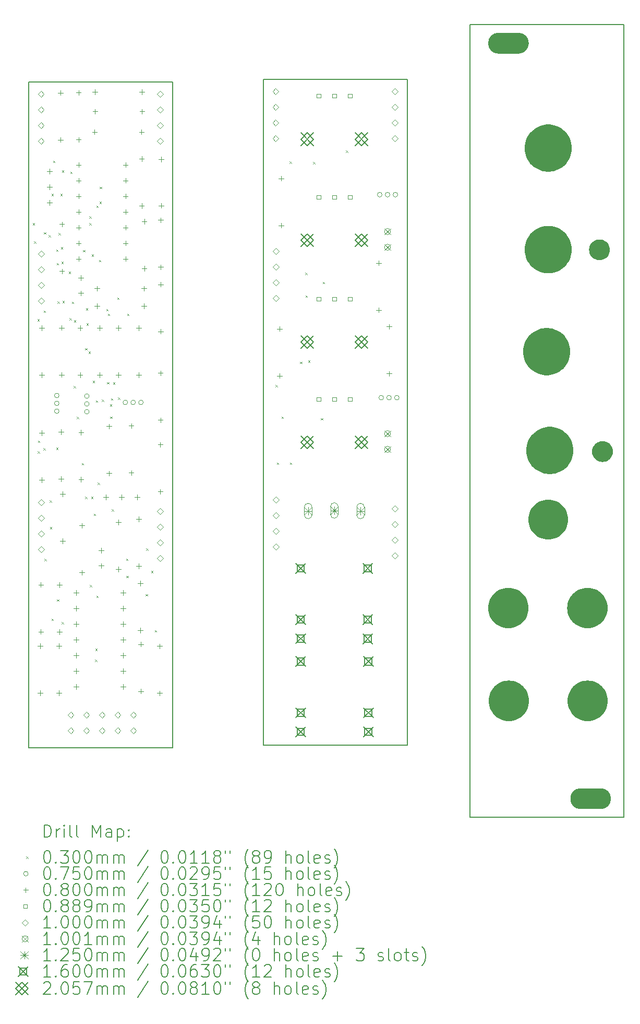
<source format=gbr>
%TF.GenerationSoftware,KiCad,Pcbnew,7.0.11-7.0.11~ubuntu22.04.1*%
%TF.CreationDate,2024-09-21T00:23:00-04:00*%
%TF.ProjectId,ad-vca,61642d76-6361-42e6-9b69-6361645f7063,rev?*%
%TF.SameCoordinates,Original*%
%TF.FileFunction,Drillmap*%
%TF.FilePolarity,Positive*%
%FSLAX45Y45*%
G04 Gerber Fmt 4.5, Leading zero omitted, Abs format (unit mm)*
G04 Created by KiCad (PCBNEW 7.0.11-7.0.11~ubuntu22.04.1) date 2024-09-21 00:23:00*
%MOMM*%
%LPD*%
G01*
G04 APERTURE LIST*
%ADD10C,0.150000*%
%ADD11C,0.200000*%
%ADD12C,0.100000*%
%ADD13C,0.100076*%
%ADD14C,0.125000*%
%ADD15C,0.160000*%
%ADD16C,0.205740*%
G04 APERTURE END LIST*
D10*
X17833886Y-13718736D02*
X17869265Y-13724747D01*
X17903747Y-13734681D01*
X17936901Y-13748414D01*
X17968308Y-13765772D01*
X17997575Y-13786538D01*
X18024332Y-13810449D01*
X18048244Y-13837207D01*
X18069010Y-13866473D01*
X18086368Y-13897881D01*
X18100101Y-13931034D01*
X18110035Y-13965517D01*
X18116046Y-14000895D01*
X18118058Y-14036724D01*
X18116046Y-14072552D01*
X18110035Y-14107930D01*
X18100101Y-14142413D01*
X18086368Y-14175566D01*
X18069010Y-14206974D01*
X18048244Y-14236240D01*
X18024332Y-14262998D01*
X17997575Y-14286910D01*
X17968308Y-14307675D01*
X17936901Y-14325034D01*
X17903747Y-14338766D01*
X17869265Y-14348701D01*
X17833886Y-14354712D01*
X17798058Y-14356724D01*
X17762229Y-14354712D01*
X17726851Y-14348701D01*
X17692369Y-14338766D01*
X17659215Y-14325034D01*
X17627808Y-14307675D01*
X17598541Y-14286910D01*
X17571784Y-14262998D01*
X17547872Y-14236240D01*
X17527106Y-14206974D01*
X17509748Y-14175566D01*
X17496015Y-14142413D01*
X17486081Y-14107930D01*
X17480070Y-14072552D01*
X17478058Y-14036724D01*
X17480070Y-14000895D01*
X17486081Y-13965517D01*
X17496015Y-13931034D01*
X17509748Y-13897881D01*
X17527106Y-13866473D01*
X17547872Y-13837207D01*
X17571784Y-13810449D01*
X17598541Y-13786538D01*
X17627808Y-13765772D01*
X17659215Y-13748414D01*
X17692369Y-13734681D01*
X17726851Y-13724747D01*
X17762229Y-13718736D01*
X17798058Y-13716724D01*
X17833886Y-13718736D01*
G36*
X17833886Y-13718736D02*
G01*
X17869265Y-13724747D01*
X17903747Y-13734681D01*
X17936901Y-13748414D01*
X17968308Y-13765772D01*
X17997575Y-13786538D01*
X18024332Y-13810449D01*
X18048244Y-13837207D01*
X18069010Y-13866473D01*
X18086368Y-13897881D01*
X18100101Y-13931034D01*
X18110035Y-13965517D01*
X18116046Y-14000895D01*
X18118058Y-14036724D01*
X18116046Y-14072552D01*
X18110035Y-14107930D01*
X18100101Y-14142413D01*
X18086368Y-14175566D01*
X18069010Y-14206974D01*
X18048244Y-14236240D01*
X18024332Y-14262998D01*
X17997575Y-14286910D01*
X17968308Y-14307675D01*
X17936901Y-14325034D01*
X17903747Y-14338766D01*
X17869265Y-14348701D01*
X17833886Y-14354712D01*
X17798058Y-14356724D01*
X17762229Y-14354712D01*
X17726851Y-14348701D01*
X17692369Y-14338766D01*
X17659215Y-14325034D01*
X17627808Y-14307675D01*
X17598541Y-14286910D01*
X17571784Y-14262998D01*
X17547872Y-14236240D01*
X17527106Y-14206974D01*
X17509748Y-14175566D01*
X17496015Y-14142413D01*
X17486081Y-14107930D01*
X17480070Y-14072552D01*
X17478058Y-14036724D01*
X17480070Y-14000895D01*
X17486081Y-13965517D01*
X17496015Y-13931034D01*
X17509748Y-13897881D01*
X17527106Y-13866473D01*
X17547872Y-13837207D01*
X17571784Y-13810449D01*
X17598541Y-13786538D01*
X17627808Y-13765772D01*
X17659215Y-13748414D01*
X17692369Y-13734681D01*
X17726851Y-13724747D01*
X17762229Y-13718736D01*
X17798058Y-13716724D01*
X17833886Y-13718736D01*
G37*
X18519910Y-9606704D02*
X18557156Y-9614358D01*
X18593436Y-9625741D01*
X18628378Y-9640736D01*
X18661625Y-9659190D01*
X18692833Y-9680911D01*
X18721684Y-9705679D01*
X18747882Y-9733239D01*
X18771156Y-9763307D01*
X18791270Y-9795576D01*
X18808015Y-9829714D01*
X18821221Y-9865371D01*
X18830752Y-9902181D01*
X18836510Y-9939767D01*
X18838436Y-9977742D01*
X18836510Y-10015717D01*
X18830752Y-10053303D01*
X18821221Y-10090113D01*
X18808015Y-10125770D01*
X18791270Y-10159908D01*
X18771156Y-10192177D01*
X18747882Y-10222246D01*
X18721684Y-10249805D01*
X18692833Y-10274573D01*
X18661625Y-10296295D01*
X18628378Y-10314748D01*
X18593436Y-10329743D01*
X18557156Y-10341126D01*
X18519910Y-10348780D01*
X18482081Y-10352627D01*
X18444057Y-10352627D01*
X18406228Y-10348780D01*
X18368983Y-10341126D01*
X18332702Y-10329743D01*
X18297760Y-10314748D01*
X18264514Y-10296295D01*
X18233305Y-10274573D01*
X18204454Y-10249805D01*
X18178257Y-10222246D01*
X18154982Y-10192177D01*
X18134869Y-10159908D01*
X18118123Y-10125770D01*
X18104917Y-10090113D01*
X18095386Y-10053303D01*
X18089629Y-10015717D01*
X18087703Y-9977742D01*
X18089629Y-9939767D01*
X18095386Y-9902181D01*
X18104917Y-9865371D01*
X18118123Y-9829714D01*
X18134869Y-9795576D01*
X18154982Y-9763307D01*
X18178257Y-9733239D01*
X18204454Y-9705679D01*
X18233305Y-9680911D01*
X18264514Y-9659190D01*
X18297760Y-9640736D01*
X18332702Y-9625741D01*
X18368983Y-9614358D01*
X18406228Y-9606704D01*
X18444057Y-9602857D01*
X18482081Y-9602857D01*
X18519910Y-9606704D01*
G36*
X18519910Y-9606704D02*
G01*
X18557156Y-9614358D01*
X18593436Y-9625741D01*
X18628378Y-9640736D01*
X18661625Y-9659190D01*
X18692833Y-9680911D01*
X18721684Y-9705679D01*
X18747882Y-9733239D01*
X18771156Y-9763307D01*
X18791270Y-9795576D01*
X18808015Y-9829714D01*
X18821221Y-9865371D01*
X18830752Y-9902181D01*
X18836510Y-9939767D01*
X18838436Y-9977742D01*
X18836510Y-10015717D01*
X18830752Y-10053303D01*
X18821221Y-10090113D01*
X18808015Y-10125770D01*
X18791270Y-10159908D01*
X18771156Y-10192177D01*
X18747882Y-10222246D01*
X18721684Y-10249805D01*
X18692833Y-10274573D01*
X18661625Y-10296295D01*
X18628378Y-10314748D01*
X18593436Y-10329743D01*
X18557156Y-10341126D01*
X18519910Y-10348780D01*
X18482081Y-10352627D01*
X18444057Y-10352627D01*
X18406228Y-10348780D01*
X18368983Y-10341126D01*
X18332702Y-10329743D01*
X18297760Y-10314748D01*
X18264514Y-10296295D01*
X18233305Y-10274573D01*
X18204454Y-10249805D01*
X18178257Y-10222246D01*
X18154982Y-10192177D01*
X18134869Y-10159908D01*
X18118123Y-10125770D01*
X18104917Y-10090113D01*
X18095386Y-10053303D01*
X18089629Y-10015717D01*
X18087703Y-9977742D01*
X18089629Y-9939767D01*
X18095386Y-9902181D01*
X18104917Y-9865371D01*
X18118123Y-9829714D01*
X18134869Y-9795576D01*
X18154982Y-9763307D01*
X18178257Y-9733239D01*
X18204454Y-9705679D01*
X18233305Y-9680911D01*
X18264514Y-9659190D01*
X18297760Y-9640736D01*
X18332702Y-9625741D01*
X18368983Y-9614358D01*
X18406228Y-9606704D01*
X18444057Y-9602857D01*
X18482081Y-9602857D01*
X18519910Y-9606704D01*
G37*
X18469110Y-8003932D02*
X18506356Y-8011586D01*
X18542636Y-8022969D01*
X18577578Y-8037964D01*
X18610825Y-8056417D01*
X18642033Y-8078139D01*
X18670884Y-8102907D01*
X18697082Y-8130466D01*
X18720356Y-8160535D01*
X18740470Y-8192804D01*
X18757215Y-8226942D01*
X18770421Y-8262599D01*
X18779952Y-8299409D01*
X18785710Y-8336994D01*
X18787636Y-8374970D01*
X18785710Y-8412945D01*
X18779952Y-8450530D01*
X18770421Y-8487341D01*
X18757215Y-8522998D01*
X18740470Y-8557136D01*
X18720356Y-8589405D01*
X18697082Y-8619473D01*
X18670884Y-8647033D01*
X18642033Y-8671800D01*
X18610825Y-8693522D01*
X18577578Y-8711975D01*
X18542636Y-8726970D01*
X18506356Y-8738353D01*
X18469110Y-8746008D01*
X18431281Y-8749854D01*
X18393257Y-8749854D01*
X18355428Y-8746008D01*
X18318183Y-8738353D01*
X18281902Y-8726970D01*
X18246960Y-8711975D01*
X18213714Y-8693522D01*
X18182505Y-8671800D01*
X18153654Y-8647033D01*
X18127457Y-8619473D01*
X18104182Y-8589405D01*
X18084069Y-8557136D01*
X18067323Y-8522998D01*
X18054117Y-8487341D01*
X18044586Y-8450530D01*
X18038829Y-8412945D01*
X18036903Y-8374970D01*
X18038829Y-8336994D01*
X18044586Y-8299409D01*
X18054117Y-8262599D01*
X18067323Y-8226942D01*
X18084069Y-8192804D01*
X18104182Y-8160535D01*
X18127457Y-8130466D01*
X18153654Y-8102907D01*
X18182505Y-8078139D01*
X18213714Y-8056417D01*
X18246960Y-8037964D01*
X18281902Y-8022969D01*
X18318183Y-8011586D01*
X18355428Y-8003932D01*
X18393257Y-8000085D01*
X18431281Y-8000085D01*
X18469110Y-8003932D01*
G36*
X18469110Y-8003932D02*
G01*
X18506356Y-8011586D01*
X18542636Y-8022969D01*
X18577578Y-8037964D01*
X18610825Y-8056417D01*
X18642033Y-8078139D01*
X18670884Y-8102907D01*
X18697082Y-8130466D01*
X18720356Y-8160535D01*
X18740470Y-8192804D01*
X18757215Y-8226942D01*
X18770421Y-8262599D01*
X18779952Y-8299409D01*
X18785710Y-8336994D01*
X18787636Y-8374970D01*
X18785710Y-8412945D01*
X18779952Y-8450530D01*
X18770421Y-8487341D01*
X18757215Y-8522998D01*
X18740470Y-8557136D01*
X18720356Y-8589405D01*
X18697082Y-8619473D01*
X18670884Y-8647033D01*
X18642033Y-8671800D01*
X18610825Y-8693522D01*
X18577578Y-8711975D01*
X18542636Y-8726970D01*
X18506356Y-8738353D01*
X18469110Y-8746008D01*
X18431281Y-8749854D01*
X18393257Y-8749854D01*
X18355428Y-8746008D01*
X18318183Y-8738353D01*
X18281902Y-8726970D01*
X18246960Y-8711975D01*
X18213714Y-8693522D01*
X18182505Y-8671800D01*
X18153654Y-8647033D01*
X18127457Y-8619473D01*
X18104182Y-8589405D01*
X18084069Y-8557136D01*
X18067323Y-8522998D01*
X18054117Y-8487341D01*
X18044586Y-8450530D01*
X18038829Y-8412945D01*
X18036903Y-8374970D01*
X18038829Y-8336994D01*
X18044586Y-8299409D01*
X18054117Y-8262599D01*
X18067323Y-8226942D01*
X18084069Y-8192804D01*
X18104182Y-8160535D01*
X18127457Y-8130466D01*
X18153654Y-8102907D01*
X18182505Y-8078139D01*
X18213714Y-8056417D01*
X18246960Y-8037964D01*
X18281902Y-8022969D01*
X18318183Y-8011586D01*
X18355428Y-8003932D01*
X18393257Y-8000085D01*
X18431281Y-8000085D01*
X18469110Y-8003932D01*
G37*
D11*
X10006000Y-3999853D02*
X12338000Y-3999853D01*
X12338000Y-14799853D01*
X10006000Y-14799853D01*
X10006000Y-3999853D01*
D10*
X19344000Y-9836987D02*
X19368413Y-9842848D01*
X19391609Y-9852456D01*
X19413016Y-9865574D01*
X19432108Y-9881880D01*
X19448413Y-9900971D01*
X19461532Y-9922378D01*
X19471140Y-9945574D01*
X19477001Y-9969987D01*
X19478971Y-9995017D01*
X19477001Y-10020046D01*
X19471140Y-10044460D01*
X19461532Y-10067655D01*
X19448413Y-10089062D01*
X19432108Y-10108154D01*
X19413016Y-10124460D01*
X19391609Y-10137578D01*
X19368413Y-10147186D01*
X19344000Y-10153047D01*
X19318971Y-10155017D01*
X19293941Y-10153047D01*
X19269528Y-10147186D01*
X19246332Y-10137578D01*
X19224925Y-10124460D01*
X19205833Y-10108154D01*
X19189528Y-10089062D01*
X19176410Y-10067655D01*
X19166802Y-10044460D01*
X19160940Y-10020046D01*
X19158971Y-9995017D01*
X19160940Y-9969987D01*
X19166802Y-9945574D01*
X19176410Y-9922378D01*
X19189528Y-9900971D01*
X19205833Y-9881880D01*
X19224925Y-9865574D01*
X19246332Y-9852456D01*
X19269528Y-9842848D01*
X19293941Y-9836987D01*
X19318971Y-9835017D01*
X19344000Y-9836987D01*
G36*
X19344000Y-9836987D02*
G01*
X19368413Y-9842848D01*
X19391609Y-9852456D01*
X19413016Y-9865574D01*
X19432108Y-9881880D01*
X19448413Y-9900971D01*
X19461532Y-9922378D01*
X19471140Y-9945574D01*
X19477001Y-9969987D01*
X19478971Y-9995017D01*
X19477001Y-10020046D01*
X19471140Y-10044460D01*
X19461532Y-10067655D01*
X19448413Y-10089062D01*
X19432108Y-10108154D01*
X19413016Y-10124460D01*
X19391609Y-10137578D01*
X19368413Y-10147186D01*
X19344000Y-10153047D01*
X19318971Y-10155017D01*
X19293941Y-10153047D01*
X19269528Y-10147186D01*
X19246332Y-10137578D01*
X19224925Y-10124460D01*
X19205833Y-10108154D01*
X19189528Y-10089062D01*
X19176410Y-10067655D01*
X19166802Y-10044460D01*
X19160940Y-10020046D01*
X19158971Y-9995017D01*
X19160940Y-9969987D01*
X19166802Y-9945574D01*
X19176410Y-9922378D01*
X19189528Y-9900971D01*
X19205833Y-9881880D01*
X19224925Y-9865574D01*
X19246332Y-9852456D01*
X19269528Y-9842848D01*
X19293941Y-9836987D01*
X19318971Y-9835017D01*
X19344000Y-9836987D01*
G37*
D11*
X13815000Y-3958000D02*
X16147000Y-3958000D01*
X16147000Y-14758000D01*
X13815000Y-14758000D01*
X13815000Y-3958000D01*
X17170400Y-3075800D02*
X19668400Y-3075800D01*
X19668400Y-15925800D01*
X17170400Y-15925800D01*
X17170400Y-3075800D01*
D10*
X17825569Y-12214396D02*
X17860947Y-12220407D01*
X17895430Y-12230342D01*
X17928583Y-12244074D01*
X17959991Y-12261433D01*
X17989257Y-12282198D01*
X18016015Y-12306110D01*
X18039927Y-12332868D01*
X18060692Y-12362134D01*
X18078051Y-12393542D01*
X18091783Y-12426695D01*
X18101718Y-12461178D01*
X18107729Y-12496556D01*
X18109741Y-12532384D01*
X18107729Y-12568213D01*
X18101718Y-12603591D01*
X18091783Y-12638074D01*
X18078051Y-12671227D01*
X18060692Y-12702635D01*
X18039927Y-12731901D01*
X18016015Y-12758659D01*
X17989257Y-12782570D01*
X17959991Y-12803336D01*
X17928583Y-12820694D01*
X17895430Y-12834427D01*
X17860947Y-12844361D01*
X17825569Y-12850372D01*
X17789741Y-12852384D01*
X17753912Y-12850372D01*
X17718534Y-12844361D01*
X17684051Y-12834427D01*
X17650898Y-12820694D01*
X17619490Y-12803336D01*
X17590224Y-12782570D01*
X17563466Y-12758659D01*
X17539555Y-12731901D01*
X17518789Y-12702635D01*
X17501431Y-12671227D01*
X17487698Y-12638074D01*
X17477764Y-12603591D01*
X17471753Y-12568213D01*
X17469741Y-12532384D01*
X17471753Y-12496556D01*
X17477764Y-12461178D01*
X17487698Y-12426695D01*
X17501431Y-12393542D01*
X17518789Y-12362134D01*
X17539555Y-12332868D01*
X17563466Y-12306110D01*
X17590224Y-12282198D01*
X17619490Y-12261433D01*
X17650898Y-12244074D01*
X17684051Y-12230342D01*
X17718534Y-12220407D01*
X17753912Y-12214396D01*
X17789741Y-12212384D01*
X17825569Y-12214396D01*
G36*
X17825569Y-12214396D02*
G01*
X17860947Y-12220407D01*
X17895430Y-12230342D01*
X17928583Y-12244074D01*
X17959991Y-12261433D01*
X17989257Y-12282198D01*
X18016015Y-12306110D01*
X18039927Y-12332868D01*
X18060692Y-12362134D01*
X18078051Y-12393542D01*
X18091783Y-12426695D01*
X18101718Y-12461178D01*
X18107729Y-12496556D01*
X18109741Y-12532384D01*
X18107729Y-12568213D01*
X18101718Y-12603591D01*
X18091783Y-12638074D01*
X18078051Y-12671227D01*
X18060692Y-12702635D01*
X18039927Y-12731901D01*
X18016015Y-12758659D01*
X17989257Y-12782570D01*
X17959991Y-12803336D01*
X17928583Y-12820694D01*
X17895430Y-12834427D01*
X17860947Y-12844361D01*
X17825569Y-12850372D01*
X17789741Y-12852384D01*
X17753912Y-12850372D01*
X17718534Y-12844361D01*
X17684051Y-12834427D01*
X17650898Y-12820694D01*
X17619490Y-12803336D01*
X17590224Y-12782570D01*
X17563466Y-12758659D01*
X17539555Y-12731901D01*
X17518789Y-12702635D01*
X17501431Y-12671227D01*
X17487698Y-12638074D01*
X17477764Y-12603591D01*
X17471753Y-12568213D01*
X17469741Y-12532384D01*
X17471753Y-12496556D01*
X17477764Y-12461178D01*
X17487698Y-12426695D01*
X17501431Y-12393542D01*
X17518789Y-12362134D01*
X17539555Y-12332868D01*
X17563466Y-12306110D01*
X17590224Y-12282198D01*
X17619490Y-12261433D01*
X17650898Y-12244074D01*
X17684051Y-12230342D01*
X17718534Y-12220407D01*
X17753912Y-12214396D01*
X17789741Y-12212384D01*
X17825569Y-12214396D01*
G37*
X18472342Y-10784741D02*
X18507251Y-10790672D01*
X18541276Y-10800475D01*
X18573989Y-10814025D01*
X18604980Y-10831153D01*
X18633858Y-10851643D01*
X18660260Y-10875238D01*
X18683855Y-10901640D01*
X18704345Y-10930518D01*
X18721473Y-10961509D01*
X18735023Y-10994222D01*
X18744825Y-11028247D01*
X18750757Y-11063156D01*
X18752742Y-11098509D01*
X18750757Y-11133862D01*
X18744825Y-11168770D01*
X18735023Y-11202795D01*
X18721473Y-11235509D01*
X18704345Y-11266499D01*
X18683855Y-11295377D01*
X18660260Y-11321780D01*
X18633858Y-11345374D01*
X18604980Y-11365864D01*
X18573989Y-11382992D01*
X18541276Y-11396543D01*
X18507251Y-11406345D01*
X18472342Y-11412276D01*
X18436989Y-11414262D01*
X18401636Y-11412276D01*
X18366727Y-11406345D01*
X18332702Y-11396543D01*
X18299989Y-11382992D01*
X18268998Y-11365864D01*
X18240120Y-11345374D01*
X18213718Y-11321780D01*
X18190123Y-11295377D01*
X18169633Y-11266499D01*
X18152505Y-11235509D01*
X18138955Y-11202795D01*
X18129152Y-11168770D01*
X18123221Y-11133862D01*
X18121236Y-11098509D01*
X18123221Y-11063156D01*
X18129152Y-11028247D01*
X18138955Y-10994222D01*
X18152505Y-10961509D01*
X18169633Y-10930518D01*
X18190123Y-10901640D01*
X18213718Y-10875238D01*
X18240120Y-10851643D01*
X18268998Y-10831153D01*
X18299989Y-10814025D01*
X18332702Y-10800475D01*
X18366727Y-10790672D01*
X18401636Y-10784741D01*
X18436989Y-10782756D01*
X18472342Y-10784741D01*
G36*
X18472342Y-10784741D02*
G01*
X18507251Y-10790672D01*
X18541276Y-10800475D01*
X18573989Y-10814025D01*
X18604980Y-10831153D01*
X18633858Y-10851643D01*
X18660260Y-10875238D01*
X18683855Y-10901640D01*
X18704345Y-10930518D01*
X18721473Y-10961509D01*
X18735023Y-10994222D01*
X18744825Y-11028247D01*
X18750757Y-11063156D01*
X18752742Y-11098509D01*
X18750757Y-11133862D01*
X18744825Y-11168770D01*
X18735023Y-11202795D01*
X18721473Y-11235509D01*
X18704345Y-11266499D01*
X18683855Y-11295377D01*
X18660260Y-11321780D01*
X18633858Y-11345374D01*
X18604980Y-11365864D01*
X18573989Y-11382992D01*
X18541276Y-11396543D01*
X18507251Y-11406345D01*
X18472342Y-11412276D01*
X18436989Y-11414262D01*
X18401636Y-11412276D01*
X18366727Y-11406345D01*
X18332702Y-11396543D01*
X18299989Y-11382992D01*
X18268998Y-11365864D01*
X18240120Y-11345374D01*
X18213718Y-11321780D01*
X18190123Y-11295377D01*
X18169633Y-11266499D01*
X18152505Y-11235509D01*
X18138955Y-11202795D01*
X18129152Y-11168770D01*
X18123221Y-11133862D01*
X18121236Y-11098509D01*
X18123221Y-11063156D01*
X18129152Y-11028247D01*
X18138955Y-10994222D01*
X18152505Y-10961509D01*
X18169633Y-10930518D01*
X18190123Y-10901640D01*
X18213718Y-10875238D01*
X18240120Y-10851643D01*
X18268998Y-10831153D01*
X18299989Y-10814025D01*
X18332702Y-10800475D01*
X18366727Y-10790672D01*
X18401636Y-10784741D01*
X18436989Y-10782756D01*
X18472342Y-10784741D01*
G37*
D11*
X17961400Y-3214047D02*
X17961400Y-3214047D01*
G75*
G02*
X18111400Y-3364047I0J-150003D01*
G01*
X18111400Y-3384047D01*
G75*
G02*
X17961400Y-3534047I-150000J-3D01*
G01*
X17621400Y-3534047D01*
G75*
G02*
X17471400Y-3384047I0J149997D01*
G01*
X17471400Y-3364047D01*
G75*
G02*
X17621400Y-3214047I150000J-3D01*
G01*
X17961400Y-3214047D01*
G36*
X17961400Y-3214047D02*
G01*
X17961400Y-3214047D01*
G75*
G02*
X18111400Y-3364047I0J-150003D01*
G01*
X18111400Y-3384047D01*
G75*
G02*
X17961400Y-3534047I-150000J-3D01*
G01*
X17621400Y-3534047D01*
G75*
G02*
X17471400Y-3384047I0J149997D01*
G01*
X17471400Y-3364047D01*
G75*
G02*
X17621400Y-3214047I150000J-3D01*
G01*
X17961400Y-3214047D01*
G37*
D10*
X18494510Y-4704504D02*
X18531756Y-4712158D01*
X18568036Y-4723541D01*
X18602978Y-4738536D01*
X18636225Y-4756990D01*
X18667433Y-4778711D01*
X18696284Y-4803479D01*
X18722482Y-4831039D01*
X18745756Y-4861107D01*
X18765870Y-4893376D01*
X18782615Y-4927514D01*
X18795821Y-4963171D01*
X18805352Y-4999981D01*
X18811110Y-5037567D01*
X18813036Y-5075542D01*
X18811110Y-5113517D01*
X18805352Y-5151103D01*
X18795821Y-5187913D01*
X18782615Y-5223570D01*
X18765870Y-5257708D01*
X18745756Y-5289977D01*
X18722482Y-5320046D01*
X18696284Y-5347605D01*
X18667433Y-5372373D01*
X18636225Y-5394095D01*
X18602978Y-5412548D01*
X18568036Y-5427543D01*
X18531756Y-5438926D01*
X18494510Y-5446580D01*
X18456681Y-5450427D01*
X18418657Y-5450427D01*
X18380828Y-5446580D01*
X18343583Y-5438926D01*
X18307302Y-5427543D01*
X18272360Y-5412548D01*
X18239114Y-5394095D01*
X18207905Y-5372373D01*
X18179054Y-5347605D01*
X18152857Y-5320046D01*
X18129582Y-5289977D01*
X18109469Y-5257708D01*
X18092723Y-5223570D01*
X18079517Y-5187913D01*
X18069986Y-5151103D01*
X18064229Y-5113517D01*
X18062303Y-5075542D01*
X18064229Y-5037567D01*
X18069986Y-4999981D01*
X18079517Y-4963171D01*
X18092723Y-4927514D01*
X18109469Y-4893376D01*
X18129582Y-4861107D01*
X18152857Y-4831039D01*
X18179054Y-4803479D01*
X18207905Y-4778711D01*
X18239114Y-4756990D01*
X18272360Y-4738536D01*
X18307302Y-4723541D01*
X18343583Y-4712158D01*
X18380828Y-4704504D01*
X18418657Y-4700657D01*
X18456681Y-4700657D01*
X18494510Y-4704504D01*
G36*
X18494510Y-4704504D02*
G01*
X18531756Y-4712158D01*
X18568036Y-4723541D01*
X18602978Y-4738536D01*
X18636225Y-4756990D01*
X18667433Y-4778711D01*
X18696284Y-4803479D01*
X18722482Y-4831039D01*
X18745756Y-4861107D01*
X18765870Y-4893376D01*
X18782615Y-4927514D01*
X18795821Y-4963171D01*
X18805352Y-4999981D01*
X18811110Y-5037567D01*
X18813036Y-5075542D01*
X18811110Y-5113517D01*
X18805352Y-5151103D01*
X18795821Y-5187913D01*
X18782615Y-5223570D01*
X18765870Y-5257708D01*
X18745756Y-5289977D01*
X18722482Y-5320046D01*
X18696284Y-5347605D01*
X18667433Y-5372373D01*
X18636225Y-5394095D01*
X18602978Y-5412548D01*
X18568036Y-5427543D01*
X18531756Y-5438926D01*
X18494510Y-5446580D01*
X18456681Y-5450427D01*
X18418657Y-5450427D01*
X18380828Y-5446580D01*
X18343583Y-5438926D01*
X18307302Y-5427543D01*
X18272360Y-5412548D01*
X18239114Y-5394095D01*
X18207905Y-5372373D01*
X18179054Y-5347605D01*
X18152857Y-5320046D01*
X18129582Y-5289977D01*
X18109469Y-5257708D01*
X18092723Y-5223570D01*
X18079517Y-5187913D01*
X18069986Y-5151103D01*
X18064229Y-5113517D01*
X18062303Y-5075542D01*
X18064229Y-5037567D01*
X18069986Y-4999981D01*
X18079517Y-4963171D01*
X18092723Y-4927514D01*
X18109469Y-4893376D01*
X18129582Y-4861107D01*
X18152857Y-4831039D01*
X18179054Y-4803479D01*
X18207905Y-4778711D01*
X18239114Y-4756990D01*
X18272360Y-4738536D01*
X18307302Y-4723541D01*
X18343583Y-4712158D01*
X18380828Y-4704504D01*
X18418657Y-4700657D01*
X18456681Y-4700657D01*
X18494510Y-4704504D01*
G37*
X18494184Y-6350090D02*
X18531430Y-6357744D01*
X18567710Y-6369127D01*
X18602652Y-6384122D01*
X18635899Y-6402575D01*
X18667107Y-6424297D01*
X18695958Y-6449065D01*
X18722156Y-6476624D01*
X18745430Y-6506693D01*
X18765544Y-6538962D01*
X18782289Y-6573100D01*
X18795495Y-6608757D01*
X18805026Y-6645567D01*
X18810784Y-6683152D01*
X18812710Y-6721128D01*
X18810784Y-6759103D01*
X18805026Y-6796688D01*
X18795495Y-6833499D01*
X18782289Y-6869156D01*
X18765544Y-6903294D01*
X18745430Y-6935563D01*
X18722156Y-6965631D01*
X18695958Y-6993191D01*
X18667107Y-7017958D01*
X18635899Y-7039680D01*
X18602652Y-7058133D01*
X18567710Y-7073128D01*
X18531430Y-7084511D01*
X18494184Y-7092166D01*
X18456355Y-7096012D01*
X18418331Y-7096012D01*
X18380502Y-7092166D01*
X18343257Y-7084511D01*
X18306976Y-7073128D01*
X18272034Y-7058133D01*
X18238788Y-7039680D01*
X18207579Y-7017958D01*
X18178728Y-6993191D01*
X18152531Y-6965631D01*
X18129256Y-6935563D01*
X18109143Y-6903294D01*
X18092397Y-6869156D01*
X18079191Y-6833499D01*
X18069661Y-6796688D01*
X18063903Y-6759103D01*
X18061977Y-6721128D01*
X18063903Y-6683152D01*
X18069661Y-6645567D01*
X18079191Y-6608757D01*
X18092397Y-6573100D01*
X18109143Y-6538962D01*
X18129256Y-6506693D01*
X18152531Y-6476624D01*
X18178728Y-6449065D01*
X18207579Y-6424297D01*
X18238788Y-6402575D01*
X18272034Y-6384122D01*
X18306976Y-6369127D01*
X18343257Y-6357744D01*
X18380502Y-6350090D01*
X18418331Y-6346243D01*
X18456355Y-6346243D01*
X18494184Y-6350090D01*
G36*
X18494184Y-6350090D02*
G01*
X18531430Y-6357744D01*
X18567710Y-6369127D01*
X18602652Y-6384122D01*
X18635899Y-6402575D01*
X18667107Y-6424297D01*
X18695958Y-6449065D01*
X18722156Y-6476624D01*
X18745430Y-6506693D01*
X18765544Y-6538962D01*
X18782289Y-6573100D01*
X18795495Y-6608757D01*
X18805026Y-6645567D01*
X18810784Y-6683152D01*
X18812710Y-6721128D01*
X18810784Y-6759103D01*
X18805026Y-6796688D01*
X18795495Y-6833499D01*
X18782289Y-6869156D01*
X18765544Y-6903294D01*
X18745430Y-6935563D01*
X18722156Y-6965631D01*
X18695958Y-6993191D01*
X18667107Y-7017958D01*
X18635899Y-7039680D01*
X18602652Y-7058133D01*
X18567710Y-7073128D01*
X18531430Y-7084511D01*
X18494184Y-7092166D01*
X18456355Y-7096012D01*
X18418331Y-7096012D01*
X18380502Y-7092166D01*
X18343257Y-7084511D01*
X18306976Y-7073128D01*
X18272034Y-7058133D01*
X18238788Y-7039680D01*
X18207579Y-7017958D01*
X18178728Y-6993191D01*
X18152531Y-6965631D01*
X18129256Y-6935563D01*
X18109143Y-6903294D01*
X18092397Y-6869156D01*
X18079191Y-6833499D01*
X18069661Y-6796688D01*
X18063903Y-6759103D01*
X18061977Y-6721128D01*
X18063903Y-6683152D01*
X18069661Y-6645567D01*
X18079191Y-6608757D01*
X18092397Y-6573100D01*
X18109143Y-6538962D01*
X18129256Y-6506693D01*
X18152531Y-6476624D01*
X18178728Y-6449065D01*
X18207579Y-6424297D01*
X18238788Y-6402575D01*
X18272034Y-6384122D01*
X18306976Y-6369127D01*
X18343257Y-6357744D01*
X18380502Y-6350090D01*
X18418331Y-6346243D01*
X18456355Y-6346243D01*
X18494184Y-6350090D01*
G37*
X19294187Y-6566248D02*
X19318600Y-6572109D01*
X19341796Y-6581717D01*
X19363203Y-6594835D01*
X19382294Y-6611141D01*
X19398600Y-6630232D01*
X19411718Y-6651639D01*
X19421326Y-6674835D01*
X19427187Y-6699248D01*
X19429157Y-6724278D01*
X19427187Y-6749307D01*
X19421326Y-6773721D01*
X19411718Y-6796916D01*
X19398600Y-6818323D01*
X19382294Y-6837415D01*
X19363203Y-6853721D01*
X19341796Y-6866839D01*
X19318600Y-6876447D01*
X19294187Y-6882308D01*
X19269157Y-6884278D01*
X19244128Y-6882308D01*
X19219715Y-6876447D01*
X19196519Y-6866839D01*
X19175112Y-6853721D01*
X19156020Y-6837415D01*
X19139715Y-6818323D01*
X19126596Y-6796916D01*
X19116988Y-6773721D01*
X19111127Y-6749307D01*
X19109157Y-6724278D01*
X19111127Y-6699248D01*
X19116988Y-6674835D01*
X19126596Y-6651639D01*
X19139715Y-6630232D01*
X19156020Y-6611141D01*
X19175112Y-6594835D01*
X19196519Y-6581717D01*
X19219715Y-6572109D01*
X19244128Y-6566248D01*
X19269157Y-6564278D01*
X19294187Y-6566248D01*
G36*
X19294187Y-6566248D02*
G01*
X19318600Y-6572109D01*
X19341796Y-6581717D01*
X19363203Y-6594835D01*
X19382294Y-6611141D01*
X19398600Y-6630232D01*
X19411718Y-6651639D01*
X19421326Y-6674835D01*
X19427187Y-6699248D01*
X19429157Y-6724278D01*
X19427187Y-6749307D01*
X19421326Y-6773721D01*
X19411718Y-6796916D01*
X19398600Y-6818323D01*
X19382294Y-6837415D01*
X19363203Y-6853721D01*
X19341796Y-6866839D01*
X19318600Y-6876447D01*
X19294187Y-6882308D01*
X19269157Y-6884278D01*
X19244128Y-6882308D01*
X19219715Y-6876447D01*
X19196519Y-6866839D01*
X19175112Y-6853721D01*
X19156020Y-6837415D01*
X19139715Y-6818323D01*
X19126596Y-6796916D01*
X19116988Y-6773721D01*
X19111127Y-6749307D01*
X19109157Y-6724278D01*
X19111127Y-6699248D01*
X19116988Y-6674835D01*
X19126596Y-6651639D01*
X19139715Y-6630232D01*
X19156020Y-6611141D01*
X19175112Y-6594835D01*
X19196519Y-6581717D01*
X19219715Y-6572109D01*
X19244128Y-6566248D01*
X19269157Y-6564278D01*
X19294187Y-6566248D01*
G37*
D11*
X19295600Y-15464047D02*
X19295600Y-15464047D01*
G75*
G02*
X19445600Y-15614047I0J-150003D01*
G01*
X19445600Y-15634047D01*
G75*
G02*
X19295600Y-15784047I-150000J-3D01*
G01*
X18955600Y-15784047D01*
G75*
G02*
X18805600Y-15634047I0J149997D01*
G01*
X18805600Y-15614047D01*
G75*
G02*
X18955600Y-15464047I150000J-3D01*
G01*
X19295600Y-15464047D01*
G36*
X19295600Y-15464047D02*
G01*
X19295600Y-15464047D01*
G75*
G02*
X19445600Y-15614047I0J-150003D01*
G01*
X19445600Y-15634047D01*
G75*
G02*
X19295600Y-15784047I-150000J-3D01*
G01*
X18955600Y-15784047D01*
G75*
G02*
X18805600Y-15634047I0J149997D01*
G01*
X18805600Y-15614047D01*
G75*
G02*
X18955600Y-15464047I150000J-3D01*
G01*
X19295600Y-15464047D01*
G37*
D10*
X19108945Y-12214396D02*
X19144323Y-12220407D01*
X19178806Y-12230342D01*
X19211959Y-12244074D01*
X19243367Y-12261433D01*
X19272633Y-12282198D01*
X19299390Y-12306110D01*
X19323302Y-12332868D01*
X19344068Y-12362134D01*
X19361426Y-12393542D01*
X19375159Y-12426695D01*
X19385093Y-12461178D01*
X19391104Y-12496556D01*
X19393116Y-12532384D01*
X19391104Y-12568213D01*
X19385093Y-12603591D01*
X19375159Y-12638074D01*
X19361426Y-12671227D01*
X19344068Y-12702635D01*
X19323302Y-12731901D01*
X19299390Y-12758659D01*
X19272633Y-12782570D01*
X19243367Y-12803336D01*
X19211959Y-12820694D01*
X19178806Y-12834427D01*
X19144323Y-12844361D01*
X19108945Y-12850372D01*
X19073116Y-12852384D01*
X19037288Y-12850372D01*
X19001910Y-12844361D01*
X18967427Y-12834427D01*
X18934273Y-12820694D01*
X18902866Y-12803336D01*
X18873600Y-12782570D01*
X18846842Y-12758659D01*
X18822930Y-12731901D01*
X18802165Y-12702635D01*
X18784806Y-12671227D01*
X18771074Y-12638074D01*
X18761139Y-12603591D01*
X18755128Y-12568213D01*
X18753116Y-12532384D01*
X18755128Y-12496556D01*
X18761139Y-12461178D01*
X18771074Y-12426695D01*
X18784806Y-12393542D01*
X18802165Y-12362134D01*
X18822930Y-12332868D01*
X18846842Y-12306110D01*
X18873600Y-12282198D01*
X18902866Y-12261433D01*
X18934273Y-12244074D01*
X18967427Y-12230342D01*
X19001910Y-12220407D01*
X19037288Y-12214396D01*
X19073116Y-12212384D01*
X19108945Y-12214396D01*
G36*
X19108945Y-12214396D02*
G01*
X19144323Y-12220407D01*
X19178806Y-12230342D01*
X19211959Y-12244074D01*
X19243367Y-12261433D01*
X19272633Y-12282198D01*
X19299390Y-12306110D01*
X19323302Y-12332868D01*
X19344068Y-12362134D01*
X19361426Y-12393542D01*
X19375159Y-12426695D01*
X19385093Y-12461178D01*
X19391104Y-12496556D01*
X19393116Y-12532384D01*
X19391104Y-12568213D01*
X19385093Y-12603591D01*
X19375159Y-12638074D01*
X19361426Y-12671227D01*
X19344068Y-12702635D01*
X19323302Y-12731901D01*
X19299390Y-12758659D01*
X19272633Y-12782570D01*
X19243367Y-12803336D01*
X19211959Y-12820694D01*
X19178806Y-12834427D01*
X19144323Y-12844361D01*
X19108945Y-12850372D01*
X19073116Y-12852384D01*
X19037288Y-12850372D01*
X19001910Y-12844361D01*
X18967427Y-12834427D01*
X18934273Y-12820694D01*
X18902866Y-12803336D01*
X18873600Y-12782570D01*
X18846842Y-12758659D01*
X18822930Y-12731901D01*
X18802165Y-12702635D01*
X18784806Y-12671227D01*
X18771074Y-12638074D01*
X18761139Y-12603591D01*
X18755128Y-12568213D01*
X18753116Y-12532384D01*
X18755128Y-12496556D01*
X18761139Y-12461178D01*
X18771074Y-12426695D01*
X18784806Y-12393542D01*
X18802165Y-12362134D01*
X18822930Y-12332868D01*
X18846842Y-12306110D01*
X18873600Y-12282198D01*
X18902866Y-12261433D01*
X18934273Y-12244074D01*
X18967427Y-12230342D01*
X19001910Y-12220407D01*
X19037288Y-12214396D01*
X19073116Y-12212384D01*
X19108945Y-12214396D01*
G37*
X19112870Y-13718736D02*
X19148248Y-13724747D01*
X19182731Y-13734681D01*
X19215884Y-13748414D01*
X19247292Y-13765772D01*
X19276558Y-13786538D01*
X19303316Y-13810449D01*
X19327228Y-13837207D01*
X19347993Y-13866473D01*
X19365352Y-13897881D01*
X19379084Y-13931034D01*
X19389018Y-13965517D01*
X19395029Y-14000895D01*
X19397042Y-14036724D01*
X19395029Y-14072552D01*
X19389018Y-14107930D01*
X19379084Y-14142413D01*
X19365352Y-14175566D01*
X19347993Y-14206974D01*
X19327228Y-14236240D01*
X19303316Y-14262998D01*
X19276558Y-14286910D01*
X19247292Y-14307675D01*
X19215884Y-14325034D01*
X19182731Y-14338766D01*
X19148248Y-14348701D01*
X19112870Y-14354712D01*
X19077042Y-14356724D01*
X19041213Y-14354712D01*
X19005835Y-14348701D01*
X18971352Y-14338766D01*
X18938199Y-14325034D01*
X18906791Y-14307675D01*
X18877525Y-14286910D01*
X18850767Y-14262998D01*
X18826855Y-14236240D01*
X18806090Y-14206974D01*
X18788732Y-14175566D01*
X18774999Y-14142413D01*
X18765065Y-14107930D01*
X18759054Y-14072552D01*
X18757042Y-14036724D01*
X18759054Y-14000895D01*
X18765065Y-13965517D01*
X18774999Y-13931034D01*
X18788732Y-13897881D01*
X18806090Y-13866473D01*
X18826855Y-13837207D01*
X18850767Y-13810449D01*
X18877525Y-13786538D01*
X18906791Y-13765772D01*
X18938199Y-13748414D01*
X18971352Y-13734681D01*
X19005835Y-13724747D01*
X19041213Y-13718736D01*
X19077042Y-13716724D01*
X19112870Y-13718736D01*
G36*
X19112870Y-13718736D02*
G01*
X19148248Y-13724747D01*
X19182731Y-13734681D01*
X19215884Y-13748414D01*
X19247292Y-13765772D01*
X19276558Y-13786538D01*
X19303316Y-13810449D01*
X19327228Y-13837207D01*
X19347993Y-13866473D01*
X19365352Y-13897881D01*
X19379084Y-13931034D01*
X19389018Y-13965517D01*
X19395029Y-14000895D01*
X19397042Y-14036724D01*
X19395029Y-14072552D01*
X19389018Y-14107930D01*
X19379084Y-14142413D01*
X19365352Y-14175566D01*
X19347993Y-14206974D01*
X19327228Y-14236240D01*
X19303316Y-14262998D01*
X19276558Y-14286910D01*
X19247292Y-14307675D01*
X19215884Y-14325034D01*
X19182731Y-14338766D01*
X19148248Y-14348701D01*
X19112870Y-14354712D01*
X19077042Y-14356724D01*
X19041213Y-14354712D01*
X19005835Y-14348701D01*
X18971352Y-14338766D01*
X18938199Y-14325034D01*
X18906791Y-14307675D01*
X18877525Y-14286910D01*
X18850767Y-14262998D01*
X18826855Y-14236240D01*
X18806090Y-14206974D01*
X18788732Y-14175566D01*
X18774999Y-14142413D01*
X18765065Y-14107930D01*
X18759054Y-14072552D01*
X18757042Y-14036724D01*
X18759054Y-14000895D01*
X18765065Y-13965517D01*
X18774999Y-13931034D01*
X18788732Y-13897881D01*
X18806090Y-13866473D01*
X18826855Y-13837207D01*
X18850767Y-13810449D01*
X18877525Y-13786538D01*
X18906791Y-13765772D01*
X18938199Y-13748414D01*
X18971352Y-13734681D01*
X19005835Y-13724747D01*
X19041213Y-13718736D01*
X19077042Y-13716724D01*
X19112870Y-13718736D01*
G37*
D11*
D12*
X10071000Y-6291853D02*
X10101000Y-6321853D01*
X10101000Y-6291853D02*
X10071000Y-6321853D01*
X10089200Y-6586053D02*
X10119200Y-6616053D01*
X10119200Y-6586053D02*
X10089200Y-6616053D01*
X10144000Y-7849853D02*
X10174000Y-7879853D01*
X10174000Y-7849853D02*
X10144000Y-7879853D01*
X10151287Y-9992853D02*
X10181287Y-10022853D01*
X10181287Y-9992853D02*
X10151287Y-10022853D01*
X10156000Y-9817853D02*
X10186000Y-9847853D01*
X10186000Y-9817853D02*
X10156000Y-9847853D01*
X10243000Y-9938853D02*
X10273000Y-9968853D01*
X10273000Y-9938853D02*
X10243000Y-9968853D01*
X10248474Y-7707384D02*
X10278474Y-7737384D01*
X10278474Y-7707384D02*
X10248474Y-7737384D01*
X10254000Y-6439853D02*
X10284000Y-6469853D01*
X10284000Y-6439853D02*
X10254000Y-6469853D01*
X10259000Y-11735853D02*
X10289000Y-11765853D01*
X10289000Y-11735853D02*
X10259000Y-11765853D01*
X10328448Y-6486639D02*
X10358448Y-6516639D01*
X10358448Y-6486639D02*
X10328448Y-6516639D01*
X10343000Y-10786853D02*
X10373000Y-10816853D01*
X10373000Y-10786853D02*
X10343000Y-10816853D01*
X10348000Y-11219853D02*
X10378000Y-11249853D01*
X10378000Y-11219853D02*
X10348000Y-11249853D01*
X10374000Y-5816853D02*
X10404000Y-5846853D01*
X10404000Y-5816853D02*
X10374000Y-5846853D01*
X10376000Y-12703853D02*
X10406000Y-12733853D01*
X10406000Y-12703853D02*
X10376000Y-12733853D01*
X10400000Y-5280853D02*
X10430000Y-5310853D01*
X10430000Y-5280853D02*
X10400000Y-5310853D01*
X10449000Y-6717853D02*
X10479000Y-6747853D01*
X10479000Y-6717853D02*
X10449000Y-6747853D01*
X10452000Y-9931853D02*
X10482000Y-9961853D01*
X10482000Y-9931853D02*
X10452000Y-9961853D01*
X10452000Y-9931853D02*
X10482000Y-9961853D01*
X10482000Y-9931853D02*
X10452000Y-9961853D01*
X10459000Y-6937853D02*
X10489000Y-6967853D01*
X10489000Y-6937853D02*
X10459000Y-6967853D01*
X10462000Y-12389853D02*
X10492000Y-12419853D01*
X10492000Y-12389853D02*
X10462000Y-12419853D01*
X10474000Y-7560853D02*
X10504000Y-7590853D01*
X10504000Y-7560853D02*
X10474000Y-7590853D01*
X10490000Y-6452853D02*
X10520000Y-6482853D01*
X10520000Y-6452853D02*
X10490000Y-6482853D01*
X10518003Y-5817850D02*
X10548003Y-5847850D01*
X10548003Y-5817850D02*
X10518003Y-5847850D01*
X10526021Y-6682427D02*
X10556021Y-6712427D01*
X10556021Y-6682427D02*
X10526021Y-6712427D01*
X10536409Y-6917853D02*
X10566409Y-6947853D01*
X10566409Y-6917853D02*
X10536409Y-6947853D01*
X10540000Y-12758853D02*
X10570000Y-12788853D01*
X10570000Y-12758853D02*
X10540000Y-12788853D01*
X10544000Y-5435853D02*
X10574000Y-5465853D01*
X10574000Y-5435853D02*
X10544000Y-5465853D01*
X10553490Y-7551835D02*
X10583490Y-7581835D01*
X10583490Y-7551835D02*
X10553490Y-7581835D01*
X10655503Y-7077350D02*
X10685503Y-7107350D01*
X10685503Y-7077350D02*
X10655503Y-7107350D01*
X10667000Y-7831853D02*
X10697000Y-7861853D01*
X10697000Y-7831853D02*
X10667000Y-7861853D01*
X10678000Y-5455853D02*
X10708000Y-5485853D01*
X10708000Y-5455853D02*
X10678000Y-5485853D01*
X10705000Y-7563853D02*
X10735000Y-7593853D01*
X10735000Y-7563853D02*
X10705000Y-7593853D01*
X10733000Y-8933853D02*
X10763000Y-8963853D01*
X10763000Y-8933853D02*
X10733000Y-8963853D01*
X10738404Y-7867929D02*
X10768404Y-7897929D01*
X10768404Y-7867929D02*
X10738404Y-7897929D01*
X10786000Y-9431853D02*
X10816000Y-9461853D01*
X10816000Y-9431853D02*
X10786000Y-9461853D01*
X10867000Y-10179853D02*
X10897000Y-10209853D01*
X10897000Y-10179853D02*
X10867000Y-10209853D01*
X10885000Y-6726853D02*
X10915000Y-6756853D01*
X10915000Y-6726853D02*
X10885000Y-6756853D01*
X10919429Y-8319287D02*
X10949429Y-8349287D01*
X10949429Y-8319287D02*
X10919429Y-8349287D01*
X10920085Y-10726938D02*
X10950085Y-10756938D01*
X10950085Y-10726938D02*
X10920085Y-10756938D01*
X10932000Y-7672853D02*
X10962000Y-7702853D01*
X10962000Y-7672853D02*
X10932000Y-7702853D01*
X10940344Y-7914887D02*
X10970344Y-7944887D01*
X10970344Y-7914887D02*
X10940344Y-7944887D01*
X10975998Y-8375855D02*
X11005998Y-8405855D01*
X11005998Y-8375855D02*
X10975998Y-8405855D01*
X10988000Y-6181666D02*
X11018000Y-6211666D01*
X11018000Y-6181666D02*
X10988000Y-6211666D01*
X10988000Y-6291853D02*
X11018000Y-6321853D01*
X11018000Y-6291853D02*
X10988000Y-6321853D01*
X10995000Y-12156853D02*
X11025000Y-12186853D01*
X11025000Y-12156853D02*
X10995000Y-12186853D01*
X11019080Y-10726938D02*
X11049080Y-10756938D01*
X11049080Y-10726938D02*
X11019080Y-10756938D01*
X11027000Y-6800853D02*
X11057000Y-6830853D01*
X11057000Y-6800853D02*
X11027000Y-6830853D01*
X11042000Y-8848853D02*
X11072000Y-8878853D01*
X11072000Y-8848853D02*
X11042000Y-8878853D01*
X11060000Y-11001853D02*
X11090000Y-11031853D01*
X11090000Y-11001853D02*
X11060000Y-11031853D01*
X11080000Y-13368853D02*
X11110000Y-13398853D01*
X11110000Y-13368853D02*
X11080000Y-13398853D01*
X11085000Y-13189853D02*
X11115000Y-13219853D01*
X11115000Y-13189853D02*
X11085000Y-13219853D01*
X11093000Y-9163853D02*
X11123000Y-9193853D01*
X11123000Y-9163853D02*
X11093000Y-9193853D01*
X11102914Y-12331781D02*
X11132914Y-12361781D01*
X11132914Y-12331781D02*
X11102914Y-12361781D01*
X11103000Y-6005853D02*
X11133000Y-6035853D01*
X11133000Y-6005853D02*
X11103000Y-6035853D01*
X11125000Y-10499905D02*
X11155000Y-10529905D01*
X11155000Y-10499905D02*
X11125000Y-10529905D01*
X11146000Y-6885971D02*
X11176000Y-6915971D01*
X11176000Y-6885971D02*
X11146000Y-6915971D01*
X11155000Y-5943853D02*
X11185000Y-5973853D01*
X11185000Y-5943853D02*
X11155000Y-5973853D01*
X11159000Y-5702853D02*
X11189000Y-5732853D01*
X11189000Y-5702853D02*
X11159000Y-5732853D01*
X11193737Y-9150779D02*
X11223737Y-9180779D01*
X11223737Y-9150779D02*
X11193737Y-9180779D01*
X11265000Y-7683853D02*
X11295000Y-7713853D01*
X11295000Y-7683853D02*
X11265000Y-7713853D01*
X11276000Y-8870853D02*
X11306000Y-8900853D01*
X11306000Y-8870853D02*
X11276000Y-8900853D01*
X11288171Y-7760424D02*
X11318171Y-7790424D01*
X11318171Y-7760424D02*
X11288171Y-7790424D01*
X11323552Y-9230329D02*
X11353552Y-9260329D01*
X11353552Y-9230329D02*
X11323552Y-9260329D01*
X11325000Y-9426739D02*
X11355000Y-9456739D01*
X11355000Y-9426739D02*
X11325000Y-9456739D01*
X11341000Y-9130311D02*
X11371000Y-9160311D01*
X11371000Y-9130311D02*
X11341000Y-9160311D01*
X11352195Y-10930853D02*
X11382195Y-10960853D01*
X11382195Y-10930853D02*
X11352195Y-10960853D01*
X11375497Y-8871355D02*
X11405497Y-8901355D01*
X11405497Y-8871355D02*
X11375497Y-8901355D01*
X11442000Y-7496853D02*
X11472000Y-7526853D01*
X11472000Y-7496853D02*
X11442000Y-7526853D01*
X11454500Y-9116853D02*
X11484500Y-9146853D01*
X11484500Y-9116853D02*
X11454500Y-9146853D01*
X11586000Y-11729853D02*
X11616000Y-11759853D01*
X11616000Y-11729853D02*
X11586000Y-11759853D01*
X11591574Y-12009579D02*
X11621574Y-12039579D01*
X11621574Y-12009579D02*
X11591574Y-12039579D01*
X11602118Y-7760818D02*
X11632118Y-7790818D01*
X11632118Y-7760818D02*
X11602118Y-7790818D01*
X11905000Y-12307853D02*
X11935000Y-12337853D01*
X11935000Y-12307853D02*
X11905000Y-12337853D01*
X11913000Y-11567853D02*
X11943000Y-11597853D01*
X11943000Y-11567853D02*
X11913000Y-11597853D01*
X11993000Y-11930853D02*
X12023000Y-11960853D01*
X12023000Y-11930853D02*
X11993000Y-11960853D01*
X12052000Y-12889592D02*
X12082000Y-12919592D01*
X12082000Y-12889592D02*
X12052000Y-12919592D01*
X14011400Y-8917000D02*
X14041400Y-8947000D01*
X14041400Y-8917000D02*
X14011400Y-8947000D01*
X14032200Y-10172000D02*
X14062200Y-10202000D01*
X14062200Y-10172000D02*
X14032200Y-10202000D01*
X14106800Y-9429000D02*
X14136800Y-9459000D01*
X14136800Y-9429000D02*
X14106800Y-9459000D01*
X14238200Y-5290000D02*
X14268200Y-5320000D01*
X14268200Y-5290000D02*
X14238200Y-5320000D01*
X14243200Y-10172000D02*
X14273200Y-10202000D01*
X14273200Y-10172000D02*
X14243200Y-10202000D01*
X14410836Y-8537341D02*
X14440836Y-8567341D01*
X14440836Y-8537341D02*
X14410836Y-8567341D01*
X14494200Y-7097000D02*
X14524200Y-7127000D01*
X14524200Y-7097000D02*
X14494200Y-7127000D01*
X14496214Y-7464164D02*
X14526214Y-7494164D01*
X14526214Y-7464164D02*
X14496214Y-7494164D01*
X14540200Y-8519000D02*
X14570200Y-8549000D01*
X14570200Y-8519000D02*
X14540200Y-8549000D01*
X14620200Y-5300000D02*
X14650200Y-5330000D01*
X14650200Y-5300000D02*
X14620200Y-5330000D01*
X14747200Y-9452000D02*
X14777200Y-9482000D01*
X14777200Y-9452000D02*
X14747200Y-9482000D01*
X14776200Y-7242000D02*
X14806200Y-7272000D01*
X14806200Y-7242000D02*
X14776200Y-7272000D01*
X15152200Y-5115000D02*
X15182200Y-5145000D01*
X15182200Y-5115000D02*
X15152200Y-5145000D01*
X10498500Y-9086853D02*
G75*
G03*
X10423500Y-9086853I-37500J0D01*
G01*
X10423500Y-9086853D02*
G75*
G03*
X10498500Y-9086853I37500J0D01*
G01*
X10498500Y-9213853D02*
G75*
G03*
X10423500Y-9213853I-37500J0D01*
G01*
X10423500Y-9213853D02*
G75*
G03*
X10498500Y-9213853I37500J0D01*
G01*
X10498500Y-9340853D02*
G75*
G03*
X10423500Y-9340853I-37500J0D01*
G01*
X10423500Y-9340853D02*
G75*
G03*
X10498500Y-9340853I37500J0D01*
G01*
X10985500Y-9095853D02*
G75*
G03*
X10910500Y-9095853I-37500J0D01*
G01*
X10910500Y-9095853D02*
G75*
G03*
X10985500Y-9095853I37500J0D01*
G01*
X10985500Y-9222853D02*
G75*
G03*
X10910500Y-9222853I-37500J0D01*
G01*
X10910500Y-9222853D02*
G75*
G03*
X10985500Y-9222853I37500J0D01*
G01*
X10985500Y-9349853D02*
G75*
G03*
X10910500Y-9349853I-37500J0D01*
G01*
X10910500Y-9349853D02*
G75*
G03*
X10985500Y-9349853I37500J0D01*
G01*
X11609500Y-9197853D02*
G75*
G03*
X11534500Y-9197853I-37500J0D01*
G01*
X11534500Y-9197853D02*
G75*
G03*
X11609500Y-9197853I37500J0D01*
G01*
X11736500Y-9197853D02*
G75*
G03*
X11661500Y-9197853I-37500J0D01*
G01*
X11661500Y-9197853D02*
G75*
G03*
X11736500Y-9197853I37500J0D01*
G01*
X11863500Y-9197853D02*
G75*
G03*
X11788500Y-9197853I-37500J0D01*
G01*
X11788500Y-9197853D02*
G75*
G03*
X11863500Y-9197853I37500J0D01*
G01*
X15739500Y-5830000D02*
G75*
G03*
X15664500Y-5830000I-37500J0D01*
G01*
X15664500Y-5830000D02*
G75*
G03*
X15739500Y-5830000I37500J0D01*
G01*
X15764900Y-9121400D02*
G75*
G03*
X15689900Y-9121400I-37500J0D01*
G01*
X15689900Y-9121400D02*
G75*
G03*
X15764900Y-9121400I37500J0D01*
G01*
X15866500Y-5830000D02*
G75*
G03*
X15791500Y-5830000I-37500J0D01*
G01*
X15791500Y-5830000D02*
G75*
G03*
X15866500Y-5830000I37500J0D01*
G01*
X15891900Y-9121400D02*
G75*
G03*
X15816900Y-9121400I-37500J0D01*
G01*
X15816900Y-9121400D02*
G75*
G03*
X15891900Y-9121400I37500J0D01*
G01*
X15993500Y-5830000D02*
G75*
G03*
X15918500Y-5830000I-37500J0D01*
G01*
X15918500Y-5830000D02*
G75*
G03*
X15993500Y-5830000I37500J0D01*
G01*
X16018900Y-9121400D02*
G75*
G03*
X15943900Y-9121400I-37500J0D01*
G01*
X15943900Y-9121400D02*
G75*
G03*
X16018900Y-9121400I37500J0D01*
G01*
X10191400Y-13105653D02*
X10191400Y-13185653D01*
X10151400Y-13145653D02*
X10231400Y-13145653D01*
X10191400Y-13867653D02*
X10191400Y-13947653D01*
X10151400Y-13907653D02*
X10231400Y-13907653D01*
X10201000Y-12113853D02*
X10201000Y-12193853D01*
X10161000Y-12153853D02*
X10241000Y-12153853D01*
X10201000Y-12875853D02*
X10201000Y-12955853D01*
X10161000Y-12915853D02*
X10241000Y-12915853D01*
X10216800Y-7949453D02*
X10216800Y-8029453D01*
X10176800Y-7989453D02*
X10256800Y-7989453D01*
X10216800Y-8711453D02*
X10216800Y-8791453D01*
X10176800Y-8751453D02*
X10256800Y-8751453D01*
X10216800Y-9651253D02*
X10216800Y-9731253D01*
X10176800Y-9691253D02*
X10256800Y-9691253D01*
X10216800Y-10413253D02*
X10216800Y-10493253D01*
X10176800Y-10453253D02*
X10256800Y-10453253D01*
X10343800Y-5409453D02*
X10343800Y-5489453D01*
X10303800Y-5449453D02*
X10383800Y-5449453D01*
X10343800Y-5663453D02*
X10343800Y-5743453D01*
X10303800Y-5703453D02*
X10383800Y-5703453D01*
X10343800Y-5917453D02*
X10343800Y-5997453D01*
X10303800Y-5957453D02*
X10383800Y-5957453D01*
X10496200Y-13105653D02*
X10496200Y-13185653D01*
X10456200Y-13145653D02*
X10536200Y-13145653D01*
X10496200Y-13867653D02*
X10496200Y-13947653D01*
X10456200Y-13907653D02*
X10536200Y-13907653D01*
X10504000Y-12115853D02*
X10504000Y-12195853D01*
X10464000Y-12155853D02*
X10544000Y-12155853D01*
X10504000Y-12877853D02*
X10504000Y-12957853D01*
X10464000Y-12917853D02*
X10544000Y-12917853D01*
X10519000Y-4138853D02*
X10519000Y-4218853D01*
X10479000Y-4178853D02*
X10559000Y-4178853D01*
X10519000Y-4900853D02*
X10519000Y-4980853D01*
X10479000Y-4940853D02*
X10559000Y-4940853D01*
X10530000Y-9634853D02*
X10530000Y-9714853D01*
X10490000Y-9674853D02*
X10570000Y-9674853D01*
X10530000Y-10396853D02*
X10530000Y-10476853D01*
X10490000Y-10436853D02*
X10570000Y-10436853D01*
X10536000Y-7947853D02*
X10536000Y-8027853D01*
X10496000Y-7987853D02*
X10576000Y-7987853D01*
X10536000Y-8709853D02*
X10536000Y-8789853D01*
X10496000Y-8749853D02*
X10576000Y-8749853D01*
X10542000Y-6268853D02*
X10542000Y-6348853D01*
X10502000Y-6308853D02*
X10582000Y-6308853D01*
X10542000Y-7030853D02*
X10542000Y-7110853D01*
X10502000Y-7070853D02*
X10582000Y-7070853D01*
X10555000Y-10642853D02*
X10555000Y-10722853D01*
X10515000Y-10682853D02*
X10595000Y-10682853D01*
X10555000Y-11404853D02*
X10555000Y-11484853D01*
X10515000Y-11444853D02*
X10595000Y-11444853D01*
X10775600Y-12242053D02*
X10775600Y-12322053D01*
X10735600Y-12282053D02*
X10815600Y-12282053D01*
X10775600Y-12496053D02*
X10775600Y-12576053D01*
X10735600Y-12536053D02*
X10815600Y-12536053D01*
X10775600Y-12750053D02*
X10775600Y-12830053D01*
X10735600Y-12790053D02*
X10815600Y-12790053D01*
X10775600Y-13004053D02*
X10775600Y-13084053D01*
X10735600Y-13044053D02*
X10815600Y-13044053D01*
X10775600Y-13258053D02*
X10775600Y-13338053D01*
X10735600Y-13298053D02*
X10815600Y-13298053D01*
X10775600Y-13512053D02*
X10775600Y-13592053D01*
X10735600Y-13552053D02*
X10815600Y-13552053D01*
X10775600Y-13766053D02*
X10775600Y-13846053D01*
X10735600Y-13806053D02*
X10815600Y-13806053D01*
X10813000Y-5305853D02*
X10813000Y-5385853D01*
X10773000Y-5345853D02*
X10853000Y-5345853D01*
X10813000Y-5559853D02*
X10813000Y-5639853D01*
X10773000Y-5599853D02*
X10853000Y-5599853D01*
X10813000Y-5813853D02*
X10813000Y-5893853D01*
X10773000Y-5853853D02*
X10853000Y-5853853D01*
X10813000Y-6067853D02*
X10813000Y-6147853D01*
X10773000Y-6107853D02*
X10853000Y-6107853D01*
X10813000Y-6321853D02*
X10813000Y-6401853D01*
X10773000Y-6361853D02*
X10853000Y-6361853D01*
X10813000Y-6575853D02*
X10813000Y-6655853D01*
X10773000Y-6615853D02*
X10853000Y-6615853D01*
X10813000Y-6829853D02*
X10813000Y-6909853D01*
X10773000Y-6869853D02*
X10853000Y-6869853D01*
X10815000Y-4135853D02*
X10815000Y-4215853D01*
X10775000Y-4175853D02*
X10855000Y-4175853D01*
X10815000Y-4897853D02*
X10815000Y-4977853D01*
X10775000Y-4937853D02*
X10855000Y-4937853D01*
X10840000Y-7949853D02*
X10840000Y-8029853D01*
X10800000Y-7989853D02*
X10880000Y-7989853D01*
X10840000Y-8711853D02*
X10840000Y-8791853D01*
X10800000Y-8751853D02*
X10880000Y-8751853D01*
X10851800Y-7136653D02*
X10851800Y-7216653D01*
X10811800Y-7176653D02*
X10891800Y-7176653D01*
X10851800Y-7386653D02*
X10851800Y-7466653D01*
X10811800Y-7426653D02*
X10891800Y-7426653D01*
X10855000Y-9643853D02*
X10855000Y-9723853D01*
X10815000Y-9683853D02*
X10895000Y-9683853D01*
X10855000Y-10405853D02*
X10855000Y-10485853D01*
X10815000Y-10445853D02*
X10895000Y-10445853D01*
X10869000Y-11154853D02*
X10869000Y-11234853D01*
X10829000Y-11194853D02*
X10909000Y-11194853D01*
X10869000Y-11916853D02*
X10869000Y-11996853D01*
X10829000Y-11956853D02*
X10909000Y-11956853D01*
X11074000Y-4772853D02*
X11074000Y-4852853D01*
X11034000Y-4812853D02*
X11114000Y-4812853D01*
X11079000Y-4124853D02*
X11079000Y-4204853D01*
X11039000Y-4164853D02*
X11119000Y-4164853D01*
X11082000Y-4439853D02*
X11082000Y-4519853D01*
X11042000Y-4479853D02*
X11122000Y-4479853D01*
X11112000Y-7310853D02*
X11112000Y-7390853D01*
X11072000Y-7350853D02*
X11152000Y-7350853D01*
X11114000Y-7596853D02*
X11114000Y-7676853D01*
X11074000Y-7636853D02*
X11154000Y-7636853D01*
X11156600Y-7949453D02*
X11156600Y-8029453D01*
X11116600Y-7989453D02*
X11196600Y-7989453D01*
X11156600Y-8711453D02*
X11156600Y-8791453D01*
X11116600Y-8751453D02*
X11196600Y-8751453D01*
X11182000Y-11556253D02*
X11182000Y-11636253D01*
X11142000Y-11596253D02*
X11222000Y-11596253D01*
X11182000Y-11806253D02*
X11182000Y-11886253D01*
X11142000Y-11846253D02*
X11222000Y-11846253D01*
X11257000Y-10693853D02*
X11257000Y-10773853D01*
X11217000Y-10733853D02*
X11297000Y-10733853D01*
X11307000Y-9545853D02*
X11307000Y-9625853D01*
X11267000Y-9585853D02*
X11347000Y-9585853D01*
X11307000Y-10307853D02*
X11307000Y-10387853D01*
X11267000Y-10347853D02*
X11347000Y-10347853D01*
X11461400Y-7949453D02*
X11461400Y-8029453D01*
X11421400Y-7989453D02*
X11501400Y-7989453D01*
X11461400Y-8711453D02*
X11461400Y-8791453D01*
X11421400Y-8751453D02*
X11501400Y-8751453D01*
X11461400Y-11099053D02*
X11461400Y-11179053D01*
X11421400Y-11139053D02*
X11501400Y-11139053D01*
X11461400Y-11861053D02*
X11461400Y-11941053D01*
X11421400Y-11901053D02*
X11501400Y-11901053D01*
X11511000Y-10693853D02*
X11511000Y-10773853D01*
X11471000Y-10733853D02*
X11551000Y-10733853D01*
X11537600Y-12242053D02*
X11537600Y-12322053D01*
X11497600Y-12282053D02*
X11577600Y-12282053D01*
X11537600Y-12496053D02*
X11537600Y-12576053D01*
X11497600Y-12536053D02*
X11577600Y-12536053D01*
X11537600Y-12750053D02*
X11537600Y-12830053D01*
X11497600Y-12790053D02*
X11577600Y-12790053D01*
X11537600Y-13004053D02*
X11537600Y-13084053D01*
X11497600Y-13044053D02*
X11577600Y-13044053D01*
X11537600Y-13258053D02*
X11537600Y-13338053D01*
X11497600Y-13298053D02*
X11577600Y-13298053D01*
X11537600Y-13512053D02*
X11537600Y-13592053D01*
X11497600Y-13552053D02*
X11577600Y-13552053D01*
X11537600Y-13766053D02*
X11537600Y-13846053D01*
X11497600Y-13806053D02*
X11577600Y-13806053D01*
X11575000Y-5305853D02*
X11575000Y-5385853D01*
X11535000Y-5345853D02*
X11615000Y-5345853D01*
X11575000Y-5559853D02*
X11575000Y-5639853D01*
X11535000Y-5599853D02*
X11615000Y-5599853D01*
X11575000Y-5813853D02*
X11575000Y-5893853D01*
X11535000Y-5853853D02*
X11615000Y-5853853D01*
X11575000Y-6067853D02*
X11575000Y-6147853D01*
X11535000Y-6107853D02*
X11615000Y-6107853D01*
X11575000Y-6321853D02*
X11575000Y-6401853D01*
X11535000Y-6361853D02*
X11615000Y-6361853D01*
X11575000Y-6575853D02*
X11575000Y-6655853D01*
X11535000Y-6615853D02*
X11615000Y-6615853D01*
X11575000Y-6829853D02*
X11575000Y-6909853D01*
X11535000Y-6869853D02*
X11615000Y-6869853D01*
X11668000Y-9537853D02*
X11668000Y-9617853D01*
X11628000Y-9577853D02*
X11708000Y-9577853D01*
X11668000Y-10299853D02*
X11668000Y-10379853D01*
X11628000Y-10339853D02*
X11708000Y-10339853D01*
X11765000Y-10693853D02*
X11765000Y-10773853D01*
X11725000Y-10733853D02*
X11805000Y-10733853D01*
X11791600Y-7949453D02*
X11791600Y-8029453D01*
X11751600Y-7989453D02*
X11831600Y-7989453D01*
X11791600Y-8711453D02*
X11791600Y-8791453D01*
X11751600Y-8751453D02*
X11831600Y-8751453D01*
X11791600Y-11048253D02*
X11791600Y-11128253D01*
X11751600Y-11088253D02*
X11831600Y-11088253D01*
X11791600Y-11810253D02*
X11791600Y-11890253D01*
X11751600Y-11850253D02*
X11831600Y-11850253D01*
X11817000Y-12089653D02*
X11817000Y-12169653D01*
X11777000Y-12129653D02*
X11857000Y-12129653D01*
X11817000Y-12851653D02*
X11817000Y-12931653D01*
X11777000Y-12891653D02*
X11857000Y-12891653D01*
X11826000Y-13078853D02*
X11826000Y-13158853D01*
X11786000Y-13118853D02*
X11866000Y-13118853D01*
X11826000Y-13840853D02*
X11826000Y-13920853D01*
X11786000Y-13880853D02*
X11866000Y-13880853D01*
X11836000Y-4772853D02*
X11836000Y-4852853D01*
X11796000Y-4812853D02*
X11876000Y-4812853D01*
X11838000Y-5207853D02*
X11838000Y-5287853D01*
X11798000Y-5247853D02*
X11878000Y-5247853D01*
X11838000Y-5969853D02*
X11838000Y-6049853D01*
X11798000Y-6009853D02*
X11878000Y-6009853D01*
X11841000Y-4124853D02*
X11841000Y-4204853D01*
X11801000Y-4164853D02*
X11881000Y-4164853D01*
X11844000Y-4439853D02*
X11844000Y-4519853D01*
X11804000Y-4479853D02*
X11884000Y-4479853D01*
X11874000Y-7310853D02*
X11874000Y-7390853D01*
X11834000Y-7350853D02*
X11914000Y-7350853D01*
X11876000Y-7596853D02*
X11876000Y-7676853D01*
X11836000Y-7636853D02*
X11916000Y-7636853D01*
X11881000Y-6221853D02*
X11881000Y-6301853D01*
X11841000Y-6261853D02*
X11921000Y-6261853D01*
X11881000Y-6983853D02*
X11881000Y-7063853D01*
X11841000Y-7023853D02*
X11921000Y-7023853D01*
X12131000Y-13110853D02*
X12131000Y-13190853D01*
X12091000Y-13150853D02*
X12171000Y-13150853D01*
X12131000Y-13872853D02*
X12131000Y-13952853D01*
X12091000Y-13912853D02*
X12171000Y-13912853D01*
X12142000Y-9840853D02*
X12142000Y-9920853D01*
X12102000Y-9880853D02*
X12182000Y-9880853D01*
X12142000Y-10602853D02*
X12142000Y-10682853D01*
X12102000Y-10642853D02*
X12182000Y-10642853D01*
X12143000Y-8681853D02*
X12143000Y-8761853D01*
X12103000Y-8721853D02*
X12183000Y-8721853D01*
X12143000Y-9443853D02*
X12143000Y-9523853D01*
X12103000Y-9483853D02*
X12183000Y-9483853D01*
X12145000Y-6200853D02*
X12145000Y-6280853D01*
X12105000Y-6240853D02*
X12185000Y-6240853D01*
X12145000Y-6962853D02*
X12145000Y-7042853D01*
X12105000Y-7002853D02*
X12185000Y-7002853D01*
X12145000Y-7245853D02*
X12145000Y-7325853D01*
X12105000Y-7285853D02*
X12185000Y-7285853D01*
X12145000Y-8007853D02*
X12145000Y-8087853D01*
X12105000Y-8047853D02*
X12185000Y-8047853D01*
X12154000Y-5215853D02*
X12154000Y-5295853D01*
X12114000Y-5255853D02*
X12194000Y-5255853D01*
X12154000Y-5965853D02*
X12154000Y-6045853D01*
X12114000Y-6005853D02*
X12194000Y-6005853D01*
X14076400Y-7963800D02*
X14076400Y-8043800D01*
X14036400Y-8003800D02*
X14116400Y-8003800D01*
X14076400Y-8725800D02*
X14076400Y-8805800D01*
X14036400Y-8765800D02*
X14116400Y-8765800D01*
X14101800Y-5525400D02*
X14101800Y-5605400D01*
X14061800Y-5565400D02*
X14141800Y-5565400D01*
X14101800Y-6287400D02*
X14101800Y-6367400D01*
X14061800Y-6327400D02*
X14141800Y-6327400D01*
X15685200Y-6898000D02*
X15685200Y-6978000D01*
X15645200Y-6938000D02*
X15725200Y-6938000D01*
X15685200Y-7660000D02*
X15685200Y-7740000D01*
X15645200Y-7700000D02*
X15725200Y-7700000D01*
X15853200Y-7928000D02*
X15853200Y-8008000D01*
X15813200Y-7968000D02*
X15893200Y-7968000D01*
X15853200Y-8690000D02*
X15853200Y-8770000D01*
X15813200Y-8730000D02*
X15893200Y-8730000D01*
X14742815Y-4260607D02*
X14742815Y-4197745D01*
X14679952Y-4197745D01*
X14679952Y-4260607D01*
X14742815Y-4260607D01*
X14742815Y-5901447D02*
X14742815Y-5838584D01*
X14679952Y-5838584D01*
X14679952Y-5901447D01*
X14742815Y-5901447D01*
X14742815Y-7552447D02*
X14742815Y-7489584D01*
X14679952Y-7489584D01*
X14679952Y-7552447D01*
X14742815Y-7552447D01*
X14742815Y-9178047D02*
X14742815Y-9115185D01*
X14679952Y-9115185D01*
X14679952Y-9178047D01*
X14742815Y-9178047D01*
X14996815Y-4260607D02*
X14996815Y-4197745D01*
X14933952Y-4197745D01*
X14933952Y-4260607D01*
X14996815Y-4260607D01*
X14996815Y-5901447D02*
X14996815Y-5838584D01*
X14933952Y-5838584D01*
X14933952Y-5901447D01*
X14996815Y-5901447D01*
X14996815Y-7552447D02*
X14996815Y-7489584D01*
X14933952Y-7489584D01*
X14933952Y-7552447D01*
X14996815Y-7552447D01*
X14996815Y-9178047D02*
X14996815Y-9115185D01*
X14933952Y-9115185D01*
X14933952Y-9178047D01*
X14996815Y-9178047D01*
X15250815Y-4260607D02*
X15250815Y-4197745D01*
X15187952Y-4197745D01*
X15187952Y-4260607D01*
X15250815Y-4260607D01*
X15250815Y-5901447D02*
X15250815Y-5838584D01*
X15187952Y-5838584D01*
X15187952Y-5901447D01*
X15250815Y-5901447D01*
X15250815Y-7552447D02*
X15250815Y-7489584D01*
X15187952Y-7489584D01*
X15187952Y-7552447D01*
X15250815Y-7552447D01*
X15250815Y-9178047D02*
X15250815Y-9115185D01*
X15187952Y-9115185D01*
X15187952Y-9178047D01*
X15250815Y-9178047D01*
X10204000Y-4244853D02*
X10254000Y-4194853D01*
X10204000Y-4144853D01*
X10154000Y-4194853D01*
X10204000Y-4244853D01*
X10204000Y-4498853D02*
X10254000Y-4448853D01*
X10204000Y-4398853D01*
X10154000Y-4448853D01*
X10204000Y-4498853D01*
X10204000Y-4752853D02*
X10254000Y-4702853D01*
X10204000Y-4652853D01*
X10154000Y-4702853D01*
X10204000Y-4752853D01*
X10204000Y-5006853D02*
X10254000Y-4956853D01*
X10204000Y-4906853D01*
X10154000Y-4956853D01*
X10204000Y-5006853D01*
X10207000Y-6835853D02*
X10257000Y-6785853D01*
X10207000Y-6735853D01*
X10157000Y-6785853D01*
X10207000Y-6835853D01*
X10207000Y-7089853D02*
X10257000Y-7039853D01*
X10207000Y-6989853D01*
X10157000Y-7039853D01*
X10207000Y-7089853D01*
X10207000Y-7343853D02*
X10257000Y-7293853D01*
X10207000Y-7243853D01*
X10157000Y-7293853D01*
X10207000Y-7343853D01*
X10207000Y-7597853D02*
X10257000Y-7547853D01*
X10207000Y-7497853D01*
X10157000Y-7547853D01*
X10207000Y-7597853D01*
X10207000Y-10866853D02*
X10257000Y-10816853D01*
X10207000Y-10766853D01*
X10157000Y-10816853D01*
X10207000Y-10866853D01*
X10207000Y-11120853D02*
X10257000Y-11070853D01*
X10207000Y-11020853D01*
X10157000Y-11070853D01*
X10207000Y-11120853D01*
X10207000Y-11374853D02*
X10257000Y-11324853D01*
X10207000Y-11274853D01*
X10157000Y-11324853D01*
X10207000Y-11374853D01*
X10207000Y-11628853D02*
X10257000Y-11578853D01*
X10207000Y-11528853D01*
X10157000Y-11578853D01*
X10207000Y-11628853D01*
X10686000Y-14316853D02*
X10736000Y-14266853D01*
X10686000Y-14216853D01*
X10636000Y-14266853D01*
X10686000Y-14316853D01*
X10686000Y-14570853D02*
X10736000Y-14520853D01*
X10686000Y-14470853D01*
X10636000Y-14520853D01*
X10686000Y-14570853D01*
X10940000Y-14316853D02*
X10990000Y-14266853D01*
X10940000Y-14216853D01*
X10890000Y-14266853D01*
X10940000Y-14316853D01*
X10940000Y-14570853D02*
X10990000Y-14520853D01*
X10940000Y-14470853D01*
X10890000Y-14520853D01*
X10940000Y-14570853D01*
X11194000Y-14316853D02*
X11244000Y-14266853D01*
X11194000Y-14216853D01*
X11144000Y-14266853D01*
X11194000Y-14316853D01*
X11194000Y-14570853D02*
X11244000Y-14520853D01*
X11194000Y-14470853D01*
X11144000Y-14520853D01*
X11194000Y-14570853D01*
X11448000Y-14316853D02*
X11498000Y-14266853D01*
X11448000Y-14216853D01*
X11398000Y-14266853D01*
X11448000Y-14316853D01*
X11448000Y-14570853D02*
X11498000Y-14520853D01*
X11448000Y-14470853D01*
X11398000Y-14520853D01*
X11448000Y-14570853D01*
X11702000Y-14316853D02*
X11752000Y-14266853D01*
X11702000Y-14216853D01*
X11652000Y-14266853D01*
X11702000Y-14316853D01*
X11702000Y-14570853D02*
X11752000Y-14520853D01*
X11702000Y-14470853D01*
X11652000Y-14520853D01*
X11702000Y-14570853D01*
X12136000Y-11011253D02*
X12186000Y-10961253D01*
X12136000Y-10911253D01*
X12086000Y-10961253D01*
X12136000Y-11011253D01*
X12136000Y-11265253D02*
X12186000Y-11215253D01*
X12136000Y-11165253D01*
X12086000Y-11215253D01*
X12136000Y-11265253D01*
X12136000Y-11519253D02*
X12186000Y-11469253D01*
X12136000Y-11419253D01*
X12086000Y-11469253D01*
X12136000Y-11519253D01*
X12136000Y-11773253D02*
X12186000Y-11723253D01*
X12136000Y-11673253D01*
X12086000Y-11723253D01*
X12136000Y-11773253D01*
X12138000Y-4246853D02*
X12188000Y-4196853D01*
X12138000Y-4146853D01*
X12088000Y-4196853D01*
X12138000Y-4246853D01*
X12138000Y-4500853D02*
X12188000Y-4450853D01*
X12138000Y-4400853D01*
X12088000Y-4450853D01*
X12138000Y-4500853D01*
X12138000Y-4754853D02*
X12188000Y-4704853D01*
X12138000Y-4654853D01*
X12088000Y-4704853D01*
X12138000Y-4754853D01*
X12138000Y-5008853D02*
X12188000Y-4958853D01*
X12138000Y-4908853D01*
X12088000Y-4958853D01*
X12138000Y-5008853D01*
X14013000Y-4203000D02*
X14063000Y-4153000D01*
X14013000Y-4103000D01*
X13963000Y-4153000D01*
X14013000Y-4203000D01*
X14013000Y-4457000D02*
X14063000Y-4407000D01*
X14013000Y-4357000D01*
X13963000Y-4407000D01*
X14013000Y-4457000D01*
X14013000Y-4711000D02*
X14063000Y-4661000D01*
X14013000Y-4611000D01*
X13963000Y-4661000D01*
X14013000Y-4711000D01*
X14013000Y-4965000D02*
X14063000Y-4915000D01*
X14013000Y-4865000D01*
X13963000Y-4915000D01*
X14013000Y-4965000D01*
X14016000Y-6794000D02*
X14066000Y-6744000D01*
X14016000Y-6694000D01*
X13966000Y-6744000D01*
X14016000Y-6794000D01*
X14016000Y-7048000D02*
X14066000Y-6998000D01*
X14016000Y-6948000D01*
X13966000Y-6998000D01*
X14016000Y-7048000D01*
X14016000Y-7302000D02*
X14066000Y-7252000D01*
X14016000Y-7202000D01*
X13966000Y-7252000D01*
X14016000Y-7302000D01*
X14016000Y-7556000D02*
X14066000Y-7506000D01*
X14016000Y-7456000D01*
X13966000Y-7506000D01*
X14016000Y-7556000D01*
X14017000Y-10824000D02*
X14067000Y-10774000D01*
X14017000Y-10724000D01*
X13967000Y-10774000D01*
X14017000Y-10824000D01*
X14017000Y-11078000D02*
X14067000Y-11028000D01*
X14017000Y-10978000D01*
X13967000Y-11028000D01*
X14017000Y-11078000D01*
X14017000Y-11332000D02*
X14067000Y-11282000D01*
X14017000Y-11232000D01*
X13967000Y-11282000D01*
X14017000Y-11332000D01*
X14017000Y-11586000D02*
X14067000Y-11536000D01*
X14017000Y-11486000D01*
X13967000Y-11536000D01*
X14017000Y-11586000D01*
X15945000Y-10969400D02*
X15995000Y-10919400D01*
X15945000Y-10869400D01*
X15895000Y-10919400D01*
X15945000Y-10969400D01*
X15945000Y-11223400D02*
X15995000Y-11173400D01*
X15945000Y-11123400D01*
X15895000Y-11173400D01*
X15945000Y-11223400D01*
X15945000Y-11477400D02*
X15995000Y-11427400D01*
X15945000Y-11377400D01*
X15895000Y-11427400D01*
X15945000Y-11477400D01*
X15945000Y-11731400D02*
X15995000Y-11681400D01*
X15945000Y-11631400D01*
X15895000Y-11681400D01*
X15945000Y-11731400D01*
X15947000Y-4205000D02*
X15997000Y-4155000D01*
X15947000Y-4105000D01*
X15897000Y-4155000D01*
X15947000Y-4205000D01*
X15947000Y-4459000D02*
X15997000Y-4409000D01*
X15947000Y-4359000D01*
X15897000Y-4409000D01*
X15947000Y-4459000D01*
X15947000Y-4713000D02*
X15997000Y-4663000D01*
X15947000Y-4613000D01*
X15897000Y-4663000D01*
X15947000Y-4713000D01*
X15947000Y-4967000D02*
X15997000Y-4917000D01*
X15947000Y-4867000D01*
X15897000Y-4917000D01*
X15947000Y-4967000D01*
D13*
X15778962Y-6378962D02*
X15879038Y-6479038D01*
X15879038Y-6378962D02*
X15778962Y-6479038D01*
X15879038Y-6429000D02*
G75*
G03*
X15778962Y-6429000I-50038J0D01*
G01*
X15778962Y-6429000D02*
G75*
G03*
X15879038Y-6429000I50038J0D01*
G01*
X15778962Y-6632962D02*
X15879038Y-6733038D01*
X15879038Y-6632962D02*
X15778962Y-6733038D01*
X15879038Y-6683000D02*
G75*
G03*
X15778962Y-6683000I-50038J0D01*
G01*
X15778962Y-6683000D02*
G75*
G03*
X15879038Y-6683000I50038J0D01*
G01*
X15778962Y-9655562D02*
X15879038Y-9755638D01*
X15879038Y-9655562D02*
X15778962Y-9755638D01*
X15879038Y-9705600D02*
G75*
G03*
X15778962Y-9705600I-50038J0D01*
G01*
X15778962Y-9705600D02*
G75*
G03*
X15879038Y-9705600I50038J0D01*
G01*
X15778962Y-9909562D02*
X15879038Y-10009638D01*
X15879038Y-9909562D02*
X15778962Y-10009638D01*
X15879038Y-9959600D02*
G75*
G03*
X15778962Y-9959600I-50038J0D01*
G01*
X15778962Y-9959600D02*
G75*
G03*
X15879038Y-9959600I50038J0D01*
G01*
D14*
X14477900Y-10896700D02*
X14602900Y-11021700D01*
X14602900Y-10896700D02*
X14477900Y-11021700D01*
X14540400Y-10896700D02*
X14540400Y-11021700D01*
X14477900Y-10959200D02*
X14602900Y-10959200D01*
D12*
X14477900Y-10896700D02*
X14477900Y-11021700D01*
X14477900Y-11021700D02*
G75*
G03*
X14602900Y-11021700I62500J0D01*
G01*
X14602900Y-11021700D02*
X14602900Y-10896700D01*
X14602900Y-10896700D02*
G75*
G03*
X14477900Y-10896700I-62500J0D01*
G01*
D14*
X14902900Y-10887700D02*
X15027900Y-11012700D01*
X15027900Y-10887700D02*
X14902900Y-11012700D01*
X14965400Y-10887700D02*
X14965400Y-11012700D01*
X14902900Y-10950200D02*
X15027900Y-10950200D01*
D12*
X14902900Y-10887700D02*
X14902900Y-11012700D01*
X14902900Y-11012700D02*
G75*
G03*
X15027900Y-11012700I62500J0D01*
G01*
X15027900Y-11012700D02*
X15027900Y-10887700D01*
X15027900Y-10887700D02*
G75*
G03*
X14902900Y-10887700I-62500J0D01*
G01*
D14*
X15327900Y-10896700D02*
X15452900Y-11021700D01*
X15452900Y-10896700D02*
X15327900Y-11021700D01*
X15390400Y-10896700D02*
X15390400Y-11021700D01*
X15327900Y-10959200D02*
X15452900Y-10959200D01*
D12*
X15327900Y-10896700D02*
X15327900Y-11021700D01*
X15327900Y-11021700D02*
G75*
G03*
X15452900Y-11021700I62500J0D01*
G01*
X15452900Y-11021700D02*
X15452900Y-10896700D01*
X15452900Y-10896700D02*
G75*
G03*
X15327900Y-10896700I-62500J0D01*
G01*
D15*
X14337200Y-11808400D02*
X14497200Y-11968400D01*
X14497200Y-11808400D02*
X14337200Y-11968400D01*
X14473769Y-11944969D02*
X14473769Y-11831831D01*
X14360631Y-11831831D01*
X14360631Y-11944969D01*
X14473769Y-11944969D01*
X14337200Y-12638400D02*
X14497200Y-12798400D01*
X14497200Y-12638400D02*
X14337200Y-12798400D01*
X14473769Y-12774969D02*
X14473769Y-12661831D01*
X14360631Y-12661831D01*
X14360631Y-12774969D01*
X14473769Y-12774969D01*
X14337200Y-12948400D02*
X14497200Y-13108400D01*
X14497200Y-12948400D02*
X14337200Y-13108400D01*
X14473769Y-13084969D02*
X14473769Y-12971831D01*
X14360631Y-12971831D01*
X14360631Y-13084969D01*
X14473769Y-13084969D01*
X14337200Y-13320400D02*
X14497200Y-13480400D01*
X14497200Y-13320400D02*
X14337200Y-13480400D01*
X14473769Y-13456969D02*
X14473769Y-13343831D01*
X14360631Y-13343831D01*
X14360631Y-13456969D01*
X14473769Y-13456969D01*
X14337200Y-14150400D02*
X14497200Y-14310400D01*
X14497200Y-14150400D02*
X14337200Y-14310400D01*
X14473769Y-14286969D02*
X14473769Y-14173831D01*
X14360631Y-14173831D01*
X14360631Y-14286969D01*
X14473769Y-14286969D01*
X14337200Y-14460400D02*
X14497200Y-14620400D01*
X14497200Y-14460400D02*
X14337200Y-14620400D01*
X14473769Y-14596969D02*
X14473769Y-14483831D01*
X14360631Y-14483831D01*
X14360631Y-14596969D01*
X14473769Y-14596969D01*
X15427200Y-11810000D02*
X15587200Y-11970000D01*
X15587200Y-11810000D02*
X15427200Y-11970000D01*
X15563769Y-11946569D02*
X15563769Y-11833431D01*
X15450631Y-11833431D01*
X15450631Y-11946569D01*
X15563769Y-11946569D01*
X15427200Y-12640000D02*
X15587200Y-12800000D01*
X15587200Y-12640000D02*
X15427200Y-12800000D01*
X15563769Y-12776569D02*
X15563769Y-12663431D01*
X15450631Y-12663431D01*
X15450631Y-12776569D01*
X15563769Y-12776569D01*
X15427200Y-12950000D02*
X15587200Y-13110000D01*
X15587200Y-12950000D02*
X15427200Y-13110000D01*
X15563769Y-13086569D02*
X15563769Y-12973431D01*
X15450631Y-12973431D01*
X15450631Y-13086569D01*
X15563769Y-13086569D01*
X15437200Y-13320400D02*
X15597200Y-13480400D01*
X15597200Y-13320400D02*
X15437200Y-13480400D01*
X15573769Y-13456969D02*
X15573769Y-13343831D01*
X15460631Y-13343831D01*
X15460631Y-13456969D01*
X15573769Y-13456969D01*
X15437200Y-14150400D02*
X15597200Y-14310400D01*
X15597200Y-14150400D02*
X15437200Y-14310400D01*
X15573769Y-14286969D02*
X15573769Y-14173831D01*
X15460631Y-14173831D01*
X15460631Y-14286969D01*
X15573769Y-14286969D01*
X15437200Y-14460400D02*
X15597200Y-14620400D01*
X15597200Y-14460400D02*
X15437200Y-14620400D01*
X15573769Y-14596969D02*
X15573769Y-14483831D01*
X15460631Y-14483831D01*
X15460631Y-14596969D01*
X15573769Y-14596969D01*
D16*
X14423094Y-4827346D02*
X14628834Y-5033086D01*
X14628834Y-4827346D02*
X14423094Y-5033086D01*
X14525964Y-5033086D02*
X14628834Y-4930216D01*
X14525964Y-4827346D01*
X14423094Y-4930216D01*
X14525964Y-5033086D01*
X14423094Y-6468186D02*
X14628834Y-6673926D01*
X14628834Y-6468186D02*
X14423094Y-6673926D01*
X14525964Y-6673926D02*
X14628834Y-6571056D01*
X14525964Y-6468186D01*
X14423094Y-6571056D01*
X14525964Y-6673926D01*
X14423094Y-8119186D02*
X14628834Y-8324926D01*
X14628834Y-8119186D02*
X14423094Y-8324926D01*
X14525964Y-8324926D02*
X14628834Y-8222056D01*
X14525964Y-8119186D01*
X14423094Y-8222056D01*
X14525964Y-8324926D01*
X14423094Y-9744786D02*
X14628834Y-9950526D01*
X14628834Y-9744786D02*
X14423094Y-9950526D01*
X14525964Y-9950526D02*
X14628834Y-9847656D01*
X14525964Y-9744786D01*
X14423094Y-9847656D01*
X14525964Y-9950526D01*
X15301934Y-4827346D02*
X15507674Y-5033086D01*
X15507674Y-4827346D02*
X15301934Y-5033086D01*
X15404804Y-5033086D02*
X15507674Y-4930216D01*
X15404804Y-4827346D01*
X15301934Y-4930216D01*
X15404804Y-5033086D01*
X15301934Y-6468186D02*
X15507674Y-6673926D01*
X15507674Y-6468186D02*
X15301934Y-6673926D01*
X15404804Y-6673926D02*
X15507674Y-6571056D01*
X15404804Y-6468186D01*
X15301934Y-6571056D01*
X15404804Y-6673926D01*
X15301934Y-8119186D02*
X15507674Y-8324926D01*
X15507674Y-8119186D02*
X15301934Y-8324926D01*
X15404804Y-8324926D02*
X15507674Y-8222056D01*
X15404804Y-8119186D01*
X15301934Y-8222056D01*
X15404804Y-8324926D01*
X15301934Y-9744786D02*
X15507674Y-9950526D01*
X15507674Y-9744786D02*
X15301934Y-9950526D01*
X15404804Y-9950526D02*
X15507674Y-9847656D01*
X15404804Y-9744786D01*
X15301934Y-9847656D01*
X15404804Y-9950526D01*
D11*
X10256777Y-16247284D02*
X10256777Y-16047284D01*
X10256777Y-16047284D02*
X10304396Y-16047284D01*
X10304396Y-16047284D02*
X10332967Y-16056808D01*
X10332967Y-16056808D02*
X10352015Y-16075855D01*
X10352015Y-16075855D02*
X10361539Y-16094903D01*
X10361539Y-16094903D02*
X10371063Y-16132998D01*
X10371063Y-16132998D02*
X10371063Y-16161569D01*
X10371063Y-16161569D02*
X10361539Y-16199665D01*
X10361539Y-16199665D02*
X10352015Y-16218712D01*
X10352015Y-16218712D02*
X10332967Y-16237760D01*
X10332967Y-16237760D02*
X10304396Y-16247284D01*
X10304396Y-16247284D02*
X10256777Y-16247284D01*
X10456777Y-16247284D02*
X10456777Y-16113950D01*
X10456777Y-16152046D02*
X10466301Y-16132998D01*
X10466301Y-16132998D02*
X10475824Y-16123474D01*
X10475824Y-16123474D02*
X10494872Y-16113950D01*
X10494872Y-16113950D02*
X10513920Y-16113950D01*
X10580586Y-16247284D02*
X10580586Y-16113950D01*
X10580586Y-16047284D02*
X10571063Y-16056808D01*
X10571063Y-16056808D02*
X10580586Y-16066331D01*
X10580586Y-16066331D02*
X10590110Y-16056808D01*
X10590110Y-16056808D02*
X10580586Y-16047284D01*
X10580586Y-16047284D02*
X10580586Y-16066331D01*
X10704396Y-16247284D02*
X10685348Y-16237760D01*
X10685348Y-16237760D02*
X10675824Y-16218712D01*
X10675824Y-16218712D02*
X10675824Y-16047284D01*
X10809158Y-16247284D02*
X10790110Y-16237760D01*
X10790110Y-16237760D02*
X10780586Y-16218712D01*
X10780586Y-16218712D02*
X10780586Y-16047284D01*
X11037729Y-16247284D02*
X11037729Y-16047284D01*
X11037729Y-16047284D02*
X11104396Y-16190141D01*
X11104396Y-16190141D02*
X11171063Y-16047284D01*
X11171063Y-16047284D02*
X11171063Y-16247284D01*
X11352015Y-16247284D02*
X11352015Y-16142522D01*
X11352015Y-16142522D02*
X11342491Y-16123474D01*
X11342491Y-16123474D02*
X11323443Y-16113950D01*
X11323443Y-16113950D02*
X11285348Y-16113950D01*
X11285348Y-16113950D02*
X11266301Y-16123474D01*
X11352015Y-16237760D02*
X11332967Y-16247284D01*
X11332967Y-16247284D02*
X11285348Y-16247284D01*
X11285348Y-16247284D02*
X11266301Y-16237760D01*
X11266301Y-16237760D02*
X11256777Y-16218712D01*
X11256777Y-16218712D02*
X11256777Y-16199665D01*
X11256777Y-16199665D02*
X11266301Y-16180617D01*
X11266301Y-16180617D02*
X11285348Y-16171093D01*
X11285348Y-16171093D02*
X11332967Y-16171093D01*
X11332967Y-16171093D02*
X11352015Y-16161569D01*
X11447253Y-16113950D02*
X11447253Y-16313950D01*
X11447253Y-16123474D02*
X11466301Y-16113950D01*
X11466301Y-16113950D02*
X11504396Y-16113950D01*
X11504396Y-16113950D02*
X11523443Y-16123474D01*
X11523443Y-16123474D02*
X11532967Y-16132998D01*
X11532967Y-16132998D02*
X11542491Y-16152046D01*
X11542491Y-16152046D02*
X11542491Y-16209188D01*
X11542491Y-16209188D02*
X11532967Y-16228236D01*
X11532967Y-16228236D02*
X11523443Y-16237760D01*
X11523443Y-16237760D02*
X11504396Y-16247284D01*
X11504396Y-16247284D02*
X11466301Y-16247284D01*
X11466301Y-16247284D02*
X11447253Y-16237760D01*
X11628205Y-16228236D02*
X11637729Y-16237760D01*
X11637729Y-16237760D02*
X11628205Y-16247284D01*
X11628205Y-16247284D02*
X11618682Y-16237760D01*
X11618682Y-16237760D02*
X11628205Y-16228236D01*
X11628205Y-16228236D02*
X11628205Y-16247284D01*
X11628205Y-16123474D02*
X11637729Y-16132998D01*
X11637729Y-16132998D02*
X11628205Y-16142522D01*
X11628205Y-16142522D02*
X11618682Y-16132998D01*
X11618682Y-16132998D02*
X11628205Y-16123474D01*
X11628205Y-16123474D02*
X11628205Y-16142522D01*
D12*
X9966000Y-16560800D02*
X9996000Y-16590800D01*
X9996000Y-16560800D02*
X9966000Y-16590800D01*
D11*
X10294872Y-16467284D02*
X10313920Y-16467284D01*
X10313920Y-16467284D02*
X10332967Y-16476808D01*
X10332967Y-16476808D02*
X10342491Y-16486331D01*
X10342491Y-16486331D02*
X10352015Y-16505379D01*
X10352015Y-16505379D02*
X10361539Y-16543474D01*
X10361539Y-16543474D02*
X10361539Y-16591093D01*
X10361539Y-16591093D02*
X10352015Y-16629188D01*
X10352015Y-16629188D02*
X10342491Y-16648236D01*
X10342491Y-16648236D02*
X10332967Y-16657760D01*
X10332967Y-16657760D02*
X10313920Y-16667284D01*
X10313920Y-16667284D02*
X10294872Y-16667284D01*
X10294872Y-16667284D02*
X10275824Y-16657760D01*
X10275824Y-16657760D02*
X10266301Y-16648236D01*
X10266301Y-16648236D02*
X10256777Y-16629188D01*
X10256777Y-16629188D02*
X10247253Y-16591093D01*
X10247253Y-16591093D02*
X10247253Y-16543474D01*
X10247253Y-16543474D02*
X10256777Y-16505379D01*
X10256777Y-16505379D02*
X10266301Y-16486331D01*
X10266301Y-16486331D02*
X10275824Y-16476808D01*
X10275824Y-16476808D02*
X10294872Y-16467284D01*
X10447253Y-16648236D02*
X10456777Y-16657760D01*
X10456777Y-16657760D02*
X10447253Y-16667284D01*
X10447253Y-16667284D02*
X10437729Y-16657760D01*
X10437729Y-16657760D02*
X10447253Y-16648236D01*
X10447253Y-16648236D02*
X10447253Y-16667284D01*
X10523444Y-16467284D02*
X10647253Y-16467284D01*
X10647253Y-16467284D02*
X10580586Y-16543474D01*
X10580586Y-16543474D02*
X10609158Y-16543474D01*
X10609158Y-16543474D02*
X10628205Y-16552998D01*
X10628205Y-16552998D02*
X10637729Y-16562522D01*
X10637729Y-16562522D02*
X10647253Y-16581569D01*
X10647253Y-16581569D02*
X10647253Y-16629188D01*
X10647253Y-16629188D02*
X10637729Y-16648236D01*
X10637729Y-16648236D02*
X10628205Y-16657760D01*
X10628205Y-16657760D02*
X10609158Y-16667284D01*
X10609158Y-16667284D02*
X10552015Y-16667284D01*
X10552015Y-16667284D02*
X10532967Y-16657760D01*
X10532967Y-16657760D02*
X10523444Y-16648236D01*
X10771063Y-16467284D02*
X10790110Y-16467284D01*
X10790110Y-16467284D02*
X10809158Y-16476808D01*
X10809158Y-16476808D02*
X10818682Y-16486331D01*
X10818682Y-16486331D02*
X10828205Y-16505379D01*
X10828205Y-16505379D02*
X10837729Y-16543474D01*
X10837729Y-16543474D02*
X10837729Y-16591093D01*
X10837729Y-16591093D02*
X10828205Y-16629188D01*
X10828205Y-16629188D02*
X10818682Y-16648236D01*
X10818682Y-16648236D02*
X10809158Y-16657760D01*
X10809158Y-16657760D02*
X10790110Y-16667284D01*
X10790110Y-16667284D02*
X10771063Y-16667284D01*
X10771063Y-16667284D02*
X10752015Y-16657760D01*
X10752015Y-16657760D02*
X10742491Y-16648236D01*
X10742491Y-16648236D02*
X10732967Y-16629188D01*
X10732967Y-16629188D02*
X10723444Y-16591093D01*
X10723444Y-16591093D02*
X10723444Y-16543474D01*
X10723444Y-16543474D02*
X10732967Y-16505379D01*
X10732967Y-16505379D02*
X10742491Y-16486331D01*
X10742491Y-16486331D02*
X10752015Y-16476808D01*
X10752015Y-16476808D02*
X10771063Y-16467284D01*
X10961539Y-16467284D02*
X10980586Y-16467284D01*
X10980586Y-16467284D02*
X10999634Y-16476808D01*
X10999634Y-16476808D02*
X11009158Y-16486331D01*
X11009158Y-16486331D02*
X11018682Y-16505379D01*
X11018682Y-16505379D02*
X11028205Y-16543474D01*
X11028205Y-16543474D02*
X11028205Y-16591093D01*
X11028205Y-16591093D02*
X11018682Y-16629188D01*
X11018682Y-16629188D02*
X11009158Y-16648236D01*
X11009158Y-16648236D02*
X10999634Y-16657760D01*
X10999634Y-16657760D02*
X10980586Y-16667284D01*
X10980586Y-16667284D02*
X10961539Y-16667284D01*
X10961539Y-16667284D02*
X10942491Y-16657760D01*
X10942491Y-16657760D02*
X10932967Y-16648236D01*
X10932967Y-16648236D02*
X10923444Y-16629188D01*
X10923444Y-16629188D02*
X10913920Y-16591093D01*
X10913920Y-16591093D02*
X10913920Y-16543474D01*
X10913920Y-16543474D02*
X10923444Y-16505379D01*
X10923444Y-16505379D02*
X10932967Y-16486331D01*
X10932967Y-16486331D02*
X10942491Y-16476808D01*
X10942491Y-16476808D02*
X10961539Y-16467284D01*
X11113920Y-16667284D02*
X11113920Y-16533950D01*
X11113920Y-16552998D02*
X11123444Y-16543474D01*
X11123444Y-16543474D02*
X11142491Y-16533950D01*
X11142491Y-16533950D02*
X11171063Y-16533950D01*
X11171063Y-16533950D02*
X11190110Y-16543474D01*
X11190110Y-16543474D02*
X11199634Y-16562522D01*
X11199634Y-16562522D02*
X11199634Y-16667284D01*
X11199634Y-16562522D02*
X11209158Y-16543474D01*
X11209158Y-16543474D02*
X11228205Y-16533950D01*
X11228205Y-16533950D02*
X11256777Y-16533950D01*
X11256777Y-16533950D02*
X11275824Y-16543474D01*
X11275824Y-16543474D02*
X11285348Y-16562522D01*
X11285348Y-16562522D02*
X11285348Y-16667284D01*
X11380586Y-16667284D02*
X11380586Y-16533950D01*
X11380586Y-16552998D02*
X11390110Y-16543474D01*
X11390110Y-16543474D02*
X11409158Y-16533950D01*
X11409158Y-16533950D02*
X11437729Y-16533950D01*
X11437729Y-16533950D02*
X11456777Y-16543474D01*
X11456777Y-16543474D02*
X11466301Y-16562522D01*
X11466301Y-16562522D02*
X11466301Y-16667284D01*
X11466301Y-16562522D02*
X11475824Y-16543474D01*
X11475824Y-16543474D02*
X11494872Y-16533950D01*
X11494872Y-16533950D02*
X11523443Y-16533950D01*
X11523443Y-16533950D02*
X11542491Y-16543474D01*
X11542491Y-16543474D02*
X11552015Y-16562522D01*
X11552015Y-16562522D02*
X11552015Y-16667284D01*
X11942491Y-16457760D02*
X11771063Y-16714903D01*
X12199634Y-16467284D02*
X12218682Y-16467284D01*
X12218682Y-16467284D02*
X12237729Y-16476808D01*
X12237729Y-16476808D02*
X12247253Y-16486331D01*
X12247253Y-16486331D02*
X12256777Y-16505379D01*
X12256777Y-16505379D02*
X12266301Y-16543474D01*
X12266301Y-16543474D02*
X12266301Y-16591093D01*
X12266301Y-16591093D02*
X12256777Y-16629188D01*
X12256777Y-16629188D02*
X12247253Y-16648236D01*
X12247253Y-16648236D02*
X12237729Y-16657760D01*
X12237729Y-16657760D02*
X12218682Y-16667284D01*
X12218682Y-16667284D02*
X12199634Y-16667284D01*
X12199634Y-16667284D02*
X12180586Y-16657760D01*
X12180586Y-16657760D02*
X12171063Y-16648236D01*
X12171063Y-16648236D02*
X12161539Y-16629188D01*
X12161539Y-16629188D02*
X12152015Y-16591093D01*
X12152015Y-16591093D02*
X12152015Y-16543474D01*
X12152015Y-16543474D02*
X12161539Y-16505379D01*
X12161539Y-16505379D02*
X12171063Y-16486331D01*
X12171063Y-16486331D02*
X12180586Y-16476808D01*
X12180586Y-16476808D02*
X12199634Y-16467284D01*
X12352015Y-16648236D02*
X12361539Y-16657760D01*
X12361539Y-16657760D02*
X12352015Y-16667284D01*
X12352015Y-16667284D02*
X12342491Y-16657760D01*
X12342491Y-16657760D02*
X12352015Y-16648236D01*
X12352015Y-16648236D02*
X12352015Y-16667284D01*
X12485348Y-16467284D02*
X12504396Y-16467284D01*
X12504396Y-16467284D02*
X12523444Y-16476808D01*
X12523444Y-16476808D02*
X12532967Y-16486331D01*
X12532967Y-16486331D02*
X12542491Y-16505379D01*
X12542491Y-16505379D02*
X12552015Y-16543474D01*
X12552015Y-16543474D02*
X12552015Y-16591093D01*
X12552015Y-16591093D02*
X12542491Y-16629188D01*
X12542491Y-16629188D02*
X12532967Y-16648236D01*
X12532967Y-16648236D02*
X12523444Y-16657760D01*
X12523444Y-16657760D02*
X12504396Y-16667284D01*
X12504396Y-16667284D02*
X12485348Y-16667284D01*
X12485348Y-16667284D02*
X12466301Y-16657760D01*
X12466301Y-16657760D02*
X12456777Y-16648236D01*
X12456777Y-16648236D02*
X12447253Y-16629188D01*
X12447253Y-16629188D02*
X12437729Y-16591093D01*
X12437729Y-16591093D02*
X12437729Y-16543474D01*
X12437729Y-16543474D02*
X12447253Y-16505379D01*
X12447253Y-16505379D02*
X12456777Y-16486331D01*
X12456777Y-16486331D02*
X12466301Y-16476808D01*
X12466301Y-16476808D02*
X12485348Y-16467284D01*
X12742491Y-16667284D02*
X12628206Y-16667284D01*
X12685348Y-16667284D02*
X12685348Y-16467284D01*
X12685348Y-16467284D02*
X12666301Y-16495855D01*
X12666301Y-16495855D02*
X12647253Y-16514903D01*
X12647253Y-16514903D02*
X12628206Y-16524427D01*
X12932967Y-16667284D02*
X12818682Y-16667284D01*
X12875825Y-16667284D02*
X12875825Y-16467284D01*
X12875825Y-16467284D02*
X12856777Y-16495855D01*
X12856777Y-16495855D02*
X12837729Y-16514903D01*
X12837729Y-16514903D02*
X12818682Y-16524427D01*
X13047253Y-16552998D02*
X13028206Y-16543474D01*
X13028206Y-16543474D02*
X13018682Y-16533950D01*
X13018682Y-16533950D02*
X13009158Y-16514903D01*
X13009158Y-16514903D02*
X13009158Y-16505379D01*
X13009158Y-16505379D02*
X13018682Y-16486331D01*
X13018682Y-16486331D02*
X13028206Y-16476808D01*
X13028206Y-16476808D02*
X13047253Y-16467284D01*
X13047253Y-16467284D02*
X13085348Y-16467284D01*
X13085348Y-16467284D02*
X13104396Y-16476808D01*
X13104396Y-16476808D02*
X13113920Y-16486331D01*
X13113920Y-16486331D02*
X13123444Y-16505379D01*
X13123444Y-16505379D02*
X13123444Y-16514903D01*
X13123444Y-16514903D02*
X13113920Y-16533950D01*
X13113920Y-16533950D02*
X13104396Y-16543474D01*
X13104396Y-16543474D02*
X13085348Y-16552998D01*
X13085348Y-16552998D02*
X13047253Y-16552998D01*
X13047253Y-16552998D02*
X13028206Y-16562522D01*
X13028206Y-16562522D02*
X13018682Y-16572046D01*
X13018682Y-16572046D02*
X13009158Y-16591093D01*
X13009158Y-16591093D02*
X13009158Y-16629188D01*
X13009158Y-16629188D02*
X13018682Y-16648236D01*
X13018682Y-16648236D02*
X13028206Y-16657760D01*
X13028206Y-16657760D02*
X13047253Y-16667284D01*
X13047253Y-16667284D02*
X13085348Y-16667284D01*
X13085348Y-16667284D02*
X13104396Y-16657760D01*
X13104396Y-16657760D02*
X13113920Y-16648236D01*
X13113920Y-16648236D02*
X13123444Y-16629188D01*
X13123444Y-16629188D02*
X13123444Y-16591093D01*
X13123444Y-16591093D02*
X13113920Y-16572046D01*
X13113920Y-16572046D02*
X13104396Y-16562522D01*
X13104396Y-16562522D02*
X13085348Y-16552998D01*
X13199634Y-16467284D02*
X13199634Y-16505379D01*
X13275825Y-16467284D02*
X13275825Y-16505379D01*
X13571063Y-16743474D02*
X13561539Y-16733950D01*
X13561539Y-16733950D02*
X13542491Y-16705379D01*
X13542491Y-16705379D02*
X13532968Y-16686331D01*
X13532968Y-16686331D02*
X13523444Y-16657760D01*
X13523444Y-16657760D02*
X13513920Y-16610141D01*
X13513920Y-16610141D02*
X13513920Y-16572046D01*
X13513920Y-16572046D02*
X13523444Y-16524427D01*
X13523444Y-16524427D02*
X13532968Y-16495855D01*
X13532968Y-16495855D02*
X13542491Y-16476808D01*
X13542491Y-16476808D02*
X13561539Y-16448236D01*
X13561539Y-16448236D02*
X13571063Y-16438712D01*
X13675825Y-16552998D02*
X13656777Y-16543474D01*
X13656777Y-16543474D02*
X13647253Y-16533950D01*
X13647253Y-16533950D02*
X13637729Y-16514903D01*
X13637729Y-16514903D02*
X13637729Y-16505379D01*
X13637729Y-16505379D02*
X13647253Y-16486331D01*
X13647253Y-16486331D02*
X13656777Y-16476808D01*
X13656777Y-16476808D02*
X13675825Y-16467284D01*
X13675825Y-16467284D02*
X13713920Y-16467284D01*
X13713920Y-16467284D02*
X13732968Y-16476808D01*
X13732968Y-16476808D02*
X13742491Y-16486331D01*
X13742491Y-16486331D02*
X13752015Y-16505379D01*
X13752015Y-16505379D02*
X13752015Y-16514903D01*
X13752015Y-16514903D02*
X13742491Y-16533950D01*
X13742491Y-16533950D02*
X13732968Y-16543474D01*
X13732968Y-16543474D02*
X13713920Y-16552998D01*
X13713920Y-16552998D02*
X13675825Y-16552998D01*
X13675825Y-16552998D02*
X13656777Y-16562522D01*
X13656777Y-16562522D02*
X13647253Y-16572046D01*
X13647253Y-16572046D02*
X13637729Y-16591093D01*
X13637729Y-16591093D02*
X13637729Y-16629188D01*
X13637729Y-16629188D02*
X13647253Y-16648236D01*
X13647253Y-16648236D02*
X13656777Y-16657760D01*
X13656777Y-16657760D02*
X13675825Y-16667284D01*
X13675825Y-16667284D02*
X13713920Y-16667284D01*
X13713920Y-16667284D02*
X13732968Y-16657760D01*
X13732968Y-16657760D02*
X13742491Y-16648236D01*
X13742491Y-16648236D02*
X13752015Y-16629188D01*
X13752015Y-16629188D02*
X13752015Y-16591093D01*
X13752015Y-16591093D02*
X13742491Y-16572046D01*
X13742491Y-16572046D02*
X13732968Y-16562522D01*
X13732968Y-16562522D02*
X13713920Y-16552998D01*
X13847253Y-16667284D02*
X13885348Y-16667284D01*
X13885348Y-16667284D02*
X13904396Y-16657760D01*
X13904396Y-16657760D02*
X13913920Y-16648236D01*
X13913920Y-16648236D02*
X13932968Y-16619665D01*
X13932968Y-16619665D02*
X13942491Y-16581569D01*
X13942491Y-16581569D02*
X13942491Y-16505379D01*
X13942491Y-16505379D02*
X13932968Y-16486331D01*
X13932968Y-16486331D02*
X13923444Y-16476808D01*
X13923444Y-16476808D02*
X13904396Y-16467284D01*
X13904396Y-16467284D02*
X13866301Y-16467284D01*
X13866301Y-16467284D02*
X13847253Y-16476808D01*
X13847253Y-16476808D02*
X13837729Y-16486331D01*
X13837729Y-16486331D02*
X13828206Y-16505379D01*
X13828206Y-16505379D02*
X13828206Y-16552998D01*
X13828206Y-16552998D02*
X13837729Y-16572046D01*
X13837729Y-16572046D02*
X13847253Y-16581569D01*
X13847253Y-16581569D02*
X13866301Y-16591093D01*
X13866301Y-16591093D02*
X13904396Y-16591093D01*
X13904396Y-16591093D02*
X13923444Y-16581569D01*
X13923444Y-16581569D02*
X13932968Y-16572046D01*
X13932968Y-16572046D02*
X13942491Y-16552998D01*
X14180587Y-16667284D02*
X14180587Y-16467284D01*
X14266301Y-16667284D02*
X14266301Y-16562522D01*
X14266301Y-16562522D02*
X14256777Y-16543474D01*
X14256777Y-16543474D02*
X14237730Y-16533950D01*
X14237730Y-16533950D02*
X14209158Y-16533950D01*
X14209158Y-16533950D02*
X14190110Y-16543474D01*
X14190110Y-16543474D02*
X14180587Y-16552998D01*
X14390110Y-16667284D02*
X14371063Y-16657760D01*
X14371063Y-16657760D02*
X14361539Y-16648236D01*
X14361539Y-16648236D02*
X14352015Y-16629188D01*
X14352015Y-16629188D02*
X14352015Y-16572046D01*
X14352015Y-16572046D02*
X14361539Y-16552998D01*
X14361539Y-16552998D02*
X14371063Y-16543474D01*
X14371063Y-16543474D02*
X14390110Y-16533950D01*
X14390110Y-16533950D02*
X14418682Y-16533950D01*
X14418682Y-16533950D02*
X14437730Y-16543474D01*
X14437730Y-16543474D02*
X14447253Y-16552998D01*
X14447253Y-16552998D02*
X14456777Y-16572046D01*
X14456777Y-16572046D02*
X14456777Y-16629188D01*
X14456777Y-16629188D02*
X14447253Y-16648236D01*
X14447253Y-16648236D02*
X14437730Y-16657760D01*
X14437730Y-16657760D02*
X14418682Y-16667284D01*
X14418682Y-16667284D02*
X14390110Y-16667284D01*
X14571063Y-16667284D02*
X14552015Y-16657760D01*
X14552015Y-16657760D02*
X14542491Y-16638712D01*
X14542491Y-16638712D02*
X14542491Y-16467284D01*
X14723444Y-16657760D02*
X14704396Y-16667284D01*
X14704396Y-16667284D02*
X14666301Y-16667284D01*
X14666301Y-16667284D02*
X14647253Y-16657760D01*
X14647253Y-16657760D02*
X14637730Y-16638712D01*
X14637730Y-16638712D02*
X14637730Y-16562522D01*
X14637730Y-16562522D02*
X14647253Y-16543474D01*
X14647253Y-16543474D02*
X14666301Y-16533950D01*
X14666301Y-16533950D02*
X14704396Y-16533950D01*
X14704396Y-16533950D02*
X14723444Y-16543474D01*
X14723444Y-16543474D02*
X14732968Y-16562522D01*
X14732968Y-16562522D02*
X14732968Y-16581569D01*
X14732968Y-16581569D02*
X14637730Y-16600617D01*
X14809158Y-16657760D02*
X14828206Y-16667284D01*
X14828206Y-16667284D02*
X14866301Y-16667284D01*
X14866301Y-16667284D02*
X14885349Y-16657760D01*
X14885349Y-16657760D02*
X14894872Y-16638712D01*
X14894872Y-16638712D02*
X14894872Y-16629188D01*
X14894872Y-16629188D02*
X14885349Y-16610141D01*
X14885349Y-16610141D02*
X14866301Y-16600617D01*
X14866301Y-16600617D02*
X14837730Y-16600617D01*
X14837730Y-16600617D02*
X14818682Y-16591093D01*
X14818682Y-16591093D02*
X14809158Y-16572046D01*
X14809158Y-16572046D02*
X14809158Y-16562522D01*
X14809158Y-16562522D02*
X14818682Y-16543474D01*
X14818682Y-16543474D02*
X14837730Y-16533950D01*
X14837730Y-16533950D02*
X14866301Y-16533950D01*
X14866301Y-16533950D02*
X14885349Y-16543474D01*
X14961539Y-16743474D02*
X14971063Y-16733950D01*
X14971063Y-16733950D02*
X14990111Y-16705379D01*
X14990111Y-16705379D02*
X14999634Y-16686331D01*
X14999634Y-16686331D02*
X15009158Y-16657760D01*
X15009158Y-16657760D02*
X15018682Y-16610141D01*
X15018682Y-16610141D02*
X15018682Y-16572046D01*
X15018682Y-16572046D02*
X15009158Y-16524427D01*
X15009158Y-16524427D02*
X14999634Y-16495855D01*
X14999634Y-16495855D02*
X14990111Y-16476808D01*
X14990111Y-16476808D02*
X14971063Y-16448236D01*
X14971063Y-16448236D02*
X14961539Y-16438712D01*
D12*
X9996000Y-16839800D02*
G75*
G03*
X9921000Y-16839800I-37500J0D01*
G01*
X9921000Y-16839800D02*
G75*
G03*
X9996000Y-16839800I37500J0D01*
G01*
D11*
X10294872Y-16731284D02*
X10313920Y-16731284D01*
X10313920Y-16731284D02*
X10332967Y-16740808D01*
X10332967Y-16740808D02*
X10342491Y-16750331D01*
X10342491Y-16750331D02*
X10352015Y-16769379D01*
X10352015Y-16769379D02*
X10361539Y-16807474D01*
X10361539Y-16807474D02*
X10361539Y-16855093D01*
X10361539Y-16855093D02*
X10352015Y-16893189D01*
X10352015Y-16893189D02*
X10342491Y-16912236D01*
X10342491Y-16912236D02*
X10332967Y-16921760D01*
X10332967Y-16921760D02*
X10313920Y-16931284D01*
X10313920Y-16931284D02*
X10294872Y-16931284D01*
X10294872Y-16931284D02*
X10275824Y-16921760D01*
X10275824Y-16921760D02*
X10266301Y-16912236D01*
X10266301Y-16912236D02*
X10256777Y-16893189D01*
X10256777Y-16893189D02*
X10247253Y-16855093D01*
X10247253Y-16855093D02*
X10247253Y-16807474D01*
X10247253Y-16807474D02*
X10256777Y-16769379D01*
X10256777Y-16769379D02*
X10266301Y-16750331D01*
X10266301Y-16750331D02*
X10275824Y-16740808D01*
X10275824Y-16740808D02*
X10294872Y-16731284D01*
X10447253Y-16912236D02*
X10456777Y-16921760D01*
X10456777Y-16921760D02*
X10447253Y-16931284D01*
X10447253Y-16931284D02*
X10437729Y-16921760D01*
X10437729Y-16921760D02*
X10447253Y-16912236D01*
X10447253Y-16912236D02*
X10447253Y-16931284D01*
X10523444Y-16731284D02*
X10656777Y-16731284D01*
X10656777Y-16731284D02*
X10571063Y-16931284D01*
X10828205Y-16731284D02*
X10732967Y-16731284D01*
X10732967Y-16731284D02*
X10723444Y-16826522D01*
X10723444Y-16826522D02*
X10732967Y-16816998D01*
X10732967Y-16816998D02*
X10752015Y-16807474D01*
X10752015Y-16807474D02*
X10799634Y-16807474D01*
X10799634Y-16807474D02*
X10818682Y-16816998D01*
X10818682Y-16816998D02*
X10828205Y-16826522D01*
X10828205Y-16826522D02*
X10837729Y-16845570D01*
X10837729Y-16845570D02*
X10837729Y-16893189D01*
X10837729Y-16893189D02*
X10828205Y-16912236D01*
X10828205Y-16912236D02*
X10818682Y-16921760D01*
X10818682Y-16921760D02*
X10799634Y-16931284D01*
X10799634Y-16931284D02*
X10752015Y-16931284D01*
X10752015Y-16931284D02*
X10732967Y-16921760D01*
X10732967Y-16921760D02*
X10723444Y-16912236D01*
X10961539Y-16731284D02*
X10980586Y-16731284D01*
X10980586Y-16731284D02*
X10999634Y-16740808D01*
X10999634Y-16740808D02*
X11009158Y-16750331D01*
X11009158Y-16750331D02*
X11018682Y-16769379D01*
X11018682Y-16769379D02*
X11028205Y-16807474D01*
X11028205Y-16807474D02*
X11028205Y-16855093D01*
X11028205Y-16855093D02*
X11018682Y-16893189D01*
X11018682Y-16893189D02*
X11009158Y-16912236D01*
X11009158Y-16912236D02*
X10999634Y-16921760D01*
X10999634Y-16921760D02*
X10980586Y-16931284D01*
X10980586Y-16931284D02*
X10961539Y-16931284D01*
X10961539Y-16931284D02*
X10942491Y-16921760D01*
X10942491Y-16921760D02*
X10932967Y-16912236D01*
X10932967Y-16912236D02*
X10923444Y-16893189D01*
X10923444Y-16893189D02*
X10913920Y-16855093D01*
X10913920Y-16855093D02*
X10913920Y-16807474D01*
X10913920Y-16807474D02*
X10923444Y-16769379D01*
X10923444Y-16769379D02*
X10932967Y-16750331D01*
X10932967Y-16750331D02*
X10942491Y-16740808D01*
X10942491Y-16740808D02*
X10961539Y-16731284D01*
X11113920Y-16931284D02*
X11113920Y-16797950D01*
X11113920Y-16816998D02*
X11123444Y-16807474D01*
X11123444Y-16807474D02*
X11142491Y-16797950D01*
X11142491Y-16797950D02*
X11171063Y-16797950D01*
X11171063Y-16797950D02*
X11190110Y-16807474D01*
X11190110Y-16807474D02*
X11199634Y-16826522D01*
X11199634Y-16826522D02*
X11199634Y-16931284D01*
X11199634Y-16826522D02*
X11209158Y-16807474D01*
X11209158Y-16807474D02*
X11228205Y-16797950D01*
X11228205Y-16797950D02*
X11256777Y-16797950D01*
X11256777Y-16797950D02*
X11275824Y-16807474D01*
X11275824Y-16807474D02*
X11285348Y-16826522D01*
X11285348Y-16826522D02*
X11285348Y-16931284D01*
X11380586Y-16931284D02*
X11380586Y-16797950D01*
X11380586Y-16816998D02*
X11390110Y-16807474D01*
X11390110Y-16807474D02*
X11409158Y-16797950D01*
X11409158Y-16797950D02*
X11437729Y-16797950D01*
X11437729Y-16797950D02*
X11456777Y-16807474D01*
X11456777Y-16807474D02*
X11466301Y-16826522D01*
X11466301Y-16826522D02*
X11466301Y-16931284D01*
X11466301Y-16826522D02*
X11475824Y-16807474D01*
X11475824Y-16807474D02*
X11494872Y-16797950D01*
X11494872Y-16797950D02*
X11523443Y-16797950D01*
X11523443Y-16797950D02*
X11542491Y-16807474D01*
X11542491Y-16807474D02*
X11552015Y-16826522D01*
X11552015Y-16826522D02*
X11552015Y-16931284D01*
X11942491Y-16721760D02*
X11771063Y-16978903D01*
X12199634Y-16731284D02*
X12218682Y-16731284D01*
X12218682Y-16731284D02*
X12237729Y-16740808D01*
X12237729Y-16740808D02*
X12247253Y-16750331D01*
X12247253Y-16750331D02*
X12256777Y-16769379D01*
X12256777Y-16769379D02*
X12266301Y-16807474D01*
X12266301Y-16807474D02*
X12266301Y-16855093D01*
X12266301Y-16855093D02*
X12256777Y-16893189D01*
X12256777Y-16893189D02*
X12247253Y-16912236D01*
X12247253Y-16912236D02*
X12237729Y-16921760D01*
X12237729Y-16921760D02*
X12218682Y-16931284D01*
X12218682Y-16931284D02*
X12199634Y-16931284D01*
X12199634Y-16931284D02*
X12180586Y-16921760D01*
X12180586Y-16921760D02*
X12171063Y-16912236D01*
X12171063Y-16912236D02*
X12161539Y-16893189D01*
X12161539Y-16893189D02*
X12152015Y-16855093D01*
X12152015Y-16855093D02*
X12152015Y-16807474D01*
X12152015Y-16807474D02*
X12161539Y-16769379D01*
X12161539Y-16769379D02*
X12171063Y-16750331D01*
X12171063Y-16750331D02*
X12180586Y-16740808D01*
X12180586Y-16740808D02*
X12199634Y-16731284D01*
X12352015Y-16912236D02*
X12361539Y-16921760D01*
X12361539Y-16921760D02*
X12352015Y-16931284D01*
X12352015Y-16931284D02*
X12342491Y-16921760D01*
X12342491Y-16921760D02*
X12352015Y-16912236D01*
X12352015Y-16912236D02*
X12352015Y-16931284D01*
X12485348Y-16731284D02*
X12504396Y-16731284D01*
X12504396Y-16731284D02*
X12523444Y-16740808D01*
X12523444Y-16740808D02*
X12532967Y-16750331D01*
X12532967Y-16750331D02*
X12542491Y-16769379D01*
X12542491Y-16769379D02*
X12552015Y-16807474D01*
X12552015Y-16807474D02*
X12552015Y-16855093D01*
X12552015Y-16855093D02*
X12542491Y-16893189D01*
X12542491Y-16893189D02*
X12532967Y-16912236D01*
X12532967Y-16912236D02*
X12523444Y-16921760D01*
X12523444Y-16921760D02*
X12504396Y-16931284D01*
X12504396Y-16931284D02*
X12485348Y-16931284D01*
X12485348Y-16931284D02*
X12466301Y-16921760D01*
X12466301Y-16921760D02*
X12456777Y-16912236D01*
X12456777Y-16912236D02*
X12447253Y-16893189D01*
X12447253Y-16893189D02*
X12437729Y-16855093D01*
X12437729Y-16855093D02*
X12437729Y-16807474D01*
X12437729Y-16807474D02*
X12447253Y-16769379D01*
X12447253Y-16769379D02*
X12456777Y-16750331D01*
X12456777Y-16750331D02*
X12466301Y-16740808D01*
X12466301Y-16740808D02*
X12485348Y-16731284D01*
X12628206Y-16750331D02*
X12637729Y-16740808D01*
X12637729Y-16740808D02*
X12656777Y-16731284D01*
X12656777Y-16731284D02*
X12704396Y-16731284D01*
X12704396Y-16731284D02*
X12723444Y-16740808D01*
X12723444Y-16740808D02*
X12732967Y-16750331D01*
X12732967Y-16750331D02*
X12742491Y-16769379D01*
X12742491Y-16769379D02*
X12742491Y-16788427D01*
X12742491Y-16788427D02*
X12732967Y-16816998D01*
X12732967Y-16816998D02*
X12618682Y-16931284D01*
X12618682Y-16931284D02*
X12742491Y-16931284D01*
X12837729Y-16931284D02*
X12875825Y-16931284D01*
X12875825Y-16931284D02*
X12894872Y-16921760D01*
X12894872Y-16921760D02*
X12904396Y-16912236D01*
X12904396Y-16912236D02*
X12923444Y-16883665D01*
X12923444Y-16883665D02*
X12932967Y-16845570D01*
X12932967Y-16845570D02*
X12932967Y-16769379D01*
X12932967Y-16769379D02*
X12923444Y-16750331D01*
X12923444Y-16750331D02*
X12913920Y-16740808D01*
X12913920Y-16740808D02*
X12894872Y-16731284D01*
X12894872Y-16731284D02*
X12856777Y-16731284D01*
X12856777Y-16731284D02*
X12837729Y-16740808D01*
X12837729Y-16740808D02*
X12828206Y-16750331D01*
X12828206Y-16750331D02*
X12818682Y-16769379D01*
X12818682Y-16769379D02*
X12818682Y-16816998D01*
X12818682Y-16816998D02*
X12828206Y-16836046D01*
X12828206Y-16836046D02*
X12837729Y-16845570D01*
X12837729Y-16845570D02*
X12856777Y-16855093D01*
X12856777Y-16855093D02*
X12894872Y-16855093D01*
X12894872Y-16855093D02*
X12913920Y-16845570D01*
X12913920Y-16845570D02*
X12923444Y-16836046D01*
X12923444Y-16836046D02*
X12932967Y-16816998D01*
X13113920Y-16731284D02*
X13018682Y-16731284D01*
X13018682Y-16731284D02*
X13009158Y-16826522D01*
X13009158Y-16826522D02*
X13018682Y-16816998D01*
X13018682Y-16816998D02*
X13037729Y-16807474D01*
X13037729Y-16807474D02*
X13085348Y-16807474D01*
X13085348Y-16807474D02*
X13104396Y-16816998D01*
X13104396Y-16816998D02*
X13113920Y-16826522D01*
X13113920Y-16826522D02*
X13123444Y-16845570D01*
X13123444Y-16845570D02*
X13123444Y-16893189D01*
X13123444Y-16893189D02*
X13113920Y-16912236D01*
X13113920Y-16912236D02*
X13104396Y-16921760D01*
X13104396Y-16921760D02*
X13085348Y-16931284D01*
X13085348Y-16931284D02*
X13037729Y-16931284D01*
X13037729Y-16931284D02*
X13018682Y-16921760D01*
X13018682Y-16921760D02*
X13009158Y-16912236D01*
X13199634Y-16731284D02*
X13199634Y-16769379D01*
X13275825Y-16731284D02*
X13275825Y-16769379D01*
X13571063Y-17007474D02*
X13561539Y-16997950D01*
X13561539Y-16997950D02*
X13542491Y-16969379D01*
X13542491Y-16969379D02*
X13532968Y-16950331D01*
X13532968Y-16950331D02*
X13523444Y-16921760D01*
X13523444Y-16921760D02*
X13513920Y-16874141D01*
X13513920Y-16874141D02*
X13513920Y-16836046D01*
X13513920Y-16836046D02*
X13523444Y-16788427D01*
X13523444Y-16788427D02*
X13532968Y-16759855D01*
X13532968Y-16759855D02*
X13542491Y-16740808D01*
X13542491Y-16740808D02*
X13561539Y-16712236D01*
X13561539Y-16712236D02*
X13571063Y-16702712D01*
X13752015Y-16931284D02*
X13637729Y-16931284D01*
X13694872Y-16931284D02*
X13694872Y-16731284D01*
X13694872Y-16731284D02*
X13675825Y-16759855D01*
X13675825Y-16759855D02*
X13656777Y-16778903D01*
X13656777Y-16778903D02*
X13637729Y-16788427D01*
X13932968Y-16731284D02*
X13837729Y-16731284D01*
X13837729Y-16731284D02*
X13828206Y-16826522D01*
X13828206Y-16826522D02*
X13837729Y-16816998D01*
X13837729Y-16816998D02*
X13856777Y-16807474D01*
X13856777Y-16807474D02*
X13904396Y-16807474D01*
X13904396Y-16807474D02*
X13923444Y-16816998D01*
X13923444Y-16816998D02*
X13932968Y-16826522D01*
X13932968Y-16826522D02*
X13942491Y-16845570D01*
X13942491Y-16845570D02*
X13942491Y-16893189D01*
X13942491Y-16893189D02*
X13932968Y-16912236D01*
X13932968Y-16912236D02*
X13923444Y-16921760D01*
X13923444Y-16921760D02*
X13904396Y-16931284D01*
X13904396Y-16931284D02*
X13856777Y-16931284D01*
X13856777Y-16931284D02*
X13837729Y-16921760D01*
X13837729Y-16921760D02*
X13828206Y-16912236D01*
X14180587Y-16931284D02*
X14180587Y-16731284D01*
X14266301Y-16931284D02*
X14266301Y-16826522D01*
X14266301Y-16826522D02*
X14256777Y-16807474D01*
X14256777Y-16807474D02*
X14237730Y-16797950D01*
X14237730Y-16797950D02*
X14209158Y-16797950D01*
X14209158Y-16797950D02*
X14190110Y-16807474D01*
X14190110Y-16807474D02*
X14180587Y-16816998D01*
X14390110Y-16931284D02*
X14371063Y-16921760D01*
X14371063Y-16921760D02*
X14361539Y-16912236D01*
X14361539Y-16912236D02*
X14352015Y-16893189D01*
X14352015Y-16893189D02*
X14352015Y-16836046D01*
X14352015Y-16836046D02*
X14361539Y-16816998D01*
X14361539Y-16816998D02*
X14371063Y-16807474D01*
X14371063Y-16807474D02*
X14390110Y-16797950D01*
X14390110Y-16797950D02*
X14418682Y-16797950D01*
X14418682Y-16797950D02*
X14437730Y-16807474D01*
X14437730Y-16807474D02*
X14447253Y-16816998D01*
X14447253Y-16816998D02*
X14456777Y-16836046D01*
X14456777Y-16836046D02*
X14456777Y-16893189D01*
X14456777Y-16893189D02*
X14447253Y-16912236D01*
X14447253Y-16912236D02*
X14437730Y-16921760D01*
X14437730Y-16921760D02*
X14418682Y-16931284D01*
X14418682Y-16931284D02*
X14390110Y-16931284D01*
X14571063Y-16931284D02*
X14552015Y-16921760D01*
X14552015Y-16921760D02*
X14542491Y-16902712D01*
X14542491Y-16902712D02*
X14542491Y-16731284D01*
X14723444Y-16921760D02*
X14704396Y-16931284D01*
X14704396Y-16931284D02*
X14666301Y-16931284D01*
X14666301Y-16931284D02*
X14647253Y-16921760D01*
X14647253Y-16921760D02*
X14637730Y-16902712D01*
X14637730Y-16902712D02*
X14637730Y-16826522D01*
X14637730Y-16826522D02*
X14647253Y-16807474D01*
X14647253Y-16807474D02*
X14666301Y-16797950D01*
X14666301Y-16797950D02*
X14704396Y-16797950D01*
X14704396Y-16797950D02*
X14723444Y-16807474D01*
X14723444Y-16807474D02*
X14732968Y-16826522D01*
X14732968Y-16826522D02*
X14732968Y-16845570D01*
X14732968Y-16845570D02*
X14637730Y-16864617D01*
X14809158Y-16921760D02*
X14828206Y-16931284D01*
X14828206Y-16931284D02*
X14866301Y-16931284D01*
X14866301Y-16931284D02*
X14885349Y-16921760D01*
X14885349Y-16921760D02*
X14894872Y-16902712D01*
X14894872Y-16902712D02*
X14894872Y-16893189D01*
X14894872Y-16893189D02*
X14885349Y-16874141D01*
X14885349Y-16874141D02*
X14866301Y-16864617D01*
X14866301Y-16864617D02*
X14837730Y-16864617D01*
X14837730Y-16864617D02*
X14818682Y-16855093D01*
X14818682Y-16855093D02*
X14809158Y-16836046D01*
X14809158Y-16836046D02*
X14809158Y-16826522D01*
X14809158Y-16826522D02*
X14818682Y-16807474D01*
X14818682Y-16807474D02*
X14837730Y-16797950D01*
X14837730Y-16797950D02*
X14866301Y-16797950D01*
X14866301Y-16797950D02*
X14885349Y-16807474D01*
X14961539Y-17007474D02*
X14971063Y-16997950D01*
X14971063Y-16997950D02*
X14990111Y-16969379D01*
X14990111Y-16969379D02*
X14999634Y-16950331D01*
X14999634Y-16950331D02*
X15009158Y-16921760D01*
X15009158Y-16921760D02*
X15018682Y-16874141D01*
X15018682Y-16874141D02*
X15018682Y-16836046D01*
X15018682Y-16836046D02*
X15009158Y-16788427D01*
X15009158Y-16788427D02*
X14999634Y-16759855D01*
X14999634Y-16759855D02*
X14990111Y-16740808D01*
X14990111Y-16740808D02*
X14971063Y-16712236D01*
X14971063Y-16712236D02*
X14961539Y-16702712D01*
D12*
X9956000Y-17063800D02*
X9956000Y-17143800D01*
X9916000Y-17103800D02*
X9996000Y-17103800D01*
D11*
X10294872Y-16995284D02*
X10313920Y-16995284D01*
X10313920Y-16995284D02*
X10332967Y-17004808D01*
X10332967Y-17004808D02*
X10342491Y-17014331D01*
X10342491Y-17014331D02*
X10352015Y-17033379D01*
X10352015Y-17033379D02*
X10361539Y-17071474D01*
X10361539Y-17071474D02*
X10361539Y-17119093D01*
X10361539Y-17119093D02*
X10352015Y-17157189D01*
X10352015Y-17157189D02*
X10342491Y-17176236D01*
X10342491Y-17176236D02*
X10332967Y-17185760D01*
X10332967Y-17185760D02*
X10313920Y-17195284D01*
X10313920Y-17195284D02*
X10294872Y-17195284D01*
X10294872Y-17195284D02*
X10275824Y-17185760D01*
X10275824Y-17185760D02*
X10266301Y-17176236D01*
X10266301Y-17176236D02*
X10256777Y-17157189D01*
X10256777Y-17157189D02*
X10247253Y-17119093D01*
X10247253Y-17119093D02*
X10247253Y-17071474D01*
X10247253Y-17071474D02*
X10256777Y-17033379D01*
X10256777Y-17033379D02*
X10266301Y-17014331D01*
X10266301Y-17014331D02*
X10275824Y-17004808D01*
X10275824Y-17004808D02*
X10294872Y-16995284D01*
X10447253Y-17176236D02*
X10456777Y-17185760D01*
X10456777Y-17185760D02*
X10447253Y-17195284D01*
X10447253Y-17195284D02*
X10437729Y-17185760D01*
X10437729Y-17185760D02*
X10447253Y-17176236D01*
X10447253Y-17176236D02*
X10447253Y-17195284D01*
X10571063Y-17080998D02*
X10552015Y-17071474D01*
X10552015Y-17071474D02*
X10542491Y-17061950D01*
X10542491Y-17061950D02*
X10532967Y-17042903D01*
X10532967Y-17042903D02*
X10532967Y-17033379D01*
X10532967Y-17033379D02*
X10542491Y-17014331D01*
X10542491Y-17014331D02*
X10552015Y-17004808D01*
X10552015Y-17004808D02*
X10571063Y-16995284D01*
X10571063Y-16995284D02*
X10609158Y-16995284D01*
X10609158Y-16995284D02*
X10628205Y-17004808D01*
X10628205Y-17004808D02*
X10637729Y-17014331D01*
X10637729Y-17014331D02*
X10647253Y-17033379D01*
X10647253Y-17033379D02*
X10647253Y-17042903D01*
X10647253Y-17042903D02*
X10637729Y-17061950D01*
X10637729Y-17061950D02*
X10628205Y-17071474D01*
X10628205Y-17071474D02*
X10609158Y-17080998D01*
X10609158Y-17080998D02*
X10571063Y-17080998D01*
X10571063Y-17080998D02*
X10552015Y-17090522D01*
X10552015Y-17090522D02*
X10542491Y-17100046D01*
X10542491Y-17100046D02*
X10532967Y-17119093D01*
X10532967Y-17119093D02*
X10532967Y-17157189D01*
X10532967Y-17157189D02*
X10542491Y-17176236D01*
X10542491Y-17176236D02*
X10552015Y-17185760D01*
X10552015Y-17185760D02*
X10571063Y-17195284D01*
X10571063Y-17195284D02*
X10609158Y-17195284D01*
X10609158Y-17195284D02*
X10628205Y-17185760D01*
X10628205Y-17185760D02*
X10637729Y-17176236D01*
X10637729Y-17176236D02*
X10647253Y-17157189D01*
X10647253Y-17157189D02*
X10647253Y-17119093D01*
X10647253Y-17119093D02*
X10637729Y-17100046D01*
X10637729Y-17100046D02*
X10628205Y-17090522D01*
X10628205Y-17090522D02*
X10609158Y-17080998D01*
X10771063Y-16995284D02*
X10790110Y-16995284D01*
X10790110Y-16995284D02*
X10809158Y-17004808D01*
X10809158Y-17004808D02*
X10818682Y-17014331D01*
X10818682Y-17014331D02*
X10828205Y-17033379D01*
X10828205Y-17033379D02*
X10837729Y-17071474D01*
X10837729Y-17071474D02*
X10837729Y-17119093D01*
X10837729Y-17119093D02*
X10828205Y-17157189D01*
X10828205Y-17157189D02*
X10818682Y-17176236D01*
X10818682Y-17176236D02*
X10809158Y-17185760D01*
X10809158Y-17185760D02*
X10790110Y-17195284D01*
X10790110Y-17195284D02*
X10771063Y-17195284D01*
X10771063Y-17195284D02*
X10752015Y-17185760D01*
X10752015Y-17185760D02*
X10742491Y-17176236D01*
X10742491Y-17176236D02*
X10732967Y-17157189D01*
X10732967Y-17157189D02*
X10723444Y-17119093D01*
X10723444Y-17119093D02*
X10723444Y-17071474D01*
X10723444Y-17071474D02*
X10732967Y-17033379D01*
X10732967Y-17033379D02*
X10742491Y-17014331D01*
X10742491Y-17014331D02*
X10752015Y-17004808D01*
X10752015Y-17004808D02*
X10771063Y-16995284D01*
X10961539Y-16995284D02*
X10980586Y-16995284D01*
X10980586Y-16995284D02*
X10999634Y-17004808D01*
X10999634Y-17004808D02*
X11009158Y-17014331D01*
X11009158Y-17014331D02*
X11018682Y-17033379D01*
X11018682Y-17033379D02*
X11028205Y-17071474D01*
X11028205Y-17071474D02*
X11028205Y-17119093D01*
X11028205Y-17119093D02*
X11018682Y-17157189D01*
X11018682Y-17157189D02*
X11009158Y-17176236D01*
X11009158Y-17176236D02*
X10999634Y-17185760D01*
X10999634Y-17185760D02*
X10980586Y-17195284D01*
X10980586Y-17195284D02*
X10961539Y-17195284D01*
X10961539Y-17195284D02*
X10942491Y-17185760D01*
X10942491Y-17185760D02*
X10932967Y-17176236D01*
X10932967Y-17176236D02*
X10923444Y-17157189D01*
X10923444Y-17157189D02*
X10913920Y-17119093D01*
X10913920Y-17119093D02*
X10913920Y-17071474D01*
X10913920Y-17071474D02*
X10923444Y-17033379D01*
X10923444Y-17033379D02*
X10932967Y-17014331D01*
X10932967Y-17014331D02*
X10942491Y-17004808D01*
X10942491Y-17004808D02*
X10961539Y-16995284D01*
X11113920Y-17195284D02*
X11113920Y-17061950D01*
X11113920Y-17080998D02*
X11123444Y-17071474D01*
X11123444Y-17071474D02*
X11142491Y-17061950D01*
X11142491Y-17061950D02*
X11171063Y-17061950D01*
X11171063Y-17061950D02*
X11190110Y-17071474D01*
X11190110Y-17071474D02*
X11199634Y-17090522D01*
X11199634Y-17090522D02*
X11199634Y-17195284D01*
X11199634Y-17090522D02*
X11209158Y-17071474D01*
X11209158Y-17071474D02*
X11228205Y-17061950D01*
X11228205Y-17061950D02*
X11256777Y-17061950D01*
X11256777Y-17061950D02*
X11275824Y-17071474D01*
X11275824Y-17071474D02*
X11285348Y-17090522D01*
X11285348Y-17090522D02*
X11285348Y-17195284D01*
X11380586Y-17195284D02*
X11380586Y-17061950D01*
X11380586Y-17080998D02*
X11390110Y-17071474D01*
X11390110Y-17071474D02*
X11409158Y-17061950D01*
X11409158Y-17061950D02*
X11437729Y-17061950D01*
X11437729Y-17061950D02*
X11456777Y-17071474D01*
X11456777Y-17071474D02*
X11466301Y-17090522D01*
X11466301Y-17090522D02*
X11466301Y-17195284D01*
X11466301Y-17090522D02*
X11475824Y-17071474D01*
X11475824Y-17071474D02*
X11494872Y-17061950D01*
X11494872Y-17061950D02*
X11523443Y-17061950D01*
X11523443Y-17061950D02*
X11542491Y-17071474D01*
X11542491Y-17071474D02*
X11552015Y-17090522D01*
X11552015Y-17090522D02*
X11552015Y-17195284D01*
X11942491Y-16985760D02*
X11771063Y-17242903D01*
X12199634Y-16995284D02*
X12218682Y-16995284D01*
X12218682Y-16995284D02*
X12237729Y-17004808D01*
X12237729Y-17004808D02*
X12247253Y-17014331D01*
X12247253Y-17014331D02*
X12256777Y-17033379D01*
X12256777Y-17033379D02*
X12266301Y-17071474D01*
X12266301Y-17071474D02*
X12266301Y-17119093D01*
X12266301Y-17119093D02*
X12256777Y-17157189D01*
X12256777Y-17157189D02*
X12247253Y-17176236D01*
X12247253Y-17176236D02*
X12237729Y-17185760D01*
X12237729Y-17185760D02*
X12218682Y-17195284D01*
X12218682Y-17195284D02*
X12199634Y-17195284D01*
X12199634Y-17195284D02*
X12180586Y-17185760D01*
X12180586Y-17185760D02*
X12171063Y-17176236D01*
X12171063Y-17176236D02*
X12161539Y-17157189D01*
X12161539Y-17157189D02*
X12152015Y-17119093D01*
X12152015Y-17119093D02*
X12152015Y-17071474D01*
X12152015Y-17071474D02*
X12161539Y-17033379D01*
X12161539Y-17033379D02*
X12171063Y-17014331D01*
X12171063Y-17014331D02*
X12180586Y-17004808D01*
X12180586Y-17004808D02*
X12199634Y-16995284D01*
X12352015Y-17176236D02*
X12361539Y-17185760D01*
X12361539Y-17185760D02*
X12352015Y-17195284D01*
X12352015Y-17195284D02*
X12342491Y-17185760D01*
X12342491Y-17185760D02*
X12352015Y-17176236D01*
X12352015Y-17176236D02*
X12352015Y-17195284D01*
X12485348Y-16995284D02*
X12504396Y-16995284D01*
X12504396Y-16995284D02*
X12523444Y-17004808D01*
X12523444Y-17004808D02*
X12532967Y-17014331D01*
X12532967Y-17014331D02*
X12542491Y-17033379D01*
X12542491Y-17033379D02*
X12552015Y-17071474D01*
X12552015Y-17071474D02*
X12552015Y-17119093D01*
X12552015Y-17119093D02*
X12542491Y-17157189D01*
X12542491Y-17157189D02*
X12532967Y-17176236D01*
X12532967Y-17176236D02*
X12523444Y-17185760D01*
X12523444Y-17185760D02*
X12504396Y-17195284D01*
X12504396Y-17195284D02*
X12485348Y-17195284D01*
X12485348Y-17195284D02*
X12466301Y-17185760D01*
X12466301Y-17185760D02*
X12456777Y-17176236D01*
X12456777Y-17176236D02*
X12447253Y-17157189D01*
X12447253Y-17157189D02*
X12437729Y-17119093D01*
X12437729Y-17119093D02*
X12437729Y-17071474D01*
X12437729Y-17071474D02*
X12447253Y-17033379D01*
X12447253Y-17033379D02*
X12456777Y-17014331D01*
X12456777Y-17014331D02*
X12466301Y-17004808D01*
X12466301Y-17004808D02*
X12485348Y-16995284D01*
X12618682Y-16995284D02*
X12742491Y-16995284D01*
X12742491Y-16995284D02*
X12675825Y-17071474D01*
X12675825Y-17071474D02*
X12704396Y-17071474D01*
X12704396Y-17071474D02*
X12723444Y-17080998D01*
X12723444Y-17080998D02*
X12732967Y-17090522D01*
X12732967Y-17090522D02*
X12742491Y-17109570D01*
X12742491Y-17109570D02*
X12742491Y-17157189D01*
X12742491Y-17157189D02*
X12732967Y-17176236D01*
X12732967Y-17176236D02*
X12723444Y-17185760D01*
X12723444Y-17185760D02*
X12704396Y-17195284D01*
X12704396Y-17195284D02*
X12647253Y-17195284D01*
X12647253Y-17195284D02*
X12628206Y-17185760D01*
X12628206Y-17185760D02*
X12618682Y-17176236D01*
X12932967Y-17195284D02*
X12818682Y-17195284D01*
X12875825Y-17195284D02*
X12875825Y-16995284D01*
X12875825Y-16995284D02*
X12856777Y-17023855D01*
X12856777Y-17023855D02*
X12837729Y-17042903D01*
X12837729Y-17042903D02*
X12818682Y-17052427D01*
X13113920Y-16995284D02*
X13018682Y-16995284D01*
X13018682Y-16995284D02*
X13009158Y-17090522D01*
X13009158Y-17090522D02*
X13018682Y-17080998D01*
X13018682Y-17080998D02*
X13037729Y-17071474D01*
X13037729Y-17071474D02*
X13085348Y-17071474D01*
X13085348Y-17071474D02*
X13104396Y-17080998D01*
X13104396Y-17080998D02*
X13113920Y-17090522D01*
X13113920Y-17090522D02*
X13123444Y-17109570D01*
X13123444Y-17109570D02*
X13123444Y-17157189D01*
X13123444Y-17157189D02*
X13113920Y-17176236D01*
X13113920Y-17176236D02*
X13104396Y-17185760D01*
X13104396Y-17185760D02*
X13085348Y-17195284D01*
X13085348Y-17195284D02*
X13037729Y-17195284D01*
X13037729Y-17195284D02*
X13018682Y-17185760D01*
X13018682Y-17185760D02*
X13009158Y-17176236D01*
X13199634Y-16995284D02*
X13199634Y-17033379D01*
X13275825Y-16995284D02*
X13275825Y-17033379D01*
X13571063Y-17271474D02*
X13561539Y-17261950D01*
X13561539Y-17261950D02*
X13542491Y-17233379D01*
X13542491Y-17233379D02*
X13532968Y-17214331D01*
X13532968Y-17214331D02*
X13523444Y-17185760D01*
X13523444Y-17185760D02*
X13513920Y-17138141D01*
X13513920Y-17138141D02*
X13513920Y-17100046D01*
X13513920Y-17100046D02*
X13523444Y-17052427D01*
X13523444Y-17052427D02*
X13532968Y-17023855D01*
X13532968Y-17023855D02*
X13542491Y-17004808D01*
X13542491Y-17004808D02*
X13561539Y-16976236D01*
X13561539Y-16976236D02*
X13571063Y-16966712D01*
X13752015Y-17195284D02*
X13637729Y-17195284D01*
X13694872Y-17195284D02*
X13694872Y-16995284D01*
X13694872Y-16995284D02*
X13675825Y-17023855D01*
X13675825Y-17023855D02*
X13656777Y-17042903D01*
X13656777Y-17042903D02*
X13637729Y-17052427D01*
X13828206Y-17014331D02*
X13837729Y-17004808D01*
X13837729Y-17004808D02*
X13856777Y-16995284D01*
X13856777Y-16995284D02*
X13904396Y-16995284D01*
X13904396Y-16995284D02*
X13923444Y-17004808D01*
X13923444Y-17004808D02*
X13932968Y-17014331D01*
X13932968Y-17014331D02*
X13942491Y-17033379D01*
X13942491Y-17033379D02*
X13942491Y-17052427D01*
X13942491Y-17052427D02*
X13932968Y-17080998D01*
X13932968Y-17080998D02*
X13818682Y-17195284D01*
X13818682Y-17195284D02*
X13942491Y-17195284D01*
X14066301Y-16995284D02*
X14085349Y-16995284D01*
X14085349Y-16995284D02*
X14104396Y-17004808D01*
X14104396Y-17004808D02*
X14113920Y-17014331D01*
X14113920Y-17014331D02*
X14123444Y-17033379D01*
X14123444Y-17033379D02*
X14132968Y-17071474D01*
X14132968Y-17071474D02*
X14132968Y-17119093D01*
X14132968Y-17119093D02*
X14123444Y-17157189D01*
X14123444Y-17157189D02*
X14113920Y-17176236D01*
X14113920Y-17176236D02*
X14104396Y-17185760D01*
X14104396Y-17185760D02*
X14085349Y-17195284D01*
X14085349Y-17195284D02*
X14066301Y-17195284D01*
X14066301Y-17195284D02*
X14047253Y-17185760D01*
X14047253Y-17185760D02*
X14037729Y-17176236D01*
X14037729Y-17176236D02*
X14028206Y-17157189D01*
X14028206Y-17157189D02*
X14018682Y-17119093D01*
X14018682Y-17119093D02*
X14018682Y-17071474D01*
X14018682Y-17071474D02*
X14028206Y-17033379D01*
X14028206Y-17033379D02*
X14037729Y-17014331D01*
X14037729Y-17014331D02*
X14047253Y-17004808D01*
X14047253Y-17004808D02*
X14066301Y-16995284D01*
X14371063Y-17195284D02*
X14371063Y-16995284D01*
X14456777Y-17195284D02*
X14456777Y-17090522D01*
X14456777Y-17090522D02*
X14447253Y-17071474D01*
X14447253Y-17071474D02*
X14428206Y-17061950D01*
X14428206Y-17061950D02*
X14399634Y-17061950D01*
X14399634Y-17061950D02*
X14380587Y-17071474D01*
X14380587Y-17071474D02*
X14371063Y-17080998D01*
X14580587Y-17195284D02*
X14561539Y-17185760D01*
X14561539Y-17185760D02*
X14552015Y-17176236D01*
X14552015Y-17176236D02*
X14542491Y-17157189D01*
X14542491Y-17157189D02*
X14542491Y-17100046D01*
X14542491Y-17100046D02*
X14552015Y-17080998D01*
X14552015Y-17080998D02*
X14561539Y-17071474D01*
X14561539Y-17071474D02*
X14580587Y-17061950D01*
X14580587Y-17061950D02*
X14609158Y-17061950D01*
X14609158Y-17061950D02*
X14628206Y-17071474D01*
X14628206Y-17071474D02*
X14637730Y-17080998D01*
X14637730Y-17080998D02*
X14647253Y-17100046D01*
X14647253Y-17100046D02*
X14647253Y-17157189D01*
X14647253Y-17157189D02*
X14637730Y-17176236D01*
X14637730Y-17176236D02*
X14628206Y-17185760D01*
X14628206Y-17185760D02*
X14609158Y-17195284D01*
X14609158Y-17195284D02*
X14580587Y-17195284D01*
X14761539Y-17195284D02*
X14742491Y-17185760D01*
X14742491Y-17185760D02*
X14732968Y-17166712D01*
X14732968Y-17166712D02*
X14732968Y-16995284D01*
X14913920Y-17185760D02*
X14894872Y-17195284D01*
X14894872Y-17195284D02*
X14856777Y-17195284D01*
X14856777Y-17195284D02*
X14837730Y-17185760D01*
X14837730Y-17185760D02*
X14828206Y-17166712D01*
X14828206Y-17166712D02*
X14828206Y-17090522D01*
X14828206Y-17090522D02*
X14837730Y-17071474D01*
X14837730Y-17071474D02*
X14856777Y-17061950D01*
X14856777Y-17061950D02*
X14894872Y-17061950D01*
X14894872Y-17061950D02*
X14913920Y-17071474D01*
X14913920Y-17071474D02*
X14923444Y-17090522D01*
X14923444Y-17090522D02*
X14923444Y-17109570D01*
X14923444Y-17109570D02*
X14828206Y-17128617D01*
X14999634Y-17185760D02*
X15018682Y-17195284D01*
X15018682Y-17195284D02*
X15056777Y-17195284D01*
X15056777Y-17195284D02*
X15075825Y-17185760D01*
X15075825Y-17185760D02*
X15085349Y-17166712D01*
X15085349Y-17166712D02*
X15085349Y-17157189D01*
X15085349Y-17157189D02*
X15075825Y-17138141D01*
X15075825Y-17138141D02*
X15056777Y-17128617D01*
X15056777Y-17128617D02*
X15028206Y-17128617D01*
X15028206Y-17128617D02*
X15009158Y-17119093D01*
X15009158Y-17119093D02*
X14999634Y-17100046D01*
X14999634Y-17100046D02*
X14999634Y-17090522D01*
X14999634Y-17090522D02*
X15009158Y-17071474D01*
X15009158Y-17071474D02*
X15028206Y-17061950D01*
X15028206Y-17061950D02*
X15056777Y-17061950D01*
X15056777Y-17061950D02*
X15075825Y-17071474D01*
X15152015Y-17271474D02*
X15161539Y-17261950D01*
X15161539Y-17261950D02*
X15180587Y-17233379D01*
X15180587Y-17233379D02*
X15190111Y-17214331D01*
X15190111Y-17214331D02*
X15199634Y-17185760D01*
X15199634Y-17185760D02*
X15209158Y-17138141D01*
X15209158Y-17138141D02*
X15209158Y-17100046D01*
X15209158Y-17100046D02*
X15199634Y-17052427D01*
X15199634Y-17052427D02*
X15190111Y-17023855D01*
X15190111Y-17023855D02*
X15180587Y-17004808D01*
X15180587Y-17004808D02*
X15161539Y-16976236D01*
X15161539Y-16976236D02*
X15152015Y-16966712D01*
D12*
X9982981Y-17399231D02*
X9982981Y-17336369D01*
X9920119Y-17336369D01*
X9920119Y-17399231D01*
X9982981Y-17399231D01*
D11*
X10294872Y-17259284D02*
X10313920Y-17259284D01*
X10313920Y-17259284D02*
X10332967Y-17268808D01*
X10332967Y-17268808D02*
X10342491Y-17278331D01*
X10342491Y-17278331D02*
X10352015Y-17297379D01*
X10352015Y-17297379D02*
X10361539Y-17335474D01*
X10361539Y-17335474D02*
X10361539Y-17383093D01*
X10361539Y-17383093D02*
X10352015Y-17421189D01*
X10352015Y-17421189D02*
X10342491Y-17440236D01*
X10342491Y-17440236D02*
X10332967Y-17449760D01*
X10332967Y-17449760D02*
X10313920Y-17459284D01*
X10313920Y-17459284D02*
X10294872Y-17459284D01*
X10294872Y-17459284D02*
X10275824Y-17449760D01*
X10275824Y-17449760D02*
X10266301Y-17440236D01*
X10266301Y-17440236D02*
X10256777Y-17421189D01*
X10256777Y-17421189D02*
X10247253Y-17383093D01*
X10247253Y-17383093D02*
X10247253Y-17335474D01*
X10247253Y-17335474D02*
X10256777Y-17297379D01*
X10256777Y-17297379D02*
X10266301Y-17278331D01*
X10266301Y-17278331D02*
X10275824Y-17268808D01*
X10275824Y-17268808D02*
X10294872Y-17259284D01*
X10447253Y-17440236D02*
X10456777Y-17449760D01*
X10456777Y-17449760D02*
X10447253Y-17459284D01*
X10447253Y-17459284D02*
X10437729Y-17449760D01*
X10437729Y-17449760D02*
X10447253Y-17440236D01*
X10447253Y-17440236D02*
X10447253Y-17459284D01*
X10571063Y-17344998D02*
X10552015Y-17335474D01*
X10552015Y-17335474D02*
X10542491Y-17325950D01*
X10542491Y-17325950D02*
X10532967Y-17306903D01*
X10532967Y-17306903D02*
X10532967Y-17297379D01*
X10532967Y-17297379D02*
X10542491Y-17278331D01*
X10542491Y-17278331D02*
X10552015Y-17268808D01*
X10552015Y-17268808D02*
X10571063Y-17259284D01*
X10571063Y-17259284D02*
X10609158Y-17259284D01*
X10609158Y-17259284D02*
X10628205Y-17268808D01*
X10628205Y-17268808D02*
X10637729Y-17278331D01*
X10637729Y-17278331D02*
X10647253Y-17297379D01*
X10647253Y-17297379D02*
X10647253Y-17306903D01*
X10647253Y-17306903D02*
X10637729Y-17325950D01*
X10637729Y-17325950D02*
X10628205Y-17335474D01*
X10628205Y-17335474D02*
X10609158Y-17344998D01*
X10609158Y-17344998D02*
X10571063Y-17344998D01*
X10571063Y-17344998D02*
X10552015Y-17354522D01*
X10552015Y-17354522D02*
X10542491Y-17364046D01*
X10542491Y-17364046D02*
X10532967Y-17383093D01*
X10532967Y-17383093D02*
X10532967Y-17421189D01*
X10532967Y-17421189D02*
X10542491Y-17440236D01*
X10542491Y-17440236D02*
X10552015Y-17449760D01*
X10552015Y-17449760D02*
X10571063Y-17459284D01*
X10571063Y-17459284D02*
X10609158Y-17459284D01*
X10609158Y-17459284D02*
X10628205Y-17449760D01*
X10628205Y-17449760D02*
X10637729Y-17440236D01*
X10637729Y-17440236D02*
X10647253Y-17421189D01*
X10647253Y-17421189D02*
X10647253Y-17383093D01*
X10647253Y-17383093D02*
X10637729Y-17364046D01*
X10637729Y-17364046D02*
X10628205Y-17354522D01*
X10628205Y-17354522D02*
X10609158Y-17344998D01*
X10761539Y-17344998D02*
X10742491Y-17335474D01*
X10742491Y-17335474D02*
X10732967Y-17325950D01*
X10732967Y-17325950D02*
X10723444Y-17306903D01*
X10723444Y-17306903D02*
X10723444Y-17297379D01*
X10723444Y-17297379D02*
X10732967Y-17278331D01*
X10732967Y-17278331D02*
X10742491Y-17268808D01*
X10742491Y-17268808D02*
X10761539Y-17259284D01*
X10761539Y-17259284D02*
X10799634Y-17259284D01*
X10799634Y-17259284D02*
X10818682Y-17268808D01*
X10818682Y-17268808D02*
X10828205Y-17278331D01*
X10828205Y-17278331D02*
X10837729Y-17297379D01*
X10837729Y-17297379D02*
X10837729Y-17306903D01*
X10837729Y-17306903D02*
X10828205Y-17325950D01*
X10828205Y-17325950D02*
X10818682Y-17335474D01*
X10818682Y-17335474D02*
X10799634Y-17344998D01*
X10799634Y-17344998D02*
X10761539Y-17344998D01*
X10761539Y-17344998D02*
X10742491Y-17354522D01*
X10742491Y-17354522D02*
X10732967Y-17364046D01*
X10732967Y-17364046D02*
X10723444Y-17383093D01*
X10723444Y-17383093D02*
X10723444Y-17421189D01*
X10723444Y-17421189D02*
X10732967Y-17440236D01*
X10732967Y-17440236D02*
X10742491Y-17449760D01*
X10742491Y-17449760D02*
X10761539Y-17459284D01*
X10761539Y-17459284D02*
X10799634Y-17459284D01*
X10799634Y-17459284D02*
X10818682Y-17449760D01*
X10818682Y-17449760D02*
X10828205Y-17440236D01*
X10828205Y-17440236D02*
X10837729Y-17421189D01*
X10837729Y-17421189D02*
X10837729Y-17383093D01*
X10837729Y-17383093D02*
X10828205Y-17364046D01*
X10828205Y-17364046D02*
X10818682Y-17354522D01*
X10818682Y-17354522D02*
X10799634Y-17344998D01*
X10932967Y-17459284D02*
X10971063Y-17459284D01*
X10971063Y-17459284D02*
X10990110Y-17449760D01*
X10990110Y-17449760D02*
X10999634Y-17440236D01*
X10999634Y-17440236D02*
X11018682Y-17411665D01*
X11018682Y-17411665D02*
X11028205Y-17373570D01*
X11028205Y-17373570D02*
X11028205Y-17297379D01*
X11028205Y-17297379D02*
X11018682Y-17278331D01*
X11018682Y-17278331D02*
X11009158Y-17268808D01*
X11009158Y-17268808D02*
X10990110Y-17259284D01*
X10990110Y-17259284D02*
X10952015Y-17259284D01*
X10952015Y-17259284D02*
X10932967Y-17268808D01*
X10932967Y-17268808D02*
X10923444Y-17278331D01*
X10923444Y-17278331D02*
X10913920Y-17297379D01*
X10913920Y-17297379D02*
X10913920Y-17344998D01*
X10913920Y-17344998D02*
X10923444Y-17364046D01*
X10923444Y-17364046D02*
X10932967Y-17373570D01*
X10932967Y-17373570D02*
X10952015Y-17383093D01*
X10952015Y-17383093D02*
X10990110Y-17383093D01*
X10990110Y-17383093D02*
X11009158Y-17373570D01*
X11009158Y-17373570D02*
X11018682Y-17364046D01*
X11018682Y-17364046D02*
X11028205Y-17344998D01*
X11113920Y-17459284D02*
X11113920Y-17325950D01*
X11113920Y-17344998D02*
X11123444Y-17335474D01*
X11123444Y-17335474D02*
X11142491Y-17325950D01*
X11142491Y-17325950D02*
X11171063Y-17325950D01*
X11171063Y-17325950D02*
X11190110Y-17335474D01*
X11190110Y-17335474D02*
X11199634Y-17354522D01*
X11199634Y-17354522D02*
X11199634Y-17459284D01*
X11199634Y-17354522D02*
X11209158Y-17335474D01*
X11209158Y-17335474D02*
X11228205Y-17325950D01*
X11228205Y-17325950D02*
X11256777Y-17325950D01*
X11256777Y-17325950D02*
X11275824Y-17335474D01*
X11275824Y-17335474D02*
X11285348Y-17354522D01*
X11285348Y-17354522D02*
X11285348Y-17459284D01*
X11380586Y-17459284D02*
X11380586Y-17325950D01*
X11380586Y-17344998D02*
X11390110Y-17335474D01*
X11390110Y-17335474D02*
X11409158Y-17325950D01*
X11409158Y-17325950D02*
X11437729Y-17325950D01*
X11437729Y-17325950D02*
X11456777Y-17335474D01*
X11456777Y-17335474D02*
X11466301Y-17354522D01*
X11466301Y-17354522D02*
X11466301Y-17459284D01*
X11466301Y-17354522D02*
X11475824Y-17335474D01*
X11475824Y-17335474D02*
X11494872Y-17325950D01*
X11494872Y-17325950D02*
X11523443Y-17325950D01*
X11523443Y-17325950D02*
X11542491Y-17335474D01*
X11542491Y-17335474D02*
X11552015Y-17354522D01*
X11552015Y-17354522D02*
X11552015Y-17459284D01*
X11942491Y-17249760D02*
X11771063Y-17506903D01*
X12199634Y-17259284D02*
X12218682Y-17259284D01*
X12218682Y-17259284D02*
X12237729Y-17268808D01*
X12237729Y-17268808D02*
X12247253Y-17278331D01*
X12247253Y-17278331D02*
X12256777Y-17297379D01*
X12256777Y-17297379D02*
X12266301Y-17335474D01*
X12266301Y-17335474D02*
X12266301Y-17383093D01*
X12266301Y-17383093D02*
X12256777Y-17421189D01*
X12256777Y-17421189D02*
X12247253Y-17440236D01*
X12247253Y-17440236D02*
X12237729Y-17449760D01*
X12237729Y-17449760D02*
X12218682Y-17459284D01*
X12218682Y-17459284D02*
X12199634Y-17459284D01*
X12199634Y-17459284D02*
X12180586Y-17449760D01*
X12180586Y-17449760D02*
X12171063Y-17440236D01*
X12171063Y-17440236D02*
X12161539Y-17421189D01*
X12161539Y-17421189D02*
X12152015Y-17383093D01*
X12152015Y-17383093D02*
X12152015Y-17335474D01*
X12152015Y-17335474D02*
X12161539Y-17297379D01*
X12161539Y-17297379D02*
X12171063Y-17278331D01*
X12171063Y-17278331D02*
X12180586Y-17268808D01*
X12180586Y-17268808D02*
X12199634Y-17259284D01*
X12352015Y-17440236D02*
X12361539Y-17449760D01*
X12361539Y-17449760D02*
X12352015Y-17459284D01*
X12352015Y-17459284D02*
X12342491Y-17449760D01*
X12342491Y-17449760D02*
X12352015Y-17440236D01*
X12352015Y-17440236D02*
X12352015Y-17459284D01*
X12485348Y-17259284D02*
X12504396Y-17259284D01*
X12504396Y-17259284D02*
X12523444Y-17268808D01*
X12523444Y-17268808D02*
X12532967Y-17278331D01*
X12532967Y-17278331D02*
X12542491Y-17297379D01*
X12542491Y-17297379D02*
X12552015Y-17335474D01*
X12552015Y-17335474D02*
X12552015Y-17383093D01*
X12552015Y-17383093D02*
X12542491Y-17421189D01*
X12542491Y-17421189D02*
X12532967Y-17440236D01*
X12532967Y-17440236D02*
X12523444Y-17449760D01*
X12523444Y-17449760D02*
X12504396Y-17459284D01*
X12504396Y-17459284D02*
X12485348Y-17459284D01*
X12485348Y-17459284D02*
X12466301Y-17449760D01*
X12466301Y-17449760D02*
X12456777Y-17440236D01*
X12456777Y-17440236D02*
X12447253Y-17421189D01*
X12447253Y-17421189D02*
X12437729Y-17383093D01*
X12437729Y-17383093D02*
X12437729Y-17335474D01*
X12437729Y-17335474D02*
X12447253Y-17297379D01*
X12447253Y-17297379D02*
X12456777Y-17278331D01*
X12456777Y-17278331D02*
X12466301Y-17268808D01*
X12466301Y-17268808D02*
X12485348Y-17259284D01*
X12618682Y-17259284D02*
X12742491Y-17259284D01*
X12742491Y-17259284D02*
X12675825Y-17335474D01*
X12675825Y-17335474D02*
X12704396Y-17335474D01*
X12704396Y-17335474D02*
X12723444Y-17344998D01*
X12723444Y-17344998D02*
X12732967Y-17354522D01*
X12732967Y-17354522D02*
X12742491Y-17373570D01*
X12742491Y-17373570D02*
X12742491Y-17421189D01*
X12742491Y-17421189D02*
X12732967Y-17440236D01*
X12732967Y-17440236D02*
X12723444Y-17449760D01*
X12723444Y-17449760D02*
X12704396Y-17459284D01*
X12704396Y-17459284D02*
X12647253Y-17459284D01*
X12647253Y-17459284D02*
X12628206Y-17449760D01*
X12628206Y-17449760D02*
X12618682Y-17440236D01*
X12923444Y-17259284D02*
X12828206Y-17259284D01*
X12828206Y-17259284D02*
X12818682Y-17354522D01*
X12818682Y-17354522D02*
X12828206Y-17344998D01*
X12828206Y-17344998D02*
X12847253Y-17335474D01*
X12847253Y-17335474D02*
X12894872Y-17335474D01*
X12894872Y-17335474D02*
X12913920Y-17344998D01*
X12913920Y-17344998D02*
X12923444Y-17354522D01*
X12923444Y-17354522D02*
X12932967Y-17373570D01*
X12932967Y-17373570D02*
X12932967Y-17421189D01*
X12932967Y-17421189D02*
X12923444Y-17440236D01*
X12923444Y-17440236D02*
X12913920Y-17449760D01*
X12913920Y-17449760D02*
X12894872Y-17459284D01*
X12894872Y-17459284D02*
X12847253Y-17459284D01*
X12847253Y-17459284D02*
X12828206Y-17449760D01*
X12828206Y-17449760D02*
X12818682Y-17440236D01*
X13056777Y-17259284D02*
X13075825Y-17259284D01*
X13075825Y-17259284D02*
X13094872Y-17268808D01*
X13094872Y-17268808D02*
X13104396Y-17278331D01*
X13104396Y-17278331D02*
X13113920Y-17297379D01*
X13113920Y-17297379D02*
X13123444Y-17335474D01*
X13123444Y-17335474D02*
X13123444Y-17383093D01*
X13123444Y-17383093D02*
X13113920Y-17421189D01*
X13113920Y-17421189D02*
X13104396Y-17440236D01*
X13104396Y-17440236D02*
X13094872Y-17449760D01*
X13094872Y-17449760D02*
X13075825Y-17459284D01*
X13075825Y-17459284D02*
X13056777Y-17459284D01*
X13056777Y-17459284D02*
X13037729Y-17449760D01*
X13037729Y-17449760D02*
X13028206Y-17440236D01*
X13028206Y-17440236D02*
X13018682Y-17421189D01*
X13018682Y-17421189D02*
X13009158Y-17383093D01*
X13009158Y-17383093D02*
X13009158Y-17335474D01*
X13009158Y-17335474D02*
X13018682Y-17297379D01*
X13018682Y-17297379D02*
X13028206Y-17278331D01*
X13028206Y-17278331D02*
X13037729Y-17268808D01*
X13037729Y-17268808D02*
X13056777Y-17259284D01*
X13199634Y-17259284D02*
X13199634Y-17297379D01*
X13275825Y-17259284D02*
X13275825Y-17297379D01*
X13571063Y-17535474D02*
X13561539Y-17525950D01*
X13561539Y-17525950D02*
X13542491Y-17497379D01*
X13542491Y-17497379D02*
X13532968Y-17478331D01*
X13532968Y-17478331D02*
X13523444Y-17449760D01*
X13523444Y-17449760D02*
X13513920Y-17402141D01*
X13513920Y-17402141D02*
X13513920Y-17364046D01*
X13513920Y-17364046D02*
X13523444Y-17316427D01*
X13523444Y-17316427D02*
X13532968Y-17287855D01*
X13532968Y-17287855D02*
X13542491Y-17268808D01*
X13542491Y-17268808D02*
X13561539Y-17240236D01*
X13561539Y-17240236D02*
X13571063Y-17230712D01*
X13752015Y-17459284D02*
X13637729Y-17459284D01*
X13694872Y-17459284D02*
X13694872Y-17259284D01*
X13694872Y-17259284D02*
X13675825Y-17287855D01*
X13675825Y-17287855D02*
X13656777Y-17306903D01*
X13656777Y-17306903D02*
X13637729Y-17316427D01*
X13828206Y-17278331D02*
X13837729Y-17268808D01*
X13837729Y-17268808D02*
X13856777Y-17259284D01*
X13856777Y-17259284D02*
X13904396Y-17259284D01*
X13904396Y-17259284D02*
X13923444Y-17268808D01*
X13923444Y-17268808D02*
X13932968Y-17278331D01*
X13932968Y-17278331D02*
X13942491Y-17297379D01*
X13942491Y-17297379D02*
X13942491Y-17316427D01*
X13942491Y-17316427D02*
X13932968Y-17344998D01*
X13932968Y-17344998D02*
X13818682Y-17459284D01*
X13818682Y-17459284D02*
X13942491Y-17459284D01*
X14180587Y-17459284D02*
X14180587Y-17259284D01*
X14266301Y-17459284D02*
X14266301Y-17354522D01*
X14266301Y-17354522D02*
X14256777Y-17335474D01*
X14256777Y-17335474D02*
X14237730Y-17325950D01*
X14237730Y-17325950D02*
X14209158Y-17325950D01*
X14209158Y-17325950D02*
X14190110Y-17335474D01*
X14190110Y-17335474D02*
X14180587Y-17344998D01*
X14390110Y-17459284D02*
X14371063Y-17449760D01*
X14371063Y-17449760D02*
X14361539Y-17440236D01*
X14361539Y-17440236D02*
X14352015Y-17421189D01*
X14352015Y-17421189D02*
X14352015Y-17364046D01*
X14352015Y-17364046D02*
X14361539Y-17344998D01*
X14361539Y-17344998D02*
X14371063Y-17335474D01*
X14371063Y-17335474D02*
X14390110Y-17325950D01*
X14390110Y-17325950D02*
X14418682Y-17325950D01*
X14418682Y-17325950D02*
X14437730Y-17335474D01*
X14437730Y-17335474D02*
X14447253Y-17344998D01*
X14447253Y-17344998D02*
X14456777Y-17364046D01*
X14456777Y-17364046D02*
X14456777Y-17421189D01*
X14456777Y-17421189D02*
X14447253Y-17440236D01*
X14447253Y-17440236D02*
X14437730Y-17449760D01*
X14437730Y-17449760D02*
X14418682Y-17459284D01*
X14418682Y-17459284D02*
X14390110Y-17459284D01*
X14571063Y-17459284D02*
X14552015Y-17449760D01*
X14552015Y-17449760D02*
X14542491Y-17430712D01*
X14542491Y-17430712D02*
X14542491Y-17259284D01*
X14723444Y-17449760D02*
X14704396Y-17459284D01*
X14704396Y-17459284D02*
X14666301Y-17459284D01*
X14666301Y-17459284D02*
X14647253Y-17449760D01*
X14647253Y-17449760D02*
X14637730Y-17430712D01*
X14637730Y-17430712D02*
X14637730Y-17354522D01*
X14637730Y-17354522D02*
X14647253Y-17335474D01*
X14647253Y-17335474D02*
X14666301Y-17325950D01*
X14666301Y-17325950D02*
X14704396Y-17325950D01*
X14704396Y-17325950D02*
X14723444Y-17335474D01*
X14723444Y-17335474D02*
X14732968Y-17354522D01*
X14732968Y-17354522D02*
X14732968Y-17373570D01*
X14732968Y-17373570D02*
X14637730Y-17392617D01*
X14809158Y-17449760D02*
X14828206Y-17459284D01*
X14828206Y-17459284D02*
X14866301Y-17459284D01*
X14866301Y-17459284D02*
X14885349Y-17449760D01*
X14885349Y-17449760D02*
X14894872Y-17430712D01*
X14894872Y-17430712D02*
X14894872Y-17421189D01*
X14894872Y-17421189D02*
X14885349Y-17402141D01*
X14885349Y-17402141D02*
X14866301Y-17392617D01*
X14866301Y-17392617D02*
X14837730Y-17392617D01*
X14837730Y-17392617D02*
X14818682Y-17383093D01*
X14818682Y-17383093D02*
X14809158Y-17364046D01*
X14809158Y-17364046D02*
X14809158Y-17354522D01*
X14809158Y-17354522D02*
X14818682Y-17335474D01*
X14818682Y-17335474D02*
X14837730Y-17325950D01*
X14837730Y-17325950D02*
X14866301Y-17325950D01*
X14866301Y-17325950D02*
X14885349Y-17335474D01*
X14961539Y-17535474D02*
X14971063Y-17525950D01*
X14971063Y-17525950D02*
X14990111Y-17497379D01*
X14990111Y-17497379D02*
X14999634Y-17478331D01*
X14999634Y-17478331D02*
X15009158Y-17449760D01*
X15009158Y-17449760D02*
X15018682Y-17402141D01*
X15018682Y-17402141D02*
X15018682Y-17364046D01*
X15018682Y-17364046D02*
X15009158Y-17316427D01*
X15009158Y-17316427D02*
X14999634Y-17287855D01*
X14999634Y-17287855D02*
X14990111Y-17268808D01*
X14990111Y-17268808D02*
X14971063Y-17240236D01*
X14971063Y-17240236D02*
X14961539Y-17230712D01*
D12*
X9946000Y-17681800D02*
X9996000Y-17631800D01*
X9946000Y-17581800D01*
X9896000Y-17631800D01*
X9946000Y-17681800D01*
D11*
X10361539Y-17723284D02*
X10247253Y-17723284D01*
X10304396Y-17723284D02*
X10304396Y-17523284D01*
X10304396Y-17523284D02*
X10285348Y-17551855D01*
X10285348Y-17551855D02*
X10266301Y-17570903D01*
X10266301Y-17570903D02*
X10247253Y-17580427D01*
X10447253Y-17704236D02*
X10456777Y-17713760D01*
X10456777Y-17713760D02*
X10447253Y-17723284D01*
X10447253Y-17723284D02*
X10437729Y-17713760D01*
X10437729Y-17713760D02*
X10447253Y-17704236D01*
X10447253Y-17704236D02*
X10447253Y-17723284D01*
X10580586Y-17523284D02*
X10599634Y-17523284D01*
X10599634Y-17523284D02*
X10618682Y-17532808D01*
X10618682Y-17532808D02*
X10628205Y-17542331D01*
X10628205Y-17542331D02*
X10637729Y-17561379D01*
X10637729Y-17561379D02*
X10647253Y-17599474D01*
X10647253Y-17599474D02*
X10647253Y-17647093D01*
X10647253Y-17647093D02*
X10637729Y-17685189D01*
X10637729Y-17685189D02*
X10628205Y-17704236D01*
X10628205Y-17704236D02*
X10618682Y-17713760D01*
X10618682Y-17713760D02*
X10599634Y-17723284D01*
X10599634Y-17723284D02*
X10580586Y-17723284D01*
X10580586Y-17723284D02*
X10561539Y-17713760D01*
X10561539Y-17713760D02*
X10552015Y-17704236D01*
X10552015Y-17704236D02*
X10542491Y-17685189D01*
X10542491Y-17685189D02*
X10532967Y-17647093D01*
X10532967Y-17647093D02*
X10532967Y-17599474D01*
X10532967Y-17599474D02*
X10542491Y-17561379D01*
X10542491Y-17561379D02*
X10552015Y-17542331D01*
X10552015Y-17542331D02*
X10561539Y-17532808D01*
X10561539Y-17532808D02*
X10580586Y-17523284D01*
X10771063Y-17523284D02*
X10790110Y-17523284D01*
X10790110Y-17523284D02*
X10809158Y-17532808D01*
X10809158Y-17532808D02*
X10818682Y-17542331D01*
X10818682Y-17542331D02*
X10828205Y-17561379D01*
X10828205Y-17561379D02*
X10837729Y-17599474D01*
X10837729Y-17599474D02*
X10837729Y-17647093D01*
X10837729Y-17647093D02*
X10828205Y-17685189D01*
X10828205Y-17685189D02*
X10818682Y-17704236D01*
X10818682Y-17704236D02*
X10809158Y-17713760D01*
X10809158Y-17713760D02*
X10790110Y-17723284D01*
X10790110Y-17723284D02*
X10771063Y-17723284D01*
X10771063Y-17723284D02*
X10752015Y-17713760D01*
X10752015Y-17713760D02*
X10742491Y-17704236D01*
X10742491Y-17704236D02*
X10732967Y-17685189D01*
X10732967Y-17685189D02*
X10723444Y-17647093D01*
X10723444Y-17647093D02*
X10723444Y-17599474D01*
X10723444Y-17599474D02*
X10732967Y-17561379D01*
X10732967Y-17561379D02*
X10742491Y-17542331D01*
X10742491Y-17542331D02*
X10752015Y-17532808D01*
X10752015Y-17532808D02*
X10771063Y-17523284D01*
X10961539Y-17523284D02*
X10980586Y-17523284D01*
X10980586Y-17523284D02*
X10999634Y-17532808D01*
X10999634Y-17532808D02*
X11009158Y-17542331D01*
X11009158Y-17542331D02*
X11018682Y-17561379D01*
X11018682Y-17561379D02*
X11028205Y-17599474D01*
X11028205Y-17599474D02*
X11028205Y-17647093D01*
X11028205Y-17647093D02*
X11018682Y-17685189D01*
X11018682Y-17685189D02*
X11009158Y-17704236D01*
X11009158Y-17704236D02*
X10999634Y-17713760D01*
X10999634Y-17713760D02*
X10980586Y-17723284D01*
X10980586Y-17723284D02*
X10961539Y-17723284D01*
X10961539Y-17723284D02*
X10942491Y-17713760D01*
X10942491Y-17713760D02*
X10932967Y-17704236D01*
X10932967Y-17704236D02*
X10923444Y-17685189D01*
X10923444Y-17685189D02*
X10913920Y-17647093D01*
X10913920Y-17647093D02*
X10913920Y-17599474D01*
X10913920Y-17599474D02*
X10923444Y-17561379D01*
X10923444Y-17561379D02*
X10932967Y-17542331D01*
X10932967Y-17542331D02*
X10942491Y-17532808D01*
X10942491Y-17532808D02*
X10961539Y-17523284D01*
X11113920Y-17723284D02*
X11113920Y-17589950D01*
X11113920Y-17608998D02*
X11123444Y-17599474D01*
X11123444Y-17599474D02*
X11142491Y-17589950D01*
X11142491Y-17589950D02*
X11171063Y-17589950D01*
X11171063Y-17589950D02*
X11190110Y-17599474D01*
X11190110Y-17599474D02*
X11199634Y-17618522D01*
X11199634Y-17618522D02*
X11199634Y-17723284D01*
X11199634Y-17618522D02*
X11209158Y-17599474D01*
X11209158Y-17599474D02*
X11228205Y-17589950D01*
X11228205Y-17589950D02*
X11256777Y-17589950D01*
X11256777Y-17589950D02*
X11275824Y-17599474D01*
X11275824Y-17599474D02*
X11285348Y-17618522D01*
X11285348Y-17618522D02*
X11285348Y-17723284D01*
X11380586Y-17723284D02*
X11380586Y-17589950D01*
X11380586Y-17608998D02*
X11390110Y-17599474D01*
X11390110Y-17599474D02*
X11409158Y-17589950D01*
X11409158Y-17589950D02*
X11437729Y-17589950D01*
X11437729Y-17589950D02*
X11456777Y-17599474D01*
X11456777Y-17599474D02*
X11466301Y-17618522D01*
X11466301Y-17618522D02*
X11466301Y-17723284D01*
X11466301Y-17618522D02*
X11475824Y-17599474D01*
X11475824Y-17599474D02*
X11494872Y-17589950D01*
X11494872Y-17589950D02*
X11523443Y-17589950D01*
X11523443Y-17589950D02*
X11542491Y-17599474D01*
X11542491Y-17599474D02*
X11552015Y-17618522D01*
X11552015Y-17618522D02*
X11552015Y-17723284D01*
X11942491Y-17513760D02*
X11771063Y-17770903D01*
X12199634Y-17523284D02*
X12218682Y-17523284D01*
X12218682Y-17523284D02*
X12237729Y-17532808D01*
X12237729Y-17532808D02*
X12247253Y-17542331D01*
X12247253Y-17542331D02*
X12256777Y-17561379D01*
X12256777Y-17561379D02*
X12266301Y-17599474D01*
X12266301Y-17599474D02*
X12266301Y-17647093D01*
X12266301Y-17647093D02*
X12256777Y-17685189D01*
X12256777Y-17685189D02*
X12247253Y-17704236D01*
X12247253Y-17704236D02*
X12237729Y-17713760D01*
X12237729Y-17713760D02*
X12218682Y-17723284D01*
X12218682Y-17723284D02*
X12199634Y-17723284D01*
X12199634Y-17723284D02*
X12180586Y-17713760D01*
X12180586Y-17713760D02*
X12171063Y-17704236D01*
X12171063Y-17704236D02*
X12161539Y-17685189D01*
X12161539Y-17685189D02*
X12152015Y-17647093D01*
X12152015Y-17647093D02*
X12152015Y-17599474D01*
X12152015Y-17599474D02*
X12161539Y-17561379D01*
X12161539Y-17561379D02*
X12171063Y-17542331D01*
X12171063Y-17542331D02*
X12180586Y-17532808D01*
X12180586Y-17532808D02*
X12199634Y-17523284D01*
X12352015Y-17704236D02*
X12361539Y-17713760D01*
X12361539Y-17713760D02*
X12352015Y-17723284D01*
X12352015Y-17723284D02*
X12342491Y-17713760D01*
X12342491Y-17713760D02*
X12352015Y-17704236D01*
X12352015Y-17704236D02*
X12352015Y-17723284D01*
X12485348Y-17523284D02*
X12504396Y-17523284D01*
X12504396Y-17523284D02*
X12523444Y-17532808D01*
X12523444Y-17532808D02*
X12532967Y-17542331D01*
X12532967Y-17542331D02*
X12542491Y-17561379D01*
X12542491Y-17561379D02*
X12552015Y-17599474D01*
X12552015Y-17599474D02*
X12552015Y-17647093D01*
X12552015Y-17647093D02*
X12542491Y-17685189D01*
X12542491Y-17685189D02*
X12532967Y-17704236D01*
X12532967Y-17704236D02*
X12523444Y-17713760D01*
X12523444Y-17713760D02*
X12504396Y-17723284D01*
X12504396Y-17723284D02*
X12485348Y-17723284D01*
X12485348Y-17723284D02*
X12466301Y-17713760D01*
X12466301Y-17713760D02*
X12456777Y-17704236D01*
X12456777Y-17704236D02*
X12447253Y-17685189D01*
X12447253Y-17685189D02*
X12437729Y-17647093D01*
X12437729Y-17647093D02*
X12437729Y-17599474D01*
X12437729Y-17599474D02*
X12447253Y-17561379D01*
X12447253Y-17561379D02*
X12456777Y-17542331D01*
X12456777Y-17542331D02*
X12466301Y-17532808D01*
X12466301Y-17532808D02*
X12485348Y-17523284D01*
X12618682Y-17523284D02*
X12742491Y-17523284D01*
X12742491Y-17523284D02*
X12675825Y-17599474D01*
X12675825Y-17599474D02*
X12704396Y-17599474D01*
X12704396Y-17599474D02*
X12723444Y-17608998D01*
X12723444Y-17608998D02*
X12732967Y-17618522D01*
X12732967Y-17618522D02*
X12742491Y-17637570D01*
X12742491Y-17637570D02*
X12742491Y-17685189D01*
X12742491Y-17685189D02*
X12732967Y-17704236D01*
X12732967Y-17704236D02*
X12723444Y-17713760D01*
X12723444Y-17713760D02*
X12704396Y-17723284D01*
X12704396Y-17723284D02*
X12647253Y-17723284D01*
X12647253Y-17723284D02*
X12628206Y-17713760D01*
X12628206Y-17713760D02*
X12618682Y-17704236D01*
X12837729Y-17723284D02*
X12875825Y-17723284D01*
X12875825Y-17723284D02*
X12894872Y-17713760D01*
X12894872Y-17713760D02*
X12904396Y-17704236D01*
X12904396Y-17704236D02*
X12923444Y-17675665D01*
X12923444Y-17675665D02*
X12932967Y-17637570D01*
X12932967Y-17637570D02*
X12932967Y-17561379D01*
X12932967Y-17561379D02*
X12923444Y-17542331D01*
X12923444Y-17542331D02*
X12913920Y-17532808D01*
X12913920Y-17532808D02*
X12894872Y-17523284D01*
X12894872Y-17523284D02*
X12856777Y-17523284D01*
X12856777Y-17523284D02*
X12837729Y-17532808D01*
X12837729Y-17532808D02*
X12828206Y-17542331D01*
X12828206Y-17542331D02*
X12818682Y-17561379D01*
X12818682Y-17561379D02*
X12818682Y-17608998D01*
X12818682Y-17608998D02*
X12828206Y-17628046D01*
X12828206Y-17628046D02*
X12837729Y-17637570D01*
X12837729Y-17637570D02*
X12856777Y-17647093D01*
X12856777Y-17647093D02*
X12894872Y-17647093D01*
X12894872Y-17647093D02*
X12913920Y-17637570D01*
X12913920Y-17637570D02*
X12923444Y-17628046D01*
X12923444Y-17628046D02*
X12932967Y-17608998D01*
X13104396Y-17589950D02*
X13104396Y-17723284D01*
X13056777Y-17513760D02*
X13009158Y-17656617D01*
X13009158Y-17656617D02*
X13132967Y-17656617D01*
X13199634Y-17523284D02*
X13199634Y-17561379D01*
X13275825Y-17523284D02*
X13275825Y-17561379D01*
X13571063Y-17799474D02*
X13561539Y-17789950D01*
X13561539Y-17789950D02*
X13542491Y-17761379D01*
X13542491Y-17761379D02*
X13532968Y-17742331D01*
X13532968Y-17742331D02*
X13523444Y-17713760D01*
X13523444Y-17713760D02*
X13513920Y-17666141D01*
X13513920Y-17666141D02*
X13513920Y-17628046D01*
X13513920Y-17628046D02*
X13523444Y-17580427D01*
X13523444Y-17580427D02*
X13532968Y-17551855D01*
X13532968Y-17551855D02*
X13542491Y-17532808D01*
X13542491Y-17532808D02*
X13561539Y-17504236D01*
X13561539Y-17504236D02*
X13571063Y-17494712D01*
X13742491Y-17523284D02*
X13647253Y-17523284D01*
X13647253Y-17523284D02*
X13637729Y-17618522D01*
X13637729Y-17618522D02*
X13647253Y-17608998D01*
X13647253Y-17608998D02*
X13666301Y-17599474D01*
X13666301Y-17599474D02*
X13713920Y-17599474D01*
X13713920Y-17599474D02*
X13732968Y-17608998D01*
X13732968Y-17608998D02*
X13742491Y-17618522D01*
X13742491Y-17618522D02*
X13752015Y-17637570D01*
X13752015Y-17637570D02*
X13752015Y-17685189D01*
X13752015Y-17685189D02*
X13742491Y-17704236D01*
X13742491Y-17704236D02*
X13732968Y-17713760D01*
X13732968Y-17713760D02*
X13713920Y-17723284D01*
X13713920Y-17723284D02*
X13666301Y-17723284D01*
X13666301Y-17723284D02*
X13647253Y-17713760D01*
X13647253Y-17713760D02*
X13637729Y-17704236D01*
X13875825Y-17523284D02*
X13894872Y-17523284D01*
X13894872Y-17523284D02*
X13913920Y-17532808D01*
X13913920Y-17532808D02*
X13923444Y-17542331D01*
X13923444Y-17542331D02*
X13932968Y-17561379D01*
X13932968Y-17561379D02*
X13942491Y-17599474D01*
X13942491Y-17599474D02*
X13942491Y-17647093D01*
X13942491Y-17647093D02*
X13932968Y-17685189D01*
X13932968Y-17685189D02*
X13923444Y-17704236D01*
X13923444Y-17704236D02*
X13913920Y-17713760D01*
X13913920Y-17713760D02*
X13894872Y-17723284D01*
X13894872Y-17723284D02*
X13875825Y-17723284D01*
X13875825Y-17723284D02*
X13856777Y-17713760D01*
X13856777Y-17713760D02*
X13847253Y-17704236D01*
X13847253Y-17704236D02*
X13837729Y-17685189D01*
X13837729Y-17685189D02*
X13828206Y-17647093D01*
X13828206Y-17647093D02*
X13828206Y-17599474D01*
X13828206Y-17599474D02*
X13837729Y-17561379D01*
X13837729Y-17561379D02*
X13847253Y-17542331D01*
X13847253Y-17542331D02*
X13856777Y-17532808D01*
X13856777Y-17532808D02*
X13875825Y-17523284D01*
X14180587Y-17723284D02*
X14180587Y-17523284D01*
X14266301Y-17723284D02*
X14266301Y-17618522D01*
X14266301Y-17618522D02*
X14256777Y-17599474D01*
X14256777Y-17599474D02*
X14237730Y-17589950D01*
X14237730Y-17589950D02*
X14209158Y-17589950D01*
X14209158Y-17589950D02*
X14190110Y-17599474D01*
X14190110Y-17599474D02*
X14180587Y-17608998D01*
X14390110Y-17723284D02*
X14371063Y-17713760D01*
X14371063Y-17713760D02*
X14361539Y-17704236D01*
X14361539Y-17704236D02*
X14352015Y-17685189D01*
X14352015Y-17685189D02*
X14352015Y-17628046D01*
X14352015Y-17628046D02*
X14361539Y-17608998D01*
X14361539Y-17608998D02*
X14371063Y-17599474D01*
X14371063Y-17599474D02*
X14390110Y-17589950D01*
X14390110Y-17589950D02*
X14418682Y-17589950D01*
X14418682Y-17589950D02*
X14437730Y-17599474D01*
X14437730Y-17599474D02*
X14447253Y-17608998D01*
X14447253Y-17608998D02*
X14456777Y-17628046D01*
X14456777Y-17628046D02*
X14456777Y-17685189D01*
X14456777Y-17685189D02*
X14447253Y-17704236D01*
X14447253Y-17704236D02*
X14437730Y-17713760D01*
X14437730Y-17713760D02*
X14418682Y-17723284D01*
X14418682Y-17723284D02*
X14390110Y-17723284D01*
X14571063Y-17723284D02*
X14552015Y-17713760D01*
X14552015Y-17713760D02*
X14542491Y-17694712D01*
X14542491Y-17694712D02*
X14542491Y-17523284D01*
X14723444Y-17713760D02*
X14704396Y-17723284D01*
X14704396Y-17723284D02*
X14666301Y-17723284D01*
X14666301Y-17723284D02*
X14647253Y-17713760D01*
X14647253Y-17713760D02*
X14637730Y-17694712D01*
X14637730Y-17694712D02*
X14637730Y-17618522D01*
X14637730Y-17618522D02*
X14647253Y-17599474D01*
X14647253Y-17599474D02*
X14666301Y-17589950D01*
X14666301Y-17589950D02*
X14704396Y-17589950D01*
X14704396Y-17589950D02*
X14723444Y-17599474D01*
X14723444Y-17599474D02*
X14732968Y-17618522D01*
X14732968Y-17618522D02*
X14732968Y-17637570D01*
X14732968Y-17637570D02*
X14637730Y-17656617D01*
X14809158Y-17713760D02*
X14828206Y-17723284D01*
X14828206Y-17723284D02*
X14866301Y-17723284D01*
X14866301Y-17723284D02*
X14885349Y-17713760D01*
X14885349Y-17713760D02*
X14894872Y-17694712D01*
X14894872Y-17694712D02*
X14894872Y-17685189D01*
X14894872Y-17685189D02*
X14885349Y-17666141D01*
X14885349Y-17666141D02*
X14866301Y-17656617D01*
X14866301Y-17656617D02*
X14837730Y-17656617D01*
X14837730Y-17656617D02*
X14818682Y-17647093D01*
X14818682Y-17647093D02*
X14809158Y-17628046D01*
X14809158Y-17628046D02*
X14809158Y-17618522D01*
X14809158Y-17618522D02*
X14818682Y-17599474D01*
X14818682Y-17599474D02*
X14837730Y-17589950D01*
X14837730Y-17589950D02*
X14866301Y-17589950D01*
X14866301Y-17589950D02*
X14885349Y-17599474D01*
X14961539Y-17799474D02*
X14971063Y-17789950D01*
X14971063Y-17789950D02*
X14990111Y-17761379D01*
X14990111Y-17761379D02*
X14999634Y-17742331D01*
X14999634Y-17742331D02*
X15009158Y-17713760D01*
X15009158Y-17713760D02*
X15018682Y-17666141D01*
X15018682Y-17666141D02*
X15018682Y-17628046D01*
X15018682Y-17628046D02*
X15009158Y-17580427D01*
X15009158Y-17580427D02*
X14999634Y-17551855D01*
X14999634Y-17551855D02*
X14990111Y-17532808D01*
X14990111Y-17532808D02*
X14971063Y-17504236D01*
X14971063Y-17504236D02*
X14961539Y-17494712D01*
D13*
X9895924Y-17845762D02*
X9996000Y-17945838D01*
X9996000Y-17845762D02*
X9895924Y-17945838D01*
X9996000Y-17895800D02*
G75*
G03*
X9895924Y-17895800I-50038J0D01*
G01*
X9895924Y-17895800D02*
G75*
G03*
X9996000Y-17895800I50038J0D01*
G01*
D11*
X10361539Y-17987284D02*
X10247253Y-17987284D01*
X10304396Y-17987284D02*
X10304396Y-17787284D01*
X10304396Y-17787284D02*
X10285348Y-17815855D01*
X10285348Y-17815855D02*
X10266301Y-17834903D01*
X10266301Y-17834903D02*
X10247253Y-17844427D01*
X10447253Y-17968236D02*
X10456777Y-17977760D01*
X10456777Y-17977760D02*
X10447253Y-17987284D01*
X10447253Y-17987284D02*
X10437729Y-17977760D01*
X10437729Y-17977760D02*
X10447253Y-17968236D01*
X10447253Y-17968236D02*
X10447253Y-17987284D01*
X10580586Y-17787284D02*
X10599634Y-17787284D01*
X10599634Y-17787284D02*
X10618682Y-17796808D01*
X10618682Y-17796808D02*
X10628205Y-17806331D01*
X10628205Y-17806331D02*
X10637729Y-17825379D01*
X10637729Y-17825379D02*
X10647253Y-17863474D01*
X10647253Y-17863474D02*
X10647253Y-17911093D01*
X10647253Y-17911093D02*
X10637729Y-17949189D01*
X10637729Y-17949189D02*
X10628205Y-17968236D01*
X10628205Y-17968236D02*
X10618682Y-17977760D01*
X10618682Y-17977760D02*
X10599634Y-17987284D01*
X10599634Y-17987284D02*
X10580586Y-17987284D01*
X10580586Y-17987284D02*
X10561539Y-17977760D01*
X10561539Y-17977760D02*
X10552015Y-17968236D01*
X10552015Y-17968236D02*
X10542491Y-17949189D01*
X10542491Y-17949189D02*
X10532967Y-17911093D01*
X10532967Y-17911093D02*
X10532967Y-17863474D01*
X10532967Y-17863474D02*
X10542491Y-17825379D01*
X10542491Y-17825379D02*
X10552015Y-17806331D01*
X10552015Y-17806331D02*
X10561539Y-17796808D01*
X10561539Y-17796808D02*
X10580586Y-17787284D01*
X10771063Y-17787284D02*
X10790110Y-17787284D01*
X10790110Y-17787284D02*
X10809158Y-17796808D01*
X10809158Y-17796808D02*
X10818682Y-17806331D01*
X10818682Y-17806331D02*
X10828205Y-17825379D01*
X10828205Y-17825379D02*
X10837729Y-17863474D01*
X10837729Y-17863474D02*
X10837729Y-17911093D01*
X10837729Y-17911093D02*
X10828205Y-17949189D01*
X10828205Y-17949189D02*
X10818682Y-17968236D01*
X10818682Y-17968236D02*
X10809158Y-17977760D01*
X10809158Y-17977760D02*
X10790110Y-17987284D01*
X10790110Y-17987284D02*
X10771063Y-17987284D01*
X10771063Y-17987284D02*
X10752015Y-17977760D01*
X10752015Y-17977760D02*
X10742491Y-17968236D01*
X10742491Y-17968236D02*
X10732967Y-17949189D01*
X10732967Y-17949189D02*
X10723444Y-17911093D01*
X10723444Y-17911093D02*
X10723444Y-17863474D01*
X10723444Y-17863474D02*
X10732967Y-17825379D01*
X10732967Y-17825379D02*
X10742491Y-17806331D01*
X10742491Y-17806331D02*
X10752015Y-17796808D01*
X10752015Y-17796808D02*
X10771063Y-17787284D01*
X11028205Y-17987284D02*
X10913920Y-17987284D01*
X10971063Y-17987284D02*
X10971063Y-17787284D01*
X10971063Y-17787284D02*
X10952015Y-17815855D01*
X10952015Y-17815855D02*
X10932967Y-17834903D01*
X10932967Y-17834903D02*
X10913920Y-17844427D01*
X11113920Y-17987284D02*
X11113920Y-17853950D01*
X11113920Y-17872998D02*
X11123444Y-17863474D01*
X11123444Y-17863474D02*
X11142491Y-17853950D01*
X11142491Y-17853950D02*
X11171063Y-17853950D01*
X11171063Y-17853950D02*
X11190110Y-17863474D01*
X11190110Y-17863474D02*
X11199634Y-17882522D01*
X11199634Y-17882522D02*
X11199634Y-17987284D01*
X11199634Y-17882522D02*
X11209158Y-17863474D01*
X11209158Y-17863474D02*
X11228205Y-17853950D01*
X11228205Y-17853950D02*
X11256777Y-17853950D01*
X11256777Y-17853950D02*
X11275824Y-17863474D01*
X11275824Y-17863474D02*
X11285348Y-17882522D01*
X11285348Y-17882522D02*
X11285348Y-17987284D01*
X11380586Y-17987284D02*
X11380586Y-17853950D01*
X11380586Y-17872998D02*
X11390110Y-17863474D01*
X11390110Y-17863474D02*
X11409158Y-17853950D01*
X11409158Y-17853950D02*
X11437729Y-17853950D01*
X11437729Y-17853950D02*
X11456777Y-17863474D01*
X11456777Y-17863474D02*
X11466301Y-17882522D01*
X11466301Y-17882522D02*
X11466301Y-17987284D01*
X11466301Y-17882522D02*
X11475824Y-17863474D01*
X11475824Y-17863474D02*
X11494872Y-17853950D01*
X11494872Y-17853950D02*
X11523443Y-17853950D01*
X11523443Y-17853950D02*
X11542491Y-17863474D01*
X11542491Y-17863474D02*
X11552015Y-17882522D01*
X11552015Y-17882522D02*
X11552015Y-17987284D01*
X11942491Y-17777760D02*
X11771063Y-18034903D01*
X12199634Y-17787284D02*
X12218682Y-17787284D01*
X12218682Y-17787284D02*
X12237729Y-17796808D01*
X12237729Y-17796808D02*
X12247253Y-17806331D01*
X12247253Y-17806331D02*
X12256777Y-17825379D01*
X12256777Y-17825379D02*
X12266301Y-17863474D01*
X12266301Y-17863474D02*
X12266301Y-17911093D01*
X12266301Y-17911093D02*
X12256777Y-17949189D01*
X12256777Y-17949189D02*
X12247253Y-17968236D01*
X12247253Y-17968236D02*
X12237729Y-17977760D01*
X12237729Y-17977760D02*
X12218682Y-17987284D01*
X12218682Y-17987284D02*
X12199634Y-17987284D01*
X12199634Y-17987284D02*
X12180586Y-17977760D01*
X12180586Y-17977760D02*
X12171063Y-17968236D01*
X12171063Y-17968236D02*
X12161539Y-17949189D01*
X12161539Y-17949189D02*
X12152015Y-17911093D01*
X12152015Y-17911093D02*
X12152015Y-17863474D01*
X12152015Y-17863474D02*
X12161539Y-17825379D01*
X12161539Y-17825379D02*
X12171063Y-17806331D01*
X12171063Y-17806331D02*
X12180586Y-17796808D01*
X12180586Y-17796808D02*
X12199634Y-17787284D01*
X12352015Y-17968236D02*
X12361539Y-17977760D01*
X12361539Y-17977760D02*
X12352015Y-17987284D01*
X12352015Y-17987284D02*
X12342491Y-17977760D01*
X12342491Y-17977760D02*
X12352015Y-17968236D01*
X12352015Y-17968236D02*
X12352015Y-17987284D01*
X12485348Y-17787284D02*
X12504396Y-17787284D01*
X12504396Y-17787284D02*
X12523444Y-17796808D01*
X12523444Y-17796808D02*
X12532967Y-17806331D01*
X12532967Y-17806331D02*
X12542491Y-17825379D01*
X12542491Y-17825379D02*
X12552015Y-17863474D01*
X12552015Y-17863474D02*
X12552015Y-17911093D01*
X12552015Y-17911093D02*
X12542491Y-17949189D01*
X12542491Y-17949189D02*
X12532967Y-17968236D01*
X12532967Y-17968236D02*
X12523444Y-17977760D01*
X12523444Y-17977760D02*
X12504396Y-17987284D01*
X12504396Y-17987284D02*
X12485348Y-17987284D01*
X12485348Y-17987284D02*
X12466301Y-17977760D01*
X12466301Y-17977760D02*
X12456777Y-17968236D01*
X12456777Y-17968236D02*
X12447253Y-17949189D01*
X12447253Y-17949189D02*
X12437729Y-17911093D01*
X12437729Y-17911093D02*
X12437729Y-17863474D01*
X12437729Y-17863474D02*
X12447253Y-17825379D01*
X12447253Y-17825379D02*
X12456777Y-17806331D01*
X12456777Y-17806331D02*
X12466301Y-17796808D01*
X12466301Y-17796808D02*
X12485348Y-17787284D01*
X12618682Y-17787284D02*
X12742491Y-17787284D01*
X12742491Y-17787284D02*
X12675825Y-17863474D01*
X12675825Y-17863474D02*
X12704396Y-17863474D01*
X12704396Y-17863474D02*
X12723444Y-17872998D01*
X12723444Y-17872998D02*
X12732967Y-17882522D01*
X12732967Y-17882522D02*
X12742491Y-17901570D01*
X12742491Y-17901570D02*
X12742491Y-17949189D01*
X12742491Y-17949189D02*
X12732967Y-17968236D01*
X12732967Y-17968236D02*
X12723444Y-17977760D01*
X12723444Y-17977760D02*
X12704396Y-17987284D01*
X12704396Y-17987284D02*
X12647253Y-17987284D01*
X12647253Y-17987284D02*
X12628206Y-17977760D01*
X12628206Y-17977760D02*
X12618682Y-17968236D01*
X12837729Y-17987284D02*
X12875825Y-17987284D01*
X12875825Y-17987284D02*
X12894872Y-17977760D01*
X12894872Y-17977760D02*
X12904396Y-17968236D01*
X12904396Y-17968236D02*
X12923444Y-17939665D01*
X12923444Y-17939665D02*
X12932967Y-17901570D01*
X12932967Y-17901570D02*
X12932967Y-17825379D01*
X12932967Y-17825379D02*
X12923444Y-17806331D01*
X12923444Y-17806331D02*
X12913920Y-17796808D01*
X12913920Y-17796808D02*
X12894872Y-17787284D01*
X12894872Y-17787284D02*
X12856777Y-17787284D01*
X12856777Y-17787284D02*
X12837729Y-17796808D01*
X12837729Y-17796808D02*
X12828206Y-17806331D01*
X12828206Y-17806331D02*
X12818682Y-17825379D01*
X12818682Y-17825379D02*
X12818682Y-17872998D01*
X12818682Y-17872998D02*
X12828206Y-17892046D01*
X12828206Y-17892046D02*
X12837729Y-17901570D01*
X12837729Y-17901570D02*
X12856777Y-17911093D01*
X12856777Y-17911093D02*
X12894872Y-17911093D01*
X12894872Y-17911093D02*
X12913920Y-17901570D01*
X12913920Y-17901570D02*
X12923444Y-17892046D01*
X12923444Y-17892046D02*
X12932967Y-17872998D01*
X13104396Y-17853950D02*
X13104396Y-17987284D01*
X13056777Y-17777760D02*
X13009158Y-17920617D01*
X13009158Y-17920617D02*
X13132967Y-17920617D01*
X13199634Y-17787284D02*
X13199634Y-17825379D01*
X13275825Y-17787284D02*
X13275825Y-17825379D01*
X13571063Y-18063474D02*
X13561539Y-18053950D01*
X13561539Y-18053950D02*
X13542491Y-18025379D01*
X13542491Y-18025379D02*
X13532968Y-18006331D01*
X13532968Y-18006331D02*
X13523444Y-17977760D01*
X13523444Y-17977760D02*
X13513920Y-17930141D01*
X13513920Y-17930141D02*
X13513920Y-17892046D01*
X13513920Y-17892046D02*
X13523444Y-17844427D01*
X13523444Y-17844427D02*
X13532968Y-17815855D01*
X13532968Y-17815855D02*
X13542491Y-17796808D01*
X13542491Y-17796808D02*
X13561539Y-17768236D01*
X13561539Y-17768236D02*
X13571063Y-17758712D01*
X13732968Y-17853950D02*
X13732968Y-17987284D01*
X13685348Y-17777760D02*
X13637729Y-17920617D01*
X13637729Y-17920617D02*
X13761539Y-17920617D01*
X13990110Y-17987284D02*
X13990110Y-17787284D01*
X14075825Y-17987284D02*
X14075825Y-17882522D01*
X14075825Y-17882522D02*
X14066301Y-17863474D01*
X14066301Y-17863474D02*
X14047253Y-17853950D01*
X14047253Y-17853950D02*
X14018682Y-17853950D01*
X14018682Y-17853950D02*
X13999634Y-17863474D01*
X13999634Y-17863474D02*
X13990110Y-17872998D01*
X14199634Y-17987284D02*
X14180587Y-17977760D01*
X14180587Y-17977760D02*
X14171063Y-17968236D01*
X14171063Y-17968236D02*
X14161539Y-17949189D01*
X14161539Y-17949189D02*
X14161539Y-17892046D01*
X14161539Y-17892046D02*
X14171063Y-17872998D01*
X14171063Y-17872998D02*
X14180587Y-17863474D01*
X14180587Y-17863474D02*
X14199634Y-17853950D01*
X14199634Y-17853950D02*
X14228206Y-17853950D01*
X14228206Y-17853950D02*
X14247253Y-17863474D01*
X14247253Y-17863474D02*
X14256777Y-17872998D01*
X14256777Y-17872998D02*
X14266301Y-17892046D01*
X14266301Y-17892046D02*
X14266301Y-17949189D01*
X14266301Y-17949189D02*
X14256777Y-17968236D01*
X14256777Y-17968236D02*
X14247253Y-17977760D01*
X14247253Y-17977760D02*
X14228206Y-17987284D01*
X14228206Y-17987284D02*
X14199634Y-17987284D01*
X14380587Y-17987284D02*
X14361539Y-17977760D01*
X14361539Y-17977760D02*
X14352015Y-17958712D01*
X14352015Y-17958712D02*
X14352015Y-17787284D01*
X14532968Y-17977760D02*
X14513920Y-17987284D01*
X14513920Y-17987284D02*
X14475825Y-17987284D01*
X14475825Y-17987284D02*
X14456777Y-17977760D01*
X14456777Y-17977760D02*
X14447253Y-17958712D01*
X14447253Y-17958712D02*
X14447253Y-17882522D01*
X14447253Y-17882522D02*
X14456777Y-17863474D01*
X14456777Y-17863474D02*
X14475825Y-17853950D01*
X14475825Y-17853950D02*
X14513920Y-17853950D01*
X14513920Y-17853950D02*
X14532968Y-17863474D01*
X14532968Y-17863474D02*
X14542491Y-17882522D01*
X14542491Y-17882522D02*
X14542491Y-17901570D01*
X14542491Y-17901570D02*
X14447253Y-17920617D01*
X14618682Y-17977760D02*
X14637730Y-17987284D01*
X14637730Y-17987284D02*
X14675825Y-17987284D01*
X14675825Y-17987284D02*
X14694872Y-17977760D01*
X14694872Y-17977760D02*
X14704396Y-17958712D01*
X14704396Y-17958712D02*
X14704396Y-17949189D01*
X14704396Y-17949189D02*
X14694872Y-17930141D01*
X14694872Y-17930141D02*
X14675825Y-17920617D01*
X14675825Y-17920617D02*
X14647253Y-17920617D01*
X14647253Y-17920617D02*
X14628206Y-17911093D01*
X14628206Y-17911093D02*
X14618682Y-17892046D01*
X14618682Y-17892046D02*
X14618682Y-17882522D01*
X14618682Y-17882522D02*
X14628206Y-17863474D01*
X14628206Y-17863474D02*
X14647253Y-17853950D01*
X14647253Y-17853950D02*
X14675825Y-17853950D01*
X14675825Y-17853950D02*
X14694872Y-17863474D01*
X14771063Y-18063474D02*
X14780587Y-18053950D01*
X14780587Y-18053950D02*
X14799634Y-18025379D01*
X14799634Y-18025379D02*
X14809158Y-18006331D01*
X14809158Y-18006331D02*
X14818682Y-17977760D01*
X14818682Y-17977760D02*
X14828206Y-17930141D01*
X14828206Y-17930141D02*
X14828206Y-17892046D01*
X14828206Y-17892046D02*
X14818682Y-17844427D01*
X14818682Y-17844427D02*
X14809158Y-17815855D01*
X14809158Y-17815855D02*
X14799634Y-17796808D01*
X14799634Y-17796808D02*
X14780587Y-17768236D01*
X14780587Y-17768236D02*
X14771063Y-17758712D01*
D14*
X9871000Y-18097300D02*
X9996000Y-18222300D01*
X9996000Y-18097300D02*
X9871000Y-18222300D01*
X9933500Y-18097300D02*
X9933500Y-18222300D01*
X9871000Y-18159800D02*
X9996000Y-18159800D01*
D11*
X10361539Y-18251284D02*
X10247253Y-18251284D01*
X10304396Y-18251284D02*
X10304396Y-18051284D01*
X10304396Y-18051284D02*
X10285348Y-18079855D01*
X10285348Y-18079855D02*
X10266301Y-18098903D01*
X10266301Y-18098903D02*
X10247253Y-18108427D01*
X10447253Y-18232236D02*
X10456777Y-18241760D01*
X10456777Y-18241760D02*
X10447253Y-18251284D01*
X10447253Y-18251284D02*
X10437729Y-18241760D01*
X10437729Y-18241760D02*
X10447253Y-18232236D01*
X10447253Y-18232236D02*
X10447253Y-18251284D01*
X10532967Y-18070331D02*
X10542491Y-18060808D01*
X10542491Y-18060808D02*
X10561539Y-18051284D01*
X10561539Y-18051284D02*
X10609158Y-18051284D01*
X10609158Y-18051284D02*
X10628205Y-18060808D01*
X10628205Y-18060808D02*
X10637729Y-18070331D01*
X10637729Y-18070331D02*
X10647253Y-18089379D01*
X10647253Y-18089379D02*
X10647253Y-18108427D01*
X10647253Y-18108427D02*
X10637729Y-18136998D01*
X10637729Y-18136998D02*
X10523444Y-18251284D01*
X10523444Y-18251284D02*
X10647253Y-18251284D01*
X10828205Y-18051284D02*
X10732967Y-18051284D01*
X10732967Y-18051284D02*
X10723444Y-18146522D01*
X10723444Y-18146522D02*
X10732967Y-18136998D01*
X10732967Y-18136998D02*
X10752015Y-18127474D01*
X10752015Y-18127474D02*
X10799634Y-18127474D01*
X10799634Y-18127474D02*
X10818682Y-18136998D01*
X10818682Y-18136998D02*
X10828205Y-18146522D01*
X10828205Y-18146522D02*
X10837729Y-18165570D01*
X10837729Y-18165570D02*
X10837729Y-18213189D01*
X10837729Y-18213189D02*
X10828205Y-18232236D01*
X10828205Y-18232236D02*
X10818682Y-18241760D01*
X10818682Y-18241760D02*
X10799634Y-18251284D01*
X10799634Y-18251284D02*
X10752015Y-18251284D01*
X10752015Y-18251284D02*
X10732967Y-18241760D01*
X10732967Y-18241760D02*
X10723444Y-18232236D01*
X10961539Y-18051284D02*
X10980586Y-18051284D01*
X10980586Y-18051284D02*
X10999634Y-18060808D01*
X10999634Y-18060808D02*
X11009158Y-18070331D01*
X11009158Y-18070331D02*
X11018682Y-18089379D01*
X11018682Y-18089379D02*
X11028205Y-18127474D01*
X11028205Y-18127474D02*
X11028205Y-18175093D01*
X11028205Y-18175093D02*
X11018682Y-18213189D01*
X11018682Y-18213189D02*
X11009158Y-18232236D01*
X11009158Y-18232236D02*
X10999634Y-18241760D01*
X10999634Y-18241760D02*
X10980586Y-18251284D01*
X10980586Y-18251284D02*
X10961539Y-18251284D01*
X10961539Y-18251284D02*
X10942491Y-18241760D01*
X10942491Y-18241760D02*
X10932967Y-18232236D01*
X10932967Y-18232236D02*
X10923444Y-18213189D01*
X10923444Y-18213189D02*
X10913920Y-18175093D01*
X10913920Y-18175093D02*
X10913920Y-18127474D01*
X10913920Y-18127474D02*
X10923444Y-18089379D01*
X10923444Y-18089379D02*
X10932967Y-18070331D01*
X10932967Y-18070331D02*
X10942491Y-18060808D01*
X10942491Y-18060808D02*
X10961539Y-18051284D01*
X11113920Y-18251284D02*
X11113920Y-18117950D01*
X11113920Y-18136998D02*
X11123444Y-18127474D01*
X11123444Y-18127474D02*
X11142491Y-18117950D01*
X11142491Y-18117950D02*
X11171063Y-18117950D01*
X11171063Y-18117950D02*
X11190110Y-18127474D01*
X11190110Y-18127474D02*
X11199634Y-18146522D01*
X11199634Y-18146522D02*
X11199634Y-18251284D01*
X11199634Y-18146522D02*
X11209158Y-18127474D01*
X11209158Y-18127474D02*
X11228205Y-18117950D01*
X11228205Y-18117950D02*
X11256777Y-18117950D01*
X11256777Y-18117950D02*
X11275824Y-18127474D01*
X11275824Y-18127474D02*
X11285348Y-18146522D01*
X11285348Y-18146522D02*
X11285348Y-18251284D01*
X11380586Y-18251284D02*
X11380586Y-18117950D01*
X11380586Y-18136998D02*
X11390110Y-18127474D01*
X11390110Y-18127474D02*
X11409158Y-18117950D01*
X11409158Y-18117950D02*
X11437729Y-18117950D01*
X11437729Y-18117950D02*
X11456777Y-18127474D01*
X11456777Y-18127474D02*
X11466301Y-18146522D01*
X11466301Y-18146522D02*
X11466301Y-18251284D01*
X11466301Y-18146522D02*
X11475824Y-18127474D01*
X11475824Y-18127474D02*
X11494872Y-18117950D01*
X11494872Y-18117950D02*
X11523443Y-18117950D01*
X11523443Y-18117950D02*
X11542491Y-18127474D01*
X11542491Y-18127474D02*
X11552015Y-18146522D01*
X11552015Y-18146522D02*
X11552015Y-18251284D01*
X11942491Y-18041760D02*
X11771063Y-18298903D01*
X12199634Y-18051284D02*
X12218682Y-18051284D01*
X12218682Y-18051284D02*
X12237729Y-18060808D01*
X12237729Y-18060808D02*
X12247253Y-18070331D01*
X12247253Y-18070331D02*
X12256777Y-18089379D01*
X12256777Y-18089379D02*
X12266301Y-18127474D01*
X12266301Y-18127474D02*
X12266301Y-18175093D01*
X12266301Y-18175093D02*
X12256777Y-18213189D01*
X12256777Y-18213189D02*
X12247253Y-18232236D01*
X12247253Y-18232236D02*
X12237729Y-18241760D01*
X12237729Y-18241760D02*
X12218682Y-18251284D01*
X12218682Y-18251284D02*
X12199634Y-18251284D01*
X12199634Y-18251284D02*
X12180586Y-18241760D01*
X12180586Y-18241760D02*
X12171063Y-18232236D01*
X12171063Y-18232236D02*
X12161539Y-18213189D01*
X12161539Y-18213189D02*
X12152015Y-18175093D01*
X12152015Y-18175093D02*
X12152015Y-18127474D01*
X12152015Y-18127474D02*
X12161539Y-18089379D01*
X12161539Y-18089379D02*
X12171063Y-18070331D01*
X12171063Y-18070331D02*
X12180586Y-18060808D01*
X12180586Y-18060808D02*
X12199634Y-18051284D01*
X12352015Y-18232236D02*
X12361539Y-18241760D01*
X12361539Y-18241760D02*
X12352015Y-18251284D01*
X12352015Y-18251284D02*
X12342491Y-18241760D01*
X12342491Y-18241760D02*
X12352015Y-18232236D01*
X12352015Y-18232236D02*
X12352015Y-18251284D01*
X12485348Y-18051284D02*
X12504396Y-18051284D01*
X12504396Y-18051284D02*
X12523444Y-18060808D01*
X12523444Y-18060808D02*
X12532967Y-18070331D01*
X12532967Y-18070331D02*
X12542491Y-18089379D01*
X12542491Y-18089379D02*
X12552015Y-18127474D01*
X12552015Y-18127474D02*
X12552015Y-18175093D01*
X12552015Y-18175093D02*
X12542491Y-18213189D01*
X12542491Y-18213189D02*
X12532967Y-18232236D01*
X12532967Y-18232236D02*
X12523444Y-18241760D01*
X12523444Y-18241760D02*
X12504396Y-18251284D01*
X12504396Y-18251284D02*
X12485348Y-18251284D01*
X12485348Y-18251284D02*
X12466301Y-18241760D01*
X12466301Y-18241760D02*
X12456777Y-18232236D01*
X12456777Y-18232236D02*
X12447253Y-18213189D01*
X12447253Y-18213189D02*
X12437729Y-18175093D01*
X12437729Y-18175093D02*
X12437729Y-18127474D01*
X12437729Y-18127474D02*
X12447253Y-18089379D01*
X12447253Y-18089379D02*
X12456777Y-18070331D01*
X12456777Y-18070331D02*
X12466301Y-18060808D01*
X12466301Y-18060808D02*
X12485348Y-18051284D01*
X12723444Y-18117950D02*
X12723444Y-18251284D01*
X12675825Y-18041760D02*
X12628206Y-18184617D01*
X12628206Y-18184617D02*
X12752015Y-18184617D01*
X12837729Y-18251284D02*
X12875825Y-18251284D01*
X12875825Y-18251284D02*
X12894872Y-18241760D01*
X12894872Y-18241760D02*
X12904396Y-18232236D01*
X12904396Y-18232236D02*
X12923444Y-18203665D01*
X12923444Y-18203665D02*
X12932967Y-18165570D01*
X12932967Y-18165570D02*
X12932967Y-18089379D01*
X12932967Y-18089379D02*
X12923444Y-18070331D01*
X12923444Y-18070331D02*
X12913920Y-18060808D01*
X12913920Y-18060808D02*
X12894872Y-18051284D01*
X12894872Y-18051284D02*
X12856777Y-18051284D01*
X12856777Y-18051284D02*
X12837729Y-18060808D01*
X12837729Y-18060808D02*
X12828206Y-18070331D01*
X12828206Y-18070331D02*
X12818682Y-18089379D01*
X12818682Y-18089379D02*
X12818682Y-18136998D01*
X12818682Y-18136998D02*
X12828206Y-18156046D01*
X12828206Y-18156046D02*
X12837729Y-18165570D01*
X12837729Y-18165570D02*
X12856777Y-18175093D01*
X12856777Y-18175093D02*
X12894872Y-18175093D01*
X12894872Y-18175093D02*
X12913920Y-18165570D01*
X12913920Y-18165570D02*
X12923444Y-18156046D01*
X12923444Y-18156046D02*
X12932967Y-18136998D01*
X13009158Y-18070331D02*
X13018682Y-18060808D01*
X13018682Y-18060808D02*
X13037729Y-18051284D01*
X13037729Y-18051284D02*
X13085348Y-18051284D01*
X13085348Y-18051284D02*
X13104396Y-18060808D01*
X13104396Y-18060808D02*
X13113920Y-18070331D01*
X13113920Y-18070331D02*
X13123444Y-18089379D01*
X13123444Y-18089379D02*
X13123444Y-18108427D01*
X13123444Y-18108427D02*
X13113920Y-18136998D01*
X13113920Y-18136998D02*
X12999634Y-18251284D01*
X12999634Y-18251284D02*
X13123444Y-18251284D01*
X13199634Y-18051284D02*
X13199634Y-18089379D01*
X13275825Y-18051284D02*
X13275825Y-18089379D01*
X13571063Y-18327474D02*
X13561539Y-18317950D01*
X13561539Y-18317950D02*
X13542491Y-18289379D01*
X13542491Y-18289379D02*
X13532968Y-18270331D01*
X13532968Y-18270331D02*
X13523444Y-18241760D01*
X13523444Y-18241760D02*
X13513920Y-18194141D01*
X13513920Y-18194141D02*
X13513920Y-18156046D01*
X13513920Y-18156046D02*
X13523444Y-18108427D01*
X13523444Y-18108427D02*
X13532968Y-18079855D01*
X13532968Y-18079855D02*
X13542491Y-18060808D01*
X13542491Y-18060808D02*
X13561539Y-18032236D01*
X13561539Y-18032236D02*
X13571063Y-18022712D01*
X13685348Y-18051284D02*
X13704396Y-18051284D01*
X13704396Y-18051284D02*
X13723444Y-18060808D01*
X13723444Y-18060808D02*
X13732968Y-18070331D01*
X13732968Y-18070331D02*
X13742491Y-18089379D01*
X13742491Y-18089379D02*
X13752015Y-18127474D01*
X13752015Y-18127474D02*
X13752015Y-18175093D01*
X13752015Y-18175093D02*
X13742491Y-18213189D01*
X13742491Y-18213189D02*
X13732968Y-18232236D01*
X13732968Y-18232236D02*
X13723444Y-18241760D01*
X13723444Y-18241760D02*
X13704396Y-18251284D01*
X13704396Y-18251284D02*
X13685348Y-18251284D01*
X13685348Y-18251284D02*
X13666301Y-18241760D01*
X13666301Y-18241760D02*
X13656777Y-18232236D01*
X13656777Y-18232236D02*
X13647253Y-18213189D01*
X13647253Y-18213189D02*
X13637729Y-18175093D01*
X13637729Y-18175093D02*
X13637729Y-18127474D01*
X13637729Y-18127474D02*
X13647253Y-18089379D01*
X13647253Y-18089379D02*
X13656777Y-18070331D01*
X13656777Y-18070331D02*
X13666301Y-18060808D01*
X13666301Y-18060808D02*
X13685348Y-18051284D01*
X13990110Y-18251284D02*
X13990110Y-18051284D01*
X14075825Y-18251284D02*
X14075825Y-18146522D01*
X14075825Y-18146522D02*
X14066301Y-18127474D01*
X14066301Y-18127474D02*
X14047253Y-18117950D01*
X14047253Y-18117950D02*
X14018682Y-18117950D01*
X14018682Y-18117950D02*
X13999634Y-18127474D01*
X13999634Y-18127474D02*
X13990110Y-18136998D01*
X14199634Y-18251284D02*
X14180587Y-18241760D01*
X14180587Y-18241760D02*
X14171063Y-18232236D01*
X14171063Y-18232236D02*
X14161539Y-18213189D01*
X14161539Y-18213189D02*
X14161539Y-18156046D01*
X14161539Y-18156046D02*
X14171063Y-18136998D01*
X14171063Y-18136998D02*
X14180587Y-18127474D01*
X14180587Y-18127474D02*
X14199634Y-18117950D01*
X14199634Y-18117950D02*
X14228206Y-18117950D01*
X14228206Y-18117950D02*
X14247253Y-18127474D01*
X14247253Y-18127474D02*
X14256777Y-18136998D01*
X14256777Y-18136998D02*
X14266301Y-18156046D01*
X14266301Y-18156046D02*
X14266301Y-18213189D01*
X14266301Y-18213189D02*
X14256777Y-18232236D01*
X14256777Y-18232236D02*
X14247253Y-18241760D01*
X14247253Y-18241760D02*
X14228206Y-18251284D01*
X14228206Y-18251284D02*
X14199634Y-18251284D01*
X14380587Y-18251284D02*
X14361539Y-18241760D01*
X14361539Y-18241760D02*
X14352015Y-18222712D01*
X14352015Y-18222712D02*
X14352015Y-18051284D01*
X14532968Y-18241760D02*
X14513920Y-18251284D01*
X14513920Y-18251284D02*
X14475825Y-18251284D01*
X14475825Y-18251284D02*
X14456777Y-18241760D01*
X14456777Y-18241760D02*
X14447253Y-18222712D01*
X14447253Y-18222712D02*
X14447253Y-18146522D01*
X14447253Y-18146522D02*
X14456777Y-18127474D01*
X14456777Y-18127474D02*
X14475825Y-18117950D01*
X14475825Y-18117950D02*
X14513920Y-18117950D01*
X14513920Y-18117950D02*
X14532968Y-18127474D01*
X14532968Y-18127474D02*
X14542491Y-18146522D01*
X14542491Y-18146522D02*
X14542491Y-18165570D01*
X14542491Y-18165570D02*
X14447253Y-18184617D01*
X14618682Y-18241760D02*
X14637730Y-18251284D01*
X14637730Y-18251284D02*
X14675825Y-18251284D01*
X14675825Y-18251284D02*
X14694872Y-18241760D01*
X14694872Y-18241760D02*
X14704396Y-18222712D01*
X14704396Y-18222712D02*
X14704396Y-18213189D01*
X14704396Y-18213189D02*
X14694872Y-18194141D01*
X14694872Y-18194141D02*
X14675825Y-18184617D01*
X14675825Y-18184617D02*
X14647253Y-18184617D01*
X14647253Y-18184617D02*
X14628206Y-18175093D01*
X14628206Y-18175093D02*
X14618682Y-18156046D01*
X14618682Y-18156046D02*
X14618682Y-18146522D01*
X14618682Y-18146522D02*
X14628206Y-18127474D01*
X14628206Y-18127474D02*
X14647253Y-18117950D01*
X14647253Y-18117950D02*
X14675825Y-18117950D01*
X14675825Y-18117950D02*
X14694872Y-18127474D01*
X14942492Y-18175093D02*
X15094873Y-18175093D01*
X15018682Y-18251284D02*
X15018682Y-18098903D01*
X15323444Y-18051284D02*
X15447253Y-18051284D01*
X15447253Y-18051284D02*
X15380587Y-18127474D01*
X15380587Y-18127474D02*
X15409158Y-18127474D01*
X15409158Y-18127474D02*
X15428206Y-18136998D01*
X15428206Y-18136998D02*
X15437730Y-18146522D01*
X15437730Y-18146522D02*
X15447253Y-18165570D01*
X15447253Y-18165570D02*
X15447253Y-18213189D01*
X15447253Y-18213189D02*
X15437730Y-18232236D01*
X15437730Y-18232236D02*
X15428206Y-18241760D01*
X15428206Y-18241760D02*
X15409158Y-18251284D01*
X15409158Y-18251284D02*
X15352015Y-18251284D01*
X15352015Y-18251284D02*
X15332968Y-18241760D01*
X15332968Y-18241760D02*
X15323444Y-18232236D01*
X15675825Y-18241760D02*
X15694873Y-18251284D01*
X15694873Y-18251284D02*
X15732968Y-18251284D01*
X15732968Y-18251284D02*
X15752015Y-18241760D01*
X15752015Y-18241760D02*
X15761539Y-18222712D01*
X15761539Y-18222712D02*
X15761539Y-18213189D01*
X15761539Y-18213189D02*
X15752015Y-18194141D01*
X15752015Y-18194141D02*
X15732968Y-18184617D01*
X15732968Y-18184617D02*
X15704396Y-18184617D01*
X15704396Y-18184617D02*
X15685349Y-18175093D01*
X15685349Y-18175093D02*
X15675825Y-18156046D01*
X15675825Y-18156046D02*
X15675825Y-18146522D01*
X15675825Y-18146522D02*
X15685349Y-18127474D01*
X15685349Y-18127474D02*
X15704396Y-18117950D01*
X15704396Y-18117950D02*
X15732968Y-18117950D01*
X15732968Y-18117950D02*
X15752015Y-18127474D01*
X15875825Y-18251284D02*
X15856777Y-18241760D01*
X15856777Y-18241760D02*
X15847254Y-18222712D01*
X15847254Y-18222712D02*
X15847254Y-18051284D01*
X15980587Y-18251284D02*
X15961539Y-18241760D01*
X15961539Y-18241760D02*
X15952015Y-18232236D01*
X15952015Y-18232236D02*
X15942492Y-18213189D01*
X15942492Y-18213189D02*
X15942492Y-18156046D01*
X15942492Y-18156046D02*
X15952015Y-18136998D01*
X15952015Y-18136998D02*
X15961539Y-18127474D01*
X15961539Y-18127474D02*
X15980587Y-18117950D01*
X15980587Y-18117950D02*
X16009158Y-18117950D01*
X16009158Y-18117950D02*
X16028206Y-18127474D01*
X16028206Y-18127474D02*
X16037730Y-18136998D01*
X16037730Y-18136998D02*
X16047254Y-18156046D01*
X16047254Y-18156046D02*
X16047254Y-18213189D01*
X16047254Y-18213189D02*
X16037730Y-18232236D01*
X16037730Y-18232236D02*
X16028206Y-18241760D01*
X16028206Y-18241760D02*
X16009158Y-18251284D01*
X16009158Y-18251284D02*
X15980587Y-18251284D01*
X16104396Y-18117950D02*
X16180587Y-18117950D01*
X16132968Y-18051284D02*
X16132968Y-18222712D01*
X16132968Y-18222712D02*
X16142492Y-18241760D01*
X16142492Y-18241760D02*
X16161539Y-18251284D01*
X16161539Y-18251284D02*
X16180587Y-18251284D01*
X16237730Y-18241760D02*
X16256777Y-18251284D01*
X16256777Y-18251284D02*
X16294873Y-18251284D01*
X16294873Y-18251284D02*
X16313920Y-18241760D01*
X16313920Y-18241760D02*
X16323444Y-18222712D01*
X16323444Y-18222712D02*
X16323444Y-18213189D01*
X16323444Y-18213189D02*
X16313920Y-18194141D01*
X16313920Y-18194141D02*
X16294873Y-18184617D01*
X16294873Y-18184617D02*
X16266301Y-18184617D01*
X16266301Y-18184617D02*
X16247254Y-18175093D01*
X16247254Y-18175093D02*
X16237730Y-18156046D01*
X16237730Y-18156046D02*
X16237730Y-18146522D01*
X16237730Y-18146522D02*
X16247254Y-18127474D01*
X16247254Y-18127474D02*
X16266301Y-18117950D01*
X16266301Y-18117950D02*
X16294873Y-18117950D01*
X16294873Y-18117950D02*
X16313920Y-18127474D01*
X16390111Y-18327474D02*
X16399635Y-18317950D01*
X16399635Y-18317950D02*
X16418682Y-18289379D01*
X16418682Y-18289379D02*
X16428206Y-18270331D01*
X16428206Y-18270331D02*
X16437730Y-18241760D01*
X16437730Y-18241760D02*
X16447254Y-18194141D01*
X16447254Y-18194141D02*
X16447254Y-18156046D01*
X16447254Y-18156046D02*
X16437730Y-18108427D01*
X16437730Y-18108427D02*
X16428206Y-18079855D01*
X16428206Y-18079855D02*
X16418682Y-18060808D01*
X16418682Y-18060808D02*
X16399635Y-18032236D01*
X16399635Y-18032236D02*
X16390111Y-18022712D01*
D15*
X9836000Y-18343800D02*
X9996000Y-18503800D01*
X9996000Y-18343800D02*
X9836000Y-18503800D01*
X9972569Y-18480369D02*
X9972569Y-18367231D01*
X9859431Y-18367231D01*
X9859431Y-18480369D01*
X9972569Y-18480369D01*
D11*
X10361539Y-18515284D02*
X10247253Y-18515284D01*
X10304396Y-18515284D02*
X10304396Y-18315284D01*
X10304396Y-18315284D02*
X10285348Y-18343855D01*
X10285348Y-18343855D02*
X10266301Y-18362903D01*
X10266301Y-18362903D02*
X10247253Y-18372427D01*
X10447253Y-18496236D02*
X10456777Y-18505760D01*
X10456777Y-18505760D02*
X10447253Y-18515284D01*
X10447253Y-18515284D02*
X10437729Y-18505760D01*
X10437729Y-18505760D02*
X10447253Y-18496236D01*
X10447253Y-18496236D02*
X10447253Y-18515284D01*
X10628205Y-18315284D02*
X10590110Y-18315284D01*
X10590110Y-18315284D02*
X10571063Y-18324808D01*
X10571063Y-18324808D02*
X10561539Y-18334331D01*
X10561539Y-18334331D02*
X10542491Y-18362903D01*
X10542491Y-18362903D02*
X10532967Y-18400998D01*
X10532967Y-18400998D02*
X10532967Y-18477189D01*
X10532967Y-18477189D02*
X10542491Y-18496236D01*
X10542491Y-18496236D02*
X10552015Y-18505760D01*
X10552015Y-18505760D02*
X10571063Y-18515284D01*
X10571063Y-18515284D02*
X10609158Y-18515284D01*
X10609158Y-18515284D02*
X10628205Y-18505760D01*
X10628205Y-18505760D02*
X10637729Y-18496236D01*
X10637729Y-18496236D02*
X10647253Y-18477189D01*
X10647253Y-18477189D02*
X10647253Y-18429570D01*
X10647253Y-18429570D02*
X10637729Y-18410522D01*
X10637729Y-18410522D02*
X10628205Y-18400998D01*
X10628205Y-18400998D02*
X10609158Y-18391474D01*
X10609158Y-18391474D02*
X10571063Y-18391474D01*
X10571063Y-18391474D02*
X10552015Y-18400998D01*
X10552015Y-18400998D02*
X10542491Y-18410522D01*
X10542491Y-18410522D02*
X10532967Y-18429570D01*
X10771063Y-18315284D02*
X10790110Y-18315284D01*
X10790110Y-18315284D02*
X10809158Y-18324808D01*
X10809158Y-18324808D02*
X10818682Y-18334331D01*
X10818682Y-18334331D02*
X10828205Y-18353379D01*
X10828205Y-18353379D02*
X10837729Y-18391474D01*
X10837729Y-18391474D02*
X10837729Y-18439093D01*
X10837729Y-18439093D02*
X10828205Y-18477189D01*
X10828205Y-18477189D02*
X10818682Y-18496236D01*
X10818682Y-18496236D02*
X10809158Y-18505760D01*
X10809158Y-18505760D02*
X10790110Y-18515284D01*
X10790110Y-18515284D02*
X10771063Y-18515284D01*
X10771063Y-18515284D02*
X10752015Y-18505760D01*
X10752015Y-18505760D02*
X10742491Y-18496236D01*
X10742491Y-18496236D02*
X10732967Y-18477189D01*
X10732967Y-18477189D02*
X10723444Y-18439093D01*
X10723444Y-18439093D02*
X10723444Y-18391474D01*
X10723444Y-18391474D02*
X10732967Y-18353379D01*
X10732967Y-18353379D02*
X10742491Y-18334331D01*
X10742491Y-18334331D02*
X10752015Y-18324808D01*
X10752015Y-18324808D02*
X10771063Y-18315284D01*
X10961539Y-18315284D02*
X10980586Y-18315284D01*
X10980586Y-18315284D02*
X10999634Y-18324808D01*
X10999634Y-18324808D02*
X11009158Y-18334331D01*
X11009158Y-18334331D02*
X11018682Y-18353379D01*
X11018682Y-18353379D02*
X11028205Y-18391474D01*
X11028205Y-18391474D02*
X11028205Y-18439093D01*
X11028205Y-18439093D02*
X11018682Y-18477189D01*
X11018682Y-18477189D02*
X11009158Y-18496236D01*
X11009158Y-18496236D02*
X10999634Y-18505760D01*
X10999634Y-18505760D02*
X10980586Y-18515284D01*
X10980586Y-18515284D02*
X10961539Y-18515284D01*
X10961539Y-18515284D02*
X10942491Y-18505760D01*
X10942491Y-18505760D02*
X10932967Y-18496236D01*
X10932967Y-18496236D02*
X10923444Y-18477189D01*
X10923444Y-18477189D02*
X10913920Y-18439093D01*
X10913920Y-18439093D02*
X10913920Y-18391474D01*
X10913920Y-18391474D02*
X10923444Y-18353379D01*
X10923444Y-18353379D02*
X10932967Y-18334331D01*
X10932967Y-18334331D02*
X10942491Y-18324808D01*
X10942491Y-18324808D02*
X10961539Y-18315284D01*
X11113920Y-18515284D02*
X11113920Y-18381950D01*
X11113920Y-18400998D02*
X11123444Y-18391474D01*
X11123444Y-18391474D02*
X11142491Y-18381950D01*
X11142491Y-18381950D02*
X11171063Y-18381950D01*
X11171063Y-18381950D02*
X11190110Y-18391474D01*
X11190110Y-18391474D02*
X11199634Y-18410522D01*
X11199634Y-18410522D02*
X11199634Y-18515284D01*
X11199634Y-18410522D02*
X11209158Y-18391474D01*
X11209158Y-18391474D02*
X11228205Y-18381950D01*
X11228205Y-18381950D02*
X11256777Y-18381950D01*
X11256777Y-18381950D02*
X11275824Y-18391474D01*
X11275824Y-18391474D02*
X11285348Y-18410522D01*
X11285348Y-18410522D02*
X11285348Y-18515284D01*
X11380586Y-18515284D02*
X11380586Y-18381950D01*
X11380586Y-18400998D02*
X11390110Y-18391474D01*
X11390110Y-18391474D02*
X11409158Y-18381950D01*
X11409158Y-18381950D02*
X11437729Y-18381950D01*
X11437729Y-18381950D02*
X11456777Y-18391474D01*
X11456777Y-18391474D02*
X11466301Y-18410522D01*
X11466301Y-18410522D02*
X11466301Y-18515284D01*
X11466301Y-18410522D02*
X11475824Y-18391474D01*
X11475824Y-18391474D02*
X11494872Y-18381950D01*
X11494872Y-18381950D02*
X11523443Y-18381950D01*
X11523443Y-18381950D02*
X11542491Y-18391474D01*
X11542491Y-18391474D02*
X11552015Y-18410522D01*
X11552015Y-18410522D02*
X11552015Y-18515284D01*
X11942491Y-18305760D02*
X11771063Y-18562903D01*
X12199634Y-18315284D02*
X12218682Y-18315284D01*
X12218682Y-18315284D02*
X12237729Y-18324808D01*
X12237729Y-18324808D02*
X12247253Y-18334331D01*
X12247253Y-18334331D02*
X12256777Y-18353379D01*
X12256777Y-18353379D02*
X12266301Y-18391474D01*
X12266301Y-18391474D02*
X12266301Y-18439093D01*
X12266301Y-18439093D02*
X12256777Y-18477189D01*
X12256777Y-18477189D02*
X12247253Y-18496236D01*
X12247253Y-18496236D02*
X12237729Y-18505760D01*
X12237729Y-18505760D02*
X12218682Y-18515284D01*
X12218682Y-18515284D02*
X12199634Y-18515284D01*
X12199634Y-18515284D02*
X12180586Y-18505760D01*
X12180586Y-18505760D02*
X12171063Y-18496236D01*
X12171063Y-18496236D02*
X12161539Y-18477189D01*
X12161539Y-18477189D02*
X12152015Y-18439093D01*
X12152015Y-18439093D02*
X12152015Y-18391474D01*
X12152015Y-18391474D02*
X12161539Y-18353379D01*
X12161539Y-18353379D02*
X12171063Y-18334331D01*
X12171063Y-18334331D02*
X12180586Y-18324808D01*
X12180586Y-18324808D02*
X12199634Y-18315284D01*
X12352015Y-18496236D02*
X12361539Y-18505760D01*
X12361539Y-18505760D02*
X12352015Y-18515284D01*
X12352015Y-18515284D02*
X12342491Y-18505760D01*
X12342491Y-18505760D02*
X12352015Y-18496236D01*
X12352015Y-18496236D02*
X12352015Y-18515284D01*
X12485348Y-18315284D02*
X12504396Y-18315284D01*
X12504396Y-18315284D02*
X12523444Y-18324808D01*
X12523444Y-18324808D02*
X12532967Y-18334331D01*
X12532967Y-18334331D02*
X12542491Y-18353379D01*
X12542491Y-18353379D02*
X12552015Y-18391474D01*
X12552015Y-18391474D02*
X12552015Y-18439093D01*
X12552015Y-18439093D02*
X12542491Y-18477189D01*
X12542491Y-18477189D02*
X12532967Y-18496236D01*
X12532967Y-18496236D02*
X12523444Y-18505760D01*
X12523444Y-18505760D02*
X12504396Y-18515284D01*
X12504396Y-18515284D02*
X12485348Y-18515284D01*
X12485348Y-18515284D02*
X12466301Y-18505760D01*
X12466301Y-18505760D02*
X12456777Y-18496236D01*
X12456777Y-18496236D02*
X12447253Y-18477189D01*
X12447253Y-18477189D02*
X12437729Y-18439093D01*
X12437729Y-18439093D02*
X12437729Y-18391474D01*
X12437729Y-18391474D02*
X12447253Y-18353379D01*
X12447253Y-18353379D02*
X12456777Y-18334331D01*
X12456777Y-18334331D02*
X12466301Y-18324808D01*
X12466301Y-18324808D02*
X12485348Y-18315284D01*
X12723444Y-18315284D02*
X12685348Y-18315284D01*
X12685348Y-18315284D02*
X12666301Y-18324808D01*
X12666301Y-18324808D02*
X12656777Y-18334331D01*
X12656777Y-18334331D02*
X12637729Y-18362903D01*
X12637729Y-18362903D02*
X12628206Y-18400998D01*
X12628206Y-18400998D02*
X12628206Y-18477189D01*
X12628206Y-18477189D02*
X12637729Y-18496236D01*
X12637729Y-18496236D02*
X12647253Y-18505760D01*
X12647253Y-18505760D02*
X12666301Y-18515284D01*
X12666301Y-18515284D02*
X12704396Y-18515284D01*
X12704396Y-18515284D02*
X12723444Y-18505760D01*
X12723444Y-18505760D02*
X12732967Y-18496236D01*
X12732967Y-18496236D02*
X12742491Y-18477189D01*
X12742491Y-18477189D02*
X12742491Y-18429570D01*
X12742491Y-18429570D02*
X12732967Y-18410522D01*
X12732967Y-18410522D02*
X12723444Y-18400998D01*
X12723444Y-18400998D02*
X12704396Y-18391474D01*
X12704396Y-18391474D02*
X12666301Y-18391474D01*
X12666301Y-18391474D02*
X12647253Y-18400998D01*
X12647253Y-18400998D02*
X12637729Y-18410522D01*
X12637729Y-18410522D02*
X12628206Y-18429570D01*
X12809158Y-18315284D02*
X12932967Y-18315284D01*
X12932967Y-18315284D02*
X12866301Y-18391474D01*
X12866301Y-18391474D02*
X12894872Y-18391474D01*
X12894872Y-18391474D02*
X12913920Y-18400998D01*
X12913920Y-18400998D02*
X12923444Y-18410522D01*
X12923444Y-18410522D02*
X12932967Y-18429570D01*
X12932967Y-18429570D02*
X12932967Y-18477189D01*
X12932967Y-18477189D02*
X12923444Y-18496236D01*
X12923444Y-18496236D02*
X12913920Y-18505760D01*
X12913920Y-18505760D02*
X12894872Y-18515284D01*
X12894872Y-18515284D02*
X12837729Y-18515284D01*
X12837729Y-18515284D02*
X12818682Y-18505760D01*
X12818682Y-18505760D02*
X12809158Y-18496236D01*
X13056777Y-18315284D02*
X13075825Y-18315284D01*
X13075825Y-18315284D02*
X13094872Y-18324808D01*
X13094872Y-18324808D02*
X13104396Y-18334331D01*
X13104396Y-18334331D02*
X13113920Y-18353379D01*
X13113920Y-18353379D02*
X13123444Y-18391474D01*
X13123444Y-18391474D02*
X13123444Y-18439093D01*
X13123444Y-18439093D02*
X13113920Y-18477189D01*
X13113920Y-18477189D02*
X13104396Y-18496236D01*
X13104396Y-18496236D02*
X13094872Y-18505760D01*
X13094872Y-18505760D02*
X13075825Y-18515284D01*
X13075825Y-18515284D02*
X13056777Y-18515284D01*
X13056777Y-18515284D02*
X13037729Y-18505760D01*
X13037729Y-18505760D02*
X13028206Y-18496236D01*
X13028206Y-18496236D02*
X13018682Y-18477189D01*
X13018682Y-18477189D02*
X13009158Y-18439093D01*
X13009158Y-18439093D02*
X13009158Y-18391474D01*
X13009158Y-18391474D02*
X13018682Y-18353379D01*
X13018682Y-18353379D02*
X13028206Y-18334331D01*
X13028206Y-18334331D02*
X13037729Y-18324808D01*
X13037729Y-18324808D02*
X13056777Y-18315284D01*
X13199634Y-18315284D02*
X13199634Y-18353379D01*
X13275825Y-18315284D02*
X13275825Y-18353379D01*
X13571063Y-18591474D02*
X13561539Y-18581950D01*
X13561539Y-18581950D02*
X13542491Y-18553379D01*
X13542491Y-18553379D02*
X13532968Y-18534331D01*
X13532968Y-18534331D02*
X13523444Y-18505760D01*
X13523444Y-18505760D02*
X13513920Y-18458141D01*
X13513920Y-18458141D02*
X13513920Y-18420046D01*
X13513920Y-18420046D02*
X13523444Y-18372427D01*
X13523444Y-18372427D02*
X13532968Y-18343855D01*
X13532968Y-18343855D02*
X13542491Y-18324808D01*
X13542491Y-18324808D02*
X13561539Y-18296236D01*
X13561539Y-18296236D02*
X13571063Y-18286712D01*
X13752015Y-18515284D02*
X13637729Y-18515284D01*
X13694872Y-18515284D02*
X13694872Y-18315284D01*
X13694872Y-18315284D02*
X13675825Y-18343855D01*
X13675825Y-18343855D02*
X13656777Y-18362903D01*
X13656777Y-18362903D02*
X13637729Y-18372427D01*
X13828206Y-18334331D02*
X13837729Y-18324808D01*
X13837729Y-18324808D02*
X13856777Y-18315284D01*
X13856777Y-18315284D02*
X13904396Y-18315284D01*
X13904396Y-18315284D02*
X13923444Y-18324808D01*
X13923444Y-18324808D02*
X13932968Y-18334331D01*
X13932968Y-18334331D02*
X13942491Y-18353379D01*
X13942491Y-18353379D02*
X13942491Y-18372427D01*
X13942491Y-18372427D02*
X13932968Y-18400998D01*
X13932968Y-18400998D02*
X13818682Y-18515284D01*
X13818682Y-18515284D02*
X13942491Y-18515284D01*
X14180587Y-18515284D02*
X14180587Y-18315284D01*
X14266301Y-18515284D02*
X14266301Y-18410522D01*
X14266301Y-18410522D02*
X14256777Y-18391474D01*
X14256777Y-18391474D02*
X14237730Y-18381950D01*
X14237730Y-18381950D02*
X14209158Y-18381950D01*
X14209158Y-18381950D02*
X14190110Y-18391474D01*
X14190110Y-18391474D02*
X14180587Y-18400998D01*
X14390110Y-18515284D02*
X14371063Y-18505760D01*
X14371063Y-18505760D02*
X14361539Y-18496236D01*
X14361539Y-18496236D02*
X14352015Y-18477189D01*
X14352015Y-18477189D02*
X14352015Y-18420046D01*
X14352015Y-18420046D02*
X14361539Y-18400998D01*
X14361539Y-18400998D02*
X14371063Y-18391474D01*
X14371063Y-18391474D02*
X14390110Y-18381950D01*
X14390110Y-18381950D02*
X14418682Y-18381950D01*
X14418682Y-18381950D02*
X14437730Y-18391474D01*
X14437730Y-18391474D02*
X14447253Y-18400998D01*
X14447253Y-18400998D02*
X14456777Y-18420046D01*
X14456777Y-18420046D02*
X14456777Y-18477189D01*
X14456777Y-18477189D02*
X14447253Y-18496236D01*
X14447253Y-18496236D02*
X14437730Y-18505760D01*
X14437730Y-18505760D02*
X14418682Y-18515284D01*
X14418682Y-18515284D02*
X14390110Y-18515284D01*
X14571063Y-18515284D02*
X14552015Y-18505760D01*
X14552015Y-18505760D02*
X14542491Y-18486712D01*
X14542491Y-18486712D02*
X14542491Y-18315284D01*
X14723444Y-18505760D02*
X14704396Y-18515284D01*
X14704396Y-18515284D02*
X14666301Y-18515284D01*
X14666301Y-18515284D02*
X14647253Y-18505760D01*
X14647253Y-18505760D02*
X14637730Y-18486712D01*
X14637730Y-18486712D02*
X14637730Y-18410522D01*
X14637730Y-18410522D02*
X14647253Y-18391474D01*
X14647253Y-18391474D02*
X14666301Y-18381950D01*
X14666301Y-18381950D02*
X14704396Y-18381950D01*
X14704396Y-18381950D02*
X14723444Y-18391474D01*
X14723444Y-18391474D02*
X14732968Y-18410522D01*
X14732968Y-18410522D02*
X14732968Y-18429570D01*
X14732968Y-18429570D02*
X14637730Y-18448617D01*
X14809158Y-18505760D02*
X14828206Y-18515284D01*
X14828206Y-18515284D02*
X14866301Y-18515284D01*
X14866301Y-18515284D02*
X14885349Y-18505760D01*
X14885349Y-18505760D02*
X14894872Y-18486712D01*
X14894872Y-18486712D02*
X14894872Y-18477189D01*
X14894872Y-18477189D02*
X14885349Y-18458141D01*
X14885349Y-18458141D02*
X14866301Y-18448617D01*
X14866301Y-18448617D02*
X14837730Y-18448617D01*
X14837730Y-18448617D02*
X14818682Y-18439093D01*
X14818682Y-18439093D02*
X14809158Y-18420046D01*
X14809158Y-18420046D02*
X14809158Y-18410522D01*
X14809158Y-18410522D02*
X14818682Y-18391474D01*
X14818682Y-18391474D02*
X14837730Y-18381950D01*
X14837730Y-18381950D02*
X14866301Y-18381950D01*
X14866301Y-18381950D02*
X14885349Y-18391474D01*
X14961539Y-18591474D02*
X14971063Y-18581950D01*
X14971063Y-18581950D02*
X14990111Y-18553379D01*
X14990111Y-18553379D02*
X14999634Y-18534331D01*
X14999634Y-18534331D02*
X15009158Y-18505760D01*
X15009158Y-18505760D02*
X15018682Y-18458141D01*
X15018682Y-18458141D02*
X15018682Y-18420046D01*
X15018682Y-18420046D02*
X15009158Y-18372427D01*
X15009158Y-18372427D02*
X14999634Y-18343855D01*
X14999634Y-18343855D02*
X14990111Y-18324808D01*
X14990111Y-18324808D02*
X14971063Y-18296236D01*
X14971063Y-18296236D02*
X14961539Y-18286712D01*
X9796000Y-18603800D02*
X9996000Y-18803800D01*
X9996000Y-18603800D02*
X9796000Y-18803800D01*
X9896000Y-18803800D02*
X9996000Y-18703800D01*
X9896000Y-18603800D01*
X9796000Y-18703800D01*
X9896000Y-18803800D01*
X10247253Y-18614331D02*
X10256777Y-18604808D01*
X10256777Y-18604808D02*
X10275824Y-18595284D01*
X10275824Y-18595284D02*
X10323444Y-18595284D01*
X10323444Y-18595284D02*
X10342491Y-18604808D01*
X10342491Y-18604808D02*
X10352015Y-18614331D01*
X10352015Y-18614331D02*
X10361539Y-18633379D01*
X10361539Y-18633379D02*
X10361539Y-18652427D01*
X10361539Y-18652427D02*
X10352015Y-18680998D01*
X10352015Y-18680998D02*
X10237729Y-18795284D01*
X10237729Y-18795284D02*
X10361539Y-18795284D01*
X10447253Y-18776236D02*
X10456777Y-18785760D01*
X10456777Y-18785760D02*
X10447253Y-18795284D01*
X10447253Y-18795284D02*
X10437729Y-18785760D01*
X10437729Y-18785760D02*
X10447253Y-18776236D01*
X10447253Y-18776236D02*
X10447253Y-18795284D01*
X10580586Y-18595284D02*
X10599634Y-18595284D01*
X10599634Y-18595284D02*
X10618682Y-18604808D01*
X10618682Y-18604808D02*
X10628205Y-18614331D01*
X10628205Y-18614331D02*
X10637729Y-18633379D01*
X10637729Y-18633379D02*
X10647253Y-18671474D01*
X10647253Y-18671474D02*
X10647253Y-18719093D01*
X10647253Y-18719093D02*
X10637729Y-18757189D01*
X10637729Y-18757189D02*
X10628205Y-18776236D01*
X10628205Y-18776236D02*
X10618682Y-18785760D01*
X10618682Y-18785760D02*
X10599634Y-18795284D01*
X10599634Y-18795284D02*
X10580586Y-18795284D01*
X10580586Y-18795284D02*
X10561539Y-18785760D01*
X10561539Y-18785760D02*
X10552015Y-18776236D01*
X10552015Y-18776236D02*
X10542491Y-18757189D01*
X10542491Y-18757189D02*
X10532967Y-18719093D01*
X10532967Y-18719093D02*
X10532967Y-18671474D01*
X10532967Y-18671474D02*
X10542491Y-18633379D01*
X10542491Y-18633379D02*
X10552015Y-18614331D01*
X10552015Y-18614331D02*
X10561539Y-18604808D01*
X10561539Y-18604808D02*
X10580586Y-18595284D01*
X10828205Y-18595284D02*
X10732967Y-18595284D01*
X10732967Y-18595284D02*
X10723444Y-18690522D01*
X10723444Y-18690522D02*
X10732967Y-18680998D01*
X10732967Y-18680998D02*
X10752015Y-18671474D01*
X10752015Y-18671474D02*
X10799634Y-18671474D01*
X10799634Y-18671474D02*
X10818682Y-18680998D01*
X10818682Y-18680998D02*
X10828205Y-18690522D01*
X10828205Y-18690522D02*
X10837729Y-18709570D01*
X10837729Y-18709570D02*
X10837729Y-18757189D01*
X10837729Y-18757189D02*
X10828205Y-18776236D01*
X10828205Y-18776236D02*
X10818682Y-18785760D01*
X10818682Y-18785760D02*
X10799634Y-18795284D01*
X10799634Y-18795284D02*
X10752015Y-18795284D01*
X10752015Y-18795284D02*
X10732967Y-18785760D01*
X10732967Y-18785760D02*
X10723444Y-18776236D01*
X10904396Y-18595284D02*
X11037729Y-18595284D01*
X11037729Y-18595284D02*
X10952015Y-18795284D01*
X11113920Y-18795284D02*
X11113920Y-18661950D01*
X11113920Y-18680998D02*
X11123444Y-18671474D01*
X11123444Y-18671474D02*
X11142491Y-18661950D01*
X11142491Y-18661950D02*
X11171063Y-18661950D01*
X11171063Y-18661950D02*
X11190110Y-18671474D01*
X11190110Y-18671474D02*
X11199634Y-18690522D01*
X11199634Y-18690522D02*
X11199634Y-18795284D01*
X11199634Y-18690522D02*
X11209158Y-18671474D01*
X11209158Y-18671474D02*
X11228205Y-18661950D01*
X11228205Y-18661950D02*
X11256777Y-18661950D01*
X11256777Y-18661950D02*
X11275824Y-18671474D01*
X11275824Y-18671474D02*
X11285348Y-18690522D01*
X11285348Y-18690522D02*
X11285348Y-18795284D01*
X11380586Y-18795284D02*
X11380586Y-18661950D01*
X11380586Y-18680998D02*
X11390110Y-18671474D01*
X11390110Y-18671474D02*
X11409158Y-18661950D01*
X11409158Y-18661950D02*
X11437729Y-18661950D01*
X11437729Y-18661950D02*
X11456777Y-18671474D01*
X11456777Y-18671474D02*
X11466301Y-18690522D01*
X11466301Y-18690522D02*
X11466301Y-18795284D01*
X11466301Y-18690522D02*
X11475824Y-18671474D01*
X11475824Y-18671474D02*
X11494872Y-18661950D01*
X11494872Y-18661950D02*
X11523443Y-18661950D01*
X11523443Y-18661950D02*
X11542491Y-18671474D01*
X11542491Y-18671474D02*
X11552015Y-18690522D01*
X11552015Y-18690522D02*
X11552015Y-18795284D01*
X11942491Y-18585760D02*
X11771063Y-18842903D01*
X12199634Y-18595284D02*
X12218682Y-18595284D01*
X12218682Y-18595284D02*
X12237729Y-18604808D01*
X12237729Y-18604808D02*
X12247253Y-18614331D01*
X12247253Y-18614331D02*
X12256777Y-18633379D01*
X12256777Y-18633379D02*
X12266301Y-18671474D01*
X12266301Y-18671474D02*
X12266301Y-18719093D01*
X12266301Y-18719093D02*
X12256777Y-18757189D01*
X12256777Y-18757189D02*
X12247253Y-18776236D01*
X12247253Y-18776236D02*
X12237729Y-18785760D01*
X12237729Y-18785760D02*
X12218682Y-18795284D01*
X12218682Y-18795284D02*
X12199634Y-18795284D01*
X12199634Y-18795284D02*
X12180586Y-18785760D01*
X12180586Y-18785760D02*
X12171063Y-18776236D01*
X12171063Y-18776236D02*
X12161539Y-18757189D01*
X12161539Y-18757189D02*
X12152015Y-18719093D01*
X12152015Y-18719093D02*
X12152015Y-18671474D01*
X12152015Y-18671474D02*
X12161539Y-18633379D01*
X12161539Y-18633379D02*
X12171063Y-18614331D01*
X12171063Y-18614331D02*
X12180586Y-18604808D01*
X12180586Y-18604808D02*
X12199634Y-18595284D01*
X12352015Y-18776236D02*
X12361539Y-18785760D01*
X12361539Y-18785760D02*
X12352015Y-18795284D01*
X12352015Y-18795284D02*
X12342491Y-18785760D01*
X12342491Y-18785760D02*
X12352015Y-18776236D01*
X12352015Y-18776236D02*
X12352015Y-18795284D01*
X12485348Y-18595284D02*
X12504396Y-18595284D01*
X12504396Y-18595284D02*
X12523444Y-18604808D01*
X12523444Y-18604808D02*
X12532967Y-18614331D01*
X12532967Y-18614331D02*
X12542491Y-18633379D01*
X12542491Y-18633379D02*
X12552015Y-18671474D01*
X12552015Y-18671474D02*
X12552015Y-18719093D01*
X12552015Y-18719093D02*
X12542491Y-18757189D01*
X12542491Y-18757189D02*
X12532967Y-18776236D01*
X12532967Y-18776236D02*
X12523444Y-18785760D01*
X12523444Y-18785760D02*
X12504396Y-18795284D01*
X12504396Y-18795284D02*
X12485348Y-18795284D01*
X12485348Y-18795284D02*
X12466301Y-18785760D01*
X12466301Y-18785760D02*
X12456777Y-18776236D01*
X12456777Y-18776236D02*
X12447253Y-18757189D01*
X12447253Y-18757189D02*
X12437729Y-18719093D01*
X12437729Y-18719093D02*
X12437729Y-18671474D01*
X12437729Y-18671474D02*
X12447253Y-18633379D01*
X12447253Y-18633379D02*
X12456777Y-18614331D01*
X12456777Y-18614331D02*
X12466301Y-18604808D01*
X12466301Y-18604808D02*
X12485348Y-18595284D01*
X12666301Y-18680998D02*
X12647253Y-18671474D01*
X12647253Y-18671474D02*
X12637729Y-18661950D01*
X12637729Y-18661950D02*
X12628206Y-18642903D01*
X12628206Y-18642903D02*
X12628206Y-18633379D01*
X12628206Y-18633379D02*
X12637729Y-18614331D01*
X12637729Y-18614331D02*
X12647253Y-18604808D01*
X12647253Y-18604808D02*
X12666301Y-18595284D01*
X12666301Y-18595284D02*
X12704396Y-18595284D01*
X12704396Y-18595284D02*
X12723444Y-18604808D01*
X12723444Y-18604808D02*
X12732967Y-18614331D01*
X12732967Y-18614331D02*
X12742491Y-18633379D01*
X12742491Y-18633379D02*
X12742491Y-18642903D01*
X12742491Y-18642903D02*
X12732967Y-18661950D01*
X12732967Y-18661950D02*
X12723444Y-18671474D01*
X12723444Y-18671474D02*
X12704396Y-18680998D01*
X12704396Y-18680998D02*
X12666301Y-18680998D01*
X12666301Y-18680998D02*
X12647253Y-18690522D01*
X12647253Y-18690522D02*
X12637729Y-18700046D01*
X12637729Y-18700046D02*
X12628206Y-18719093D01*
X12628206Y-18719093D02*
X12628206Y-18757189D01*
X12628206Y-18757189D02*
X12637729Y-18776236D01*
X12637729Y-18776236D02*
X12647253Y-18785760D01*
X12647253Y-18785760D02*
X12666301Y-18795284D01*
X12666301Y-18795284D02*
X12704396Y-18795284D01*
X12704396Y-18795284D02*
X12723444Y-18785760D01*
X12723444Y-18785760D02*
X12732967Y-18776236D01*
X12732967Y-18776236D02*
X12742491Y-18757189D01*
X12742491Y-18757189D02*
X12742491Y-18719093D01*
X12742491Y-18719093D02*
X12732967Y-18700046D01*
X12732967Y-18700046D02*
X12723444Y-18690522D01*
X12723444Y-18690522D02*
X12704396Y-18680998D01*
X12932967Y-18795284D02*
X12818682Y-18795284D01*
X12875825Y-18795284D02*
X12875825Y-18595284D01*
X12875825Y-18595284D02*
X12856777Y-18623855D01*
X12856777Y-18623855D02*
X12837729Y-18642903D01*
X12837729Y-18642903D02*
X12818682Y-18652427D01*
X13056777Y-18595284D02*
X13075825Y-18595284D01*
X13075825Y-18595284D02*
X13094872Y-18604808D01*
X13094872Y-18604808D02*
X13104396Y-18614331D01*
X13104396Y-18614331D02*
X13113920Y-18633379D01*
X13113920Y-18633379D02*
X13123444Y-18671474D01*
X13123444Y-18671474D02*
X13123444Y-18719093D01*
X13123444Y-18719093D02*
X13113920Y-18757189D01*
X13113920Y-18757189D02*
X13104396Y-18776236D01*
X13104396Y-18776236D02*
X13094872Y-18785760D01*
X13094872Y-18785760D02*
X13075825Y-18795284D01*
X13075825Y-18795284D02*
X13056777Y-18795284D01*
X13056777Y-18795284D02*
X13037729Y-18785760D01*
X13037729Y-18785760D02*
X13028206Y-18776236D01*
X13028206Y-18776236D02*
X13018682Y-18757189D01*
X13018682Y-18757189D02*
X13009158Y-18719093D01*
X13009158Y-18719093D02*
X13009158Y-18671474D01*
X13009158Y-18671474D02*
X13018682Y-18633379D01*
X13018682Y-18633379D02*
X13028206Y-18614331D01*
X13028206Y-18614331D02*
X13037729Y-18604808D01*
X13037729Y-18604808D02*
X13056777Y-18595284D01*
X13199634Y-18595284D02*
X13199634Y-18633379D01*
X13275825Y-18595284D02*
X13275825Y-18633379D01*
X13571063Y-18871474D02*
X13561539Y-18861950D01*
X13561539Y-18861950D02*
X13542491Y-18833379D01*
X13542491Y-18833379D02*
X13532968Y-18814331D01*
X13532968Y-18814331D02*
X13523444Y-18785760D01*
X13523444Y-18785760D02*
X13513920Y-18738141D01*
X13513920Y-18738141D02*
X13513920Y-18700046D01*
X13513920Y-18700046D02*
X13523444Y-18652427D01*
X13523444Y-18652427D02*
X13532968Y-18623855D01*
X13532968Y-18623855D02*
X13542491Y-18604808D01*
X13542491Y-18604808D02*
X13561539Y-18576236D01*
X13561539Y-18576236D02*
X13571063Y-18566712D01*
X13675825Y-18680998D02*
X13656777Y-18671474D01*
X13656777Y-18671474D02*
X13647253Y-18661950D01*
X13647253Y-18661950D02*
X13637729Y-18642903D01*
X13637729Y-18642903D02*
X13637729Y-18633379D01*
X13637729Y-18633379D02*
X13647253Y-18614331D01*
X13647253Y-18614331D02*
X13656777Y-18604808D01*
X13656777Y-18604808D02*
X13675825Y-18595284D01*
X13675825Y-18595284D02*
X13713920Y-18595284D01*
X13713920Y-18595284D02*
X13732968Y-18604808D01*
X13732968Y-18604808D02*
X13742491Y-18614331D01*
X13742491Y-18614331D02*
X13752015Y-18633379D01*
X13752015Y-18633379D02*
X13752015Y-18642903D01*
X13752015Y-18642903D02*
X13742491Y-18661950D01*
X13742491Y-18661950D02*
X13732968Y-18671474D01*
X13732968Y-18671474D02*
X13713920Y-18680998D01*
X13713920Y-18680998D02*
X13675825Y-18680998D01*
X13675825Y-18680998D02*
X13656777Y-18690522D01*
X13656777Y-18690522D02*
X13647253Y-18700046D01*
X13647253Y-18700046D02*
X13637729Y-18719093D01*
X13637729Y-18719093D02*
X13637729Y-18757189D01*
X13637729Y-18757189D02*
X13647253Y-18776236D01*
X13647253Y-18776236D02*
X13656777Y-18785760D01*
X13656777Y-18785760D02*
X13675825Y-18795284D01*
X13675825Y-18795284D02*
X13713920Y-18795284D01*
X13713920Y-18795284D02*
X13732968Y-18785760D01*
X13732968Y-18785760D02*
X13742491Y-18776236D01*
X13742491Y-18776236D02*
X13752015Y-18757189D01*
X13752015Y-18757189D02*
X13752015Y-18719093D01*
X13752015Y-18719093D02*
X13742491Y-18700046D01*
X13742491Y-18700046D02*
X13732968Y-18690522D01*
X13732968Y-18690522D02*
X13713920Y-18680998D01*
X13990110Y-18795284D02*
X13990110Y-18595284D01*
X14075825Y-18795284D02*
X14075825Y-18690522D01*
X14075825Y-18690522D02*
X14066301Y-18671474D01*
X14066301Y-18671474D02*
X14047253Y-18661950D01*
X14047253Y-18661950D02*
X14018682Y-18661950D01*
X14018682Y-18661950D02*
X13999634Y-18671474D01*
X13999634Y-18671474D02*
X13990110Y-18680998D01*
X14199634Y-18795284D02*
X14180587Y-18785760D01*
X14180587Y-18785760D02*
X14171063Y-18776236D01*
X14171063Y-18776236D02*
X14161539Y-18757189D01*
X14161539Y-18757189D02*
X14161539Y-18700046D01*
X14161539Y-18700046D02*
X14171063Y-18680998D01*
X14171063Y-18680998D02*
X14180587Y-18671474D01*
X14180587Y-18671474D02*
X14199634Y-18661950D01*
X14199634Y-18661950D02*
X14228206Y-18661950D01*
X14228206Y-18661950D02*
X14247253Y-18671474D01*
X14247253Y-18671474D02*
X14256777Y-18680998D01*
X14256777Y-18680998D02*
X14266301Y-18700046D01*
X14266301Y-18700046D02*
X14266301Y-18757189D01*
X14266301Y-18757189D02*
X14256777Y-18776236D01*
X14256777Y-18776236D02*
X14247253Y-18785760D01*
X14247253Y-18785760D02*
X14228206Y-18795284D01*
X14228206Y-18795284D02*
X14199634Y-18795284D01*
X14380587Y-18795284D02*
X14361539Y-18785760D01*
X14361539Y-18785760D02*
X14352015Y-18766712D01*
X14352015Y-18766712D02*
X14352015Y-18595284D01*
X14532968Y-18785760D02*
X14513920Y-18795284D01*
X14513920Y-18795284D02*
X14475825Y-18795284D01*
X14475825Y-18795284D02*
X14456777Y-18785760D01*
X14456777Y-18785760D02*
X14447253Y-18766712D01*
X14447253Y-18766712D02*
X14447253Y-18690522D01*
X14447253Y-18690522D02*
X14456777Y-18671474D01*
X14456777Y-18671474D02*
X14475825Y-18661950D01*
X14475825Y-18661950D02*
X14513920Y-18661950D01*
X14513920Y-18661950D02*
X14532968Y-18671474D01*
X14532968Y-18671474D02*
X14542491Y-18690522D01*
X14542491Y-18690522D02*
X14542491Y-18709570D01*
X14542491Y-18709570D02*
X14447253Y-18728617D01*
X14618682Y-18785760D02*
X14637730Y-18795284D01*
X14637730Y-18795284D02*
X14675825Y-18795284D01*
X14675825Y-18795284D02*
X14694872Y-18785760D01*
X14694872Y-18785760D02*
X14704396Y-18766712D01*
X14704396Y-18766712D02*
X14704396Y-18757189D01*
X14704396Y-18757189D02*
X14694872Y-18738141D01*
X14694872Y-18738141D02*
X14675825Y-18728617D01*
X14675825Y-18728617D02*
X14647253Y-18728617D01*
X14647253Y-18728617D02*
X14628206Y-18719093D01*
X14628206Y-18719093D02*
X14618682Y-18700046D01*
X14618682Y-18700046D02*
X14618682Y-18690522D01*
X14618682Y-18690522D02*
X14628206Y-18671474D01*
X14628206Y-18671474D02*
X14647253Y-18661950D01*
X14647253Y-18661950D02*
X14675825Y-18661950D01*
X14675825Y-18661950D02*
X14694872Y-18671474D01*
X14771063Y-18871474D02*
X14780587Y-18861950D01*
X14780587Y-18861950D02*
X14799634Y-18833379D01*
X14799634Y-18833379D02*
X14809158Y-18814331D01*
X14809158Y-18814331D02*
X14818682Y-18785760D01*
X14818682Y-18785760D02*
X14828206Y-18738141D01*
X14828206Y-18738141D02*
X14828206Y-18700046D01*
X14828206Y-18700046D02*
X14818682Y-18652427D01*
X14818682Y-18652427D02*
X14809158Y-18623855D01*
X14809158Y-18623855D02*
X14799634Y-18604808D01*
X14799634Y-18604808D02*
X14780587Y-18576236D01*
X14780587Y-18576236D02*
X14771063Y-18566712D01*
M02*

</source>
